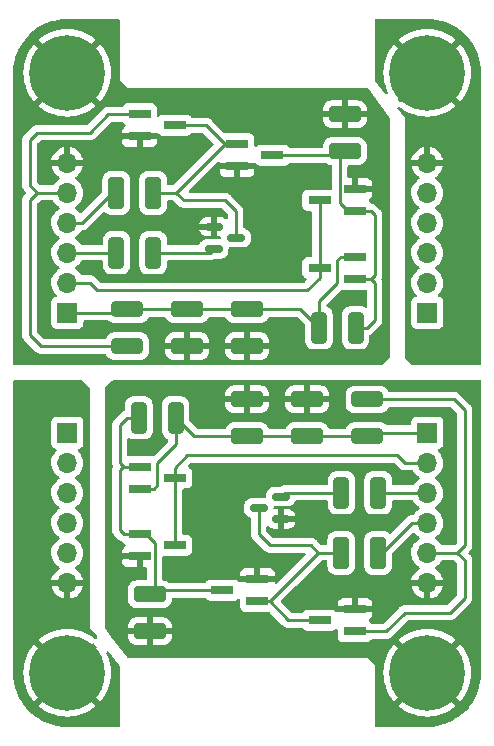
<source format=gtl>
G04 #@! TF.GenerationSoftware,KiCad,Pcbnew,(6.0.9)*
G04 #@! TF.CreationDate,2022-11-27T19:58:19+01:00*
G04 #@! TF.ProjectId,SPI2WS2812,53504932-5753-4323-9831-322e6b696361,rev?*
G04 #@! TF.SameCoordinates,Original*
G04 #@! TF.FileFunction,Copper,L1,Top*
G04 #@! TF.FilePolarity,Positive*
%FSLAX46Y46*%
G04 Gerber Fmt 4.6, Leading zero omitted, Abs format (unit mm)*
G04 Created by KiCad (PCBNEW (6.0.9)) date 2022-11-27 19:58:19*
%MOMM*%
%LPD*%
G01*
G04 APERTURE LIST*
G04 Aperture macros list*
%AMRoundRect*
0 Rectangle with rounded corners*
0 $1 Rounding radius*
0 $2 $3 $4 $5 $6 $7 $8 $9 X,Y pos of 4 corners*
0 Add a 4 corners polygon primitive as box body*
4,1,4,$2,$3,$4,$5,$6,$7,$8,$9,$2,$3,0*
0 Add four circle primitives for the rounded corners*
1,1,$1+$1,$2,$3*
1,1,$1+$1,$4,$5*
1,1,$1+$1,$6,$7*
1,1,$1+$1,$8,$9*
0 Add four rect primitives between the rounded corners*
20,1,$1+$1,$2,$3,$4,$5,0*
20,1,$1+$1,$4,$5,$6,$7,0*
20,1,$1+$1,$6,$7,$8,$9,0*
20,1,$1+$1,$8,$9,$2,$3,0*%
G04 Aperture macros list end*
G04 #@! TA.AperFunction,SMDPad,CuDef*
%ADD10R,1.900000X0.800000*%
G04 #@! TD*
G04 #@! TA.AperFunction,SMDPad,CuDef*
%ADD11RoundRect,0.250000X-0.400000X-1.075000X0.400000X-1.075000X0.400000X1.075000X-0.400000X1.075000X0*%
G04 #@! TD*
G04 #@! TA.AperFunction,SMDPad,CuDef*
%ADD12RoundRect,0.250000X-1.075000X0.400000X-1.075000X-0.400000X1.075000X-0.400000X1.075000X0.400000X0*%
G04 #@! TD*
G04 #@! TA.AperFunction,SMDPad,CuDef*
%ADD13RoundRect,0.150000X-0.587500X-0.150000X0.587500X-0.150000X0.587500X0.150000X-0.587500X0.150000X0*%
G04 #@! TD*
G04 #@! TA.AperFunction,SMDPad,CuDef*
%ADD14RoundRect,0.250000X1.100000X-0.412500X1.100000X0.412500X-1.100000X0.412500X-1.100000X-0.412500X0*%
G04 #@! TD*
G04 #@! TA.AperFunction,SMDPad,CuDef*
%ADD15RoundRect,0.250000X-1.100000X0.412500X-1.100000X-0.412500X1.100000X-0.412500X1.100000X0.412500X0*%
G04 #@! TD*
G04 #@! TA.AperFunction,SMDPad,CuDef*
%ADD16RoundRect,0.250000X-0.412500X-1.100000X0.412500X-1.100000X0.412500X1.100000X-0.412500X1.100000X0*%
G04 #@! TD*
G04 #@! TA.AperFunction,ComponentPad*
%ADD17O,1.700000X1.700000*%
G04 #@! TD*
G04 #@! TA.AperFunction,ComponentPad*
%ADD18R,1.700000X1.700000*%
G04 #@! TD*
G04 #@! TA.AperFunction,SMDPad,CuDef*
%ADD19RoundRect,0.250000X0.412500X1.100000X-0.412500X1.100000X-0.412500X-1.100000X0.412500X-1.100000X0*%
G04 #@! TD*
G04 #@! TA.AperFunction,SMDPad,CuDef*
%ADD20RoundRect,0.150000X0.587500X0.150000X-0.587500X0.150000X-0.587500X-0.150000X0.587500X-0.150000X0*%
G04 #@! TD*
G04 #@! TA.AperFunction,ComponentPad*
%ADD21C,6.400000*%
G04 #@! TD*
G04 #@! TA.AperFunction,ComponentPad*
%ADD22C,0.800000*%
G04 #@! TD*
G04 #@! TA.AperFunction,SMDPad,CuDef*
%ADD23RoundRect,0.250000X1.075000X-0.400000X1.075000X0.400000X-1.075000X0.400000X-1.075000X-0.400000X0*%
G04 #@! TD*
G04 #@! TA.AperFunction,SMDPad,CuDef*
%ADD24RoundRect,0.250000X0.400000X1.075000X-0.400000X1.075000X-0.400000X-1.075000X0.400000X-1.075000X0*%
G04 #@! TD*
G04 #@! TA.AperFunction,Conductor*
%ADD25C,0.250000*%
G04 #@! TD*
G04 APERTURE END LIST*
D10*
X113260000Y-72705000D03*
X113260000Y-70805000D03*
X110260000Y-71755000D03*
X113260000Y-78420000D03*
X113260000Y-76520000D03*
X110260000Y-77470000D03*
X103275000Y-66995000D03*
X103275000Y-68895000D03*
X106275000Y-67945000D03*
X95020000Y-64455000D03*
X95020000Y-66355000D03*
X98020000Y-65405000D03*
D11*
X110210000Y-82550000D03*
X113310000Y-82550000D03*
D12*
X93980000Y-81000000D03*
X93980000Y-84100000D03*
D11*
X93065000Y-76200000D03*
X96165000Y-76200000D03*
D13*
X101297500Y-73980000D03*
X101297500Y-75880000D03*
X103172500Y-74930000D03*
D14*
X99060000Y-84112500D03*
X99060000Y-80987500D03*
X104140000Y-84112500D03*
X104140000Y-80987500D03*
D15*
X112395000Y-64477500D03*
X112395000Y-67602500D03*
D16*
X93052500Y-71120000D03*
X96177500Y-71120000D03*
D10*
X98020000Y-95250000D03*
X95020000Y-96200000D03*
X95020000Y-94300000D03*
X102005000Y-104775000D03*
X105005000Y-103825000D03*
X105005000Y-105725000D03*
D17*
X88900000Y-68580000D03*
X88900000Y-71120000D03*
X88900000Y-73660000D03*
X88900000Y-76200000D03*
X88900000Y-78740000D03*
D18*
X88900000Y-81280000D03*
D19*
X112102500Y-101600000D03*
X115227500Y-101600000D03*
D20*
X105107500Y-97790000D03*
X106982500Y-96840000D03*
X106982500Y-98740000D03*
D21*
X119380000Y-111760000D03*
D22*
X117682944Y-113457056D03*
X121780000Y-111760000D03*
X121077056Y-110062944D03*
X116980000Y-111760000D03*
X119380000Y-114160000D03*
X121077056Y-113457056D03*
X117682944Y-110062944D03*
X119380000Y-109360000D03*
D23*
X114300000Y-88620000D03*
X114300000Y-91720000D03*
D10*
X110260000Y-107315000D03*
X113260000Y-106365000D03*
X113260000Y-108265000D03*
D15*
X104140000Y-91732500D03*
X104140000Y-88607500D03*
D24*
X94970000Y-90170000D03*
X98070000Y-90170000D03*
D22*
X90597056Y-113457056D03*
X88900000Y-109360000D03*
X87202944Y-110062944D03*
X87202944Y-113457056D03*
X88900000Y-114160000D03*
X86500000Y-111760000D03*
X90597056Y-110062944D03*
X91300000Y-111760000D03*
D21*
X88900000Y-111760000D03*
D15*
X109220000Y-91732500D03*
X109220000Y-88607500D03*
D24*
X112115000Y-96520000D03*
X115215000Y-96520000D03*
D10*
X98020000Y-100965000D03*
X95020000Y-101915000D03*
X95020000Y-100015000D03*
D22*
X87202944Y-59262944D03*
X90597056Y-59262944D03*
D21*
X88900000Y-60960000D03*
D22*
X88900000Y-63360000D03*
X91300000Y-60960000D03*
X88900000Y-58560000D03*
X90597056Y-62657056D03*
X86500000Y-60960000D03*
X87202944Y-62657056D03*
X119380000Y-58560000D03*
X121077056Y-62657056D03*
X117682944Y-62657056D03*
X116980000Y-60960000D03*
X117682944Y-59262944D03*
X121077056Y-59262944D03*
X121780000Y-60960000D03*
X119380000Y-63360000D03*
D21*
X119380000Y-60960000D03*
D14*
X95885000Y-105117500D03*
X95885000Y-108242500D03*
D17*
X119380000Y-104140000D03*
X119380000Y-101600000D03*
X119380000Y-99060000D03*
X119380000Y-96520000D03*
X119380000Y-93980000D03*
D18*
X119380000Y-91440000D03*
D17*
X88900000Y-104140000D03*
X88900000Y-101600000D03*
X88900000Y-99060000D03*
X88900000Y-96520000D03*
X88900000Y-93980000D03*
D18*
X88900000Y-91440000D03*
D17*
X119380000Y-68580000D03*
X119380000Y-71120000D03*
X119380000Y-73660000D03*
X119380000Y-76200000D03*
X119380000Y-78740000D03*
D18*
X119380000Y-81280000D03*
D25*
X90170000Y-73660000D02*
X88900000Y-73660000D01*
X85725000Y-66675000D02*
X86360000Y-66040000D01*
X85725000Y-70485000D02*
X85725000Y-66675000D01*
X86360000Y-66040000D02*
X90805000Y-66040000D01*
X86640000Y-84100000D02*
X93980000Y-84100000D01*
X85725000Y-83185000D02*
X86640000Y-84100000D01*
X85725000Y-71755000D02*
X85725000Y-83185000D01*
X86360000Y-71120000D02*
X85725000Y-71755000D01*
X86360000Y-71120000D02*
X85725000Y-70485000D01*
X88900000Y-71120000D02*
X86360000Y-71120000D01*
X90805000Y-78740000D02*
X91440000Y-79375000D01*
X88900000Y-78740000D02*
X90805000Y-78740000D01*
X111760000Y-78740000D02*
X111760000Y-76835000D01*
X112075000Y-76520000D02*
X113260000Y-76520000D01*
X93980000Y-81000000D02*
X99047500Y-81000000D01*
X110210000Y-82550000D02*
X110210000Y-80290000D01*
X88900000Y-81280000D02*
X93700000Y-81280000D01*
X111760000Y-76835000D02*
X112075000Y-76520000D01*
X99047500Y-81000000D02*
X99060000Y-80987500D01*
X99060000Y-80987500D02*
X104140000Y-80987500D01*
X93700000Y-81280000D02*
X93980000Y-81000000D01*
X108647500Y-80987500D02*
X110210000Y-82550000D01*
X110210000Y-80290000D02*
X111760000Y-78740000D01*
X104140000Y-80987500D02*
X108647500Y-80987500D01*
X92390000Y-64455000D02*
X90805000Y-66040000D01*
X95020000Y-64455000D02*
X92390000Y-64455000D01*
X88900000Y-76200000D02*
X93065000Y-76200000D01*
X110260000Y-77470000D02*
X110260000Y-71755000D01*
X110260000Y-78335000D02*
X109220000Y-79375000D01*
X110260000Y-77470000D02*
X110260000Y-78335000D01*
X109220000Y-79375000D02*
X91440000Y-79375000D01*
X90170000Y-73660000D02*
X92710000Y-71120000D01*
X92710000Y-71120000D02*
X93052500Y-71120000D01*
X96165000Y-76200000D02*
X100977500Y-76200000D01*
X100977500Y-76200000D02*
X101297500Y-75880000D01*
X102235000Y-71755000D02*
X98757500Y-71755000D01*
X103172500Y-72692500D02*
X102235000Y-71755000D01*
X98020000Y-65405000D02*
X100657500Y-65405000D01*
X103172500Y-74930000D02*
X103172500Y-72692500D01*
X98757500Y-71755000D02*
X98122500Y-71120000D01*
X103275000Y-66995000D02*
X102247500Y-66995000D01*
X96177500Y-71120000D02*
X98122500Y-71120000D01*
X100657500Y-65405000D02*
X102247500Y-66995000D01*
X102247500Y-66995000D02*
X98122500Y-71120000D01*
X112710000Y-72705000D02*
X111985000Y-71980000D01*
X113260000Y-72705000D02*
X114615000Y-72705000D01*
X114610000Y-78420000D02*
X113260000Y-78420000D01*
X113260000Y-72705000D02*
X112710000Y-72705000D01*
X111985000Y-68012500D02*
X112052500Y-67945000D01*
X114620000Y-78420000D02*
X114300000Y-78420000D01*
X112052500Y-67945000D02*
X106275000Y-67945000D01*
X111985000Y-71980000D02*
X111985000Y-68012500D01*
X114935000Y-78745000D02*
X114610000Y-78420000D01*
X114935000Y-73025000D02*
X114935000Y-78105000D01*
X114615000Y-72705000D02*
X114935000Y-73025000D01*
X114935000Y-81915000D02*
X114935000Y-78745000D01*
X114300000Y-82550000D02*
X114935000Y-81915000D01*
X113310000Y-82550000D02*
X114300000Y-82550000D01*
X114935000Y-78105000D02*
X114620000Y-78420000D01*
X93345000Y-94615000D02*
X93660000Y-94300000D01*
X94970000Y-90170000D02*
X93980000Y-90170000D01*
X93980000Y-90170000D02*
X93345000Y-90805000D01*
X93345000Y-90805000D02*
X93345000Y-93975000D01*
X93665000Y-100015000D02*
X93345000Y-99695000D01*
X93345000Y-99695000D02*
X93345000Y-94615000D01*
X93345000Y-93975000D02*
X93670000Y-94300000D01*
X96295000Y-100740000D02*
X96295000Y-104707500D01*
X96227500Y-104775000D02*
X102005000Y-104775000D01*
X93660000Y-94300000D02*
X93980000Y-94300000D01*
X96295000Y-104707500D02*
X96227500Y-104775000D01*
X95020000Y-100015000D02*
X95570000Y-100015000D01*
X93670000Y-94300000D02*
X95020000Y-94300000D01*
X95020000Y-100015000D02*
X93665000Y-100015000D01*
X95570000Y-100015000D02*
X96295000Y-100740000D01*
X106032500Y-105725000D02*
X110157500Y-101600000D01*
X107622500Y-107315000D02*
X106032500Y-105725000D01*
X112102500Y-101600000D02*
X110157500Y-101600000D01*
X105005000Y-105725000D02*
X106032500Y-105725000D01*
X109522500Y-100965000D02*
X110157500Y-101600000D01*
X105107500Y-97790000D02*
X105107500Y-100027500D01*
X110260000Y-107315000D02*
X107622500Y-107315000D01*
X105107500Y-100027500D02*
X106045000Y-100965000D01*
X106045000Y-100965000D02*
X109522500Y-100965000D01*
X107302500Y-96520000D02*
X106982500Y-96840000D01*
X112115000Y-96520000D02*
X107302500Y-96520000D01*
X115570000Y-101600000D02*
X115227500Y-101600000D01*
X118110000Y-99060000D02*
X115570000Y-101600000D01*
X119380000Y-99060000D02*
X118110000Y-99060000D01*
X99060000Y-93345000D02*
X116840000Y-93345000D01*
X98020000Y-95250000D02*
X98020000Y-94385000D01*
X117475000Y-93980000D02*
X119380000Y-93980000D01*
X98020000Y-94385000D02*
X99060000Y-93345000D01*
X98020000Y-95250000D02*
X98020000Y-100965000D01*
X116840000Y-93345000D02*
X117475000Y-93980000D01*
X119380000Y-96520000D02*
X115215000Y-96520000D01*
X113260000Y-108265000D02*
X115890000Y-108265000D01*
X121285000Y-106680000D02*
X122555000Y-105410000D01*
X122555000Y-102235000D02*
X121920000Y-101600000D01*
X122555000Y-89535000D02*
X122555000Y-100965000D01*
X121920000Y-101600000D02*
X119380000Y-101600000D01*
X122555000Y-105410000D02*
X122555000Y-102235000D01*
X121640000Y-88620000D02*
X122555000Y-89535000D01*
X122555000Y-100965000D02*
X121920000Y-101600000D01*
X117475000Y-106680000D02*
X121285000Y-106680000D01*
X115890000Y-108265000D02*
X117475000Y-106680000D01*
X114300000Y-88620000D02*
X121640000Y-88620000D01*
X104140000Y-91732500D02*
X99632500Y-91732500D01*
X98070000Y-92430000D02*
X96520000Y-93980000D01*
X99632500Y-91732500D02*
X98070000Y-90170000D01*
X114580000Y-91440000D02*
X114300000Y-91720000D01*
X109220000Y-91732500D02*
X104140000Y-91732500D01*
X109232500Y-91720000D02*
X109220000Y-91732500D01*
X96520000Y-95885000D02*
X96205000Y-96200000D01*
X119380000Y-91440000D02*
X114580000Y-91440000D01*
X98070000Y-90170000D02*
X98070000Y-92430000D01*
X114300000Y-91720000D02*
X109232500Y-91720000D01*
X96205000Y-96200000D02*
X95020000Y-96200000D01*
X96520000Y-93980000D02*
X96520000Y-95885000D01*
G04 #@! TA.AperFunction,Conductor*
G36*
X90185931Y-87015002D02*
G01*
X90206905Y-87031905D01*
X90768095Y-87593095D01*
X90802121Y-87655407D01*
X90805000Y-87682190D01*
X90805000Y-107950000D01*
X90813403Y-107960504D01*
X91397475Y-108690594D01*
X91424411Y-108756283D01*
X91411557Y-108826106D01*
X91362994Y-108877896D01*
X91294141Y-108895209D01*
X91226858Y-108872549D01*
X91219791Y-108867226D01*
X91085061Y-108758123D01*
X91079727Y-108754248D01*
X90759315Y-108546170D01*
X90753606Y-108542873D01*
X90413189Y-108369422D01*
X90407164Y-108366740D01*
X90050498Y-108229829D01*
X90044216Y-108227788D01*
X89675184Y-108128906D01*
X89668734Y-108127535D01*
X89291371Y-108067766D01*
X89284833Y-108067080D01*
X88903301Y-108047084D01*
X88896699Y-108047084D01*
X88515167Y-108067080D01*
X88508629Y-108067766D01*
X88131266Y-108127535D01*
X88124816Y-108128906D01*
X87755784Y-108227788D01*
X87749502Y-108229829D01*
X87392836Y-108366740D01*
X87386811Y-108369422D01*
X87046397Y-108542872D01*
X87040687Y-108546169D01*
X86720265Y-108754253D01*
X86714939Y-108758123D01*
X86476165Y-108951478D01*
X86467700Y-108963733D01*
X86474034Y-108974824D01*
X91684310Y-114185100D01*
X91697386Y-114192241D01*
X91707753Y-114184784D01*
X91901877Y-113945061D01*
X91905747Y-113939735D01*
X92113831Y-113619313D01*
X92117128Y-113613603D01*
X92290578Y-113273189D01*
X92293260Y-113267164D01*
X92430171Y-112910498D01*
X92432212Y-112904216D01*
X92531094Y-112535184D01*
X92532465Y-112528734D01*
X92592234Y-112151371D01*
X92592920Y-112144833D01*
X92612916Y-111763301D01*
X92612916Y-111756699D01*
X92592920Y-111375167D01*
X92592234Y-111368629D01*
X92532465Y-110991266D01*
X92531094Y-110984816D01*
X92432212Y-110615784D01*
X92430171Y-110609502D01*
X92293260Y-110252836D01*
X92290578Y-110246811D01*
X92233599Y-110134983D01*
X92220495Y-110065206D01*
X92247195Y-109999421D01*
X92305223Y-109958515D01*
X92376154Y-109955475D01*
X92437469Y-109991265D01*
X92444248Y-109999059D01*
X92959217Y-110642771D01*
X93317389Y-111090486D01*
X93344325Y-111156175D01*
X93345000Y-111169198D01*
X93345000Y-116205500D01*
X93324998Y-116273621D01*
X93271342Y-116320114D01*
X93219000Y-116331500D01*
X88949367Y-116331500D01*
X88929982Y-116330000D01*
X88915149Y-116327690D01*
X88915145Y-116327690D01*
X88906276Y-116326309D01*
X88885817Y-116328984D01*
X88863992Y-116329928D01*
X88507063Y-116314344D01*
X88496114Y-116313386D01*
X88111621Y-116262767D01*
X88100795Y-116260858D01*
X87722178Y-116176920D01*
X87711561Y-116174075D01*
X87541298Y-116120392D01*
X87341698Y-116057458D01*
X87331385Y-116053705D01*
X86973068Y-115905285D01*
X86963124Y-115900647D01*
X86619132Y-115721576D01*
X86609613Y-115716081D01*
X86282532Y-115507708D01*
X86273528Y-115501403D01*
X85965862Y-115265322D01*
X85957442Y-115258257D01*
X85671517Y-114996256D01*
X85663744Y-114988483D01*
X85653339Y-114977127D01*
X85401743Y-114702558D01*
X85394678Y-114694138D01*
X85289744Y-114557386D01*
X86467759Y-114557386D01*
X86475216Y-114567753D01*
X86714935Y-114761874D01*
X86720272Y-114765751D01*
X87040685Y-114973830D01*
X87046394Y-114977127D01*
X87386811Y-115150578D01*
X87392836Y-115153260D01*
X87749502Y-115290171D01*
X87755784Y-115292212D01*
X88124816Y-115391094D01*
X88131266Y-115392465D01*
X88508629Y-115452234D01*
X88515167Y-115452920D01*
X88896699Y-115472916D01*
X88903301Y-115472916D01*
X89284833Y-115452920D01*
X89291371Y-115452234D01*
X89668734Y-115392465D01*
X89675184Y-115391094D01*
X90044216Y-115292212D01*
X90050498Y-115290171D01*
X90407164Y-115153260D01*
X90413189Y-115150578D01*
X90753606Y-114977127D01*
X90759315Y-114973830D01*
X91079728Y-114765751D01*
X91085065Y-114761874D01*
X91323835Y-114568522D01*
X91332300Y-114556267D01*
X91325966Y-114545176D01*
X88912812Y-112132022D01*
X88898868Y-112124408D01*
X88897035Y-112124539D01*
X88890420Y-112128790D01*
X86474900Y-114544310D01*
X86467759Y-114557386D01*
X85289744Y-114557386D01*
X85158597Y-114386472D01*
X85152292Y-114377468D01*
X84943919Y-114050387D01*
X84938423Y-114040867D01*
X84759353Y-113696876D01*
X84754711Y-113686923D01*
X84606298Y-113328623D01*
X84602539Y-113318294D01*
X84485925Y-112948439D01*
X84483080Y-112937822D01*
X84399142Y-112559205D01*
X84397233Y-112548379D01*
X84346614Y-112163886D01*
X84345656Y-112152936D01*
X84330561Y-111807208D01*
X84332188Y-111780805D01*
X84332769Y-111777352D01*
X84332770Y-111777345D01*
X84333576Y-111772552D01*
X84333689Y-111763301D01*
X85187084Y-111763301D01*
X85207080Y-112144833D01*
X85207766Y-112151371D01*
X85267535Y-112528734D01*
X85268906Y-112535184D01*
X85367788Y-112904216D01*
X85369829Y-112910498D01*
X85506740Y-113267164D01*
X85509422Y-113273189D01*
X85682872Y-113613603D01*
X85686169Y-113619313D01*
X85894253Y-113939735D01*
X85898123Y-113945061D01*
X86091478Y-114183835D01*
X86103733Y-114192300D01*
X86114824Y-114185966D01*
X88527978Y-111772812D01*
X88535592Y-111758868D01*
X88535461Y-111757035D01*
X88531210Y-111750420D01*
X86115690Y-109334900D01*
X86102614Y-109327759D01*
X86092247Y-109335216D01*
X85898123Y-109574939D01*
X85894253Y-109580265D01*
X85686169Y-109900687D01*
X85682872Y-109906397D01*
X85509422Y-110246811D01*
X85506740Y-110252836D01*
X85369829Y-110609502D01*
X85367788Y-110615784D01*
X85268906Y-110984816D01*
X85267535Y-110991266D01*
X85207766Y-111368629D01*
X85207080Y-111375167D01*
X85187084Y-111756699D01*
X85187084Y-111763301D01*
X84333689Y-111763301D01*
X84333729Y-111760000D01*
X84329773Y-111732376D01*
X84328500Y-111714514D01*
X84328500Y-104407966D01*
X87568257Y-104407966D01*
X87598565Y-104542446D01*
X87601645Y-104552275D01*
X87681770Y-104749603D01*
X87686413Y-104758794D01*
X87797694Y-104940388D01*
X87803777Y-104948699D01*
X87943213Y-105109667D01*
X87950580Y-105116883D01*
X88114434Y-105252916D01*
X88122881Y-105258831D01*
X88306756Y-105366279D01*
X88316042Y-105370729D01*
X88515001Y-105446703D01*
X88524899Y-105449579D01*
X88628250Y-105470606D01*
X88642299Y-105469410D01*
X88646000Y-105459065D01*
X88646000Y-105458517D01*
X89154000Y-105458517D01*
X89158064Y-105472359D01*
X89171478Y-105474393D01*
X89178184Y-105473534D01*
X89188262Y-105471392D01*
X89392255Y-105410191D01*
X89401842Y-105406433D01*
X89593095Y-105312739D01*
X89601945Y-105307464D01*
X89775328Y-105183792D01*
X89783200Y-105177139D01*
X89934052Y-105026812D01*
X89940730Y-105018965D01*
X90065003Y-104846020D01*
X90070313Y-104837183D01*
X90164670Y-104646267D01*
X90168469Y-104636672D01*
X90230377Y-104432910D01*
X90232555Y-104422837D01*
X90233986Y-104411962D01*
X90231775Y-104397778D01*
X90218617Y-104394000D01*
X89172115Y-104394000D01*
X89156876Y-104398475D01*
X89155671Y-104399865D01*
X89154000Y-104407548D01*
X89154000Y-105458517D01*
X88646000Y-105458517D01*
X88646000Y-104412115D01*
X88641525Y-104396876D01*
X88640135Y-104395671D01*
X88632452Y-104394000D01*
X87583225Y-104394000D01*
X87569694Y-104397973D01*
X87568257Y-104407966D01*
X84328500Y-104407966D01*
X84328500Y-101566695D01*
X87537251Y-101566695D01*
X87537548Y-101571848D01*
X87537548Y-101571851D01*
X87543011Y-101666590D01*
X87550110Y-101789715D01*
X87551247Y-101794761D01*
X87551248Y-101794767D01*
X87571119Y-101882939D01*
X87599222Y-102007639D01*
X87683266Y-102214616D01*
X87799987Y-102405088D01*
X87946250Y-102573938D01*
X88118126Y-102716632D01*
X88191955Y-102759774D01*
X88240679Y-102811412D01*
X88253750Y-102881195D01*
X88227019Y-102946967D01*
X88186562Y-102980327D01*
X88178457Y-102984546D01*
X88169738Y-102990036D01*
X87999433Y-103117905D01*
X87991726Y-103124748D01*
X87844590Y-103278717D01*
X87838104Y-103286727D01*
X87718098Y-103462649D01*
X87713000Y-103471623D01*
X87623338Y-103664783D01*
X87619775Y-103674470D01*
X87564389Y-103874183D01*
X87565912Y-103882607D01*
X87578292Y-103886000D01*
X90218344Y-103886000D01*
X90231875Y-103882027D01*
X90233180Y-103872947D01*
X90191214Y-103705875D01*
X90187894Y-103696124D01*
X90102972Y-103500814D01*
X90098105Y-103491739D01*
X89982426Y-103312926D01*
X89976136Y-103304757D01*
X89832806Y-103147240D01*
X89825273Y-103140215D01*
X89658139Y-103008222D01*
X89649556Y-103002520D01*
X89612602Y-102982120D01*
X89562631Y-102931687D01*
X89547859Y-102862245D01*
X89572975Y-102795839D01*
X89600327Y-102769232D01*
X89623797Y-102752491D01*
X89779860Y-102641173D01*
X89938096Y-102483489D01*
X89997594Y-102400689D01*
X90065435Y-102306277D01*
X90068453Y-102302077D01*
X90167430Y-102101811D01*
X90232370Y-101888069D01*
X90261529Y-101666590D01*
X90263156Y-101600000D01*
X90244852Y-101377361D01*
X90190431Y-101160702D01*
X90101354Y-100955840D01*
X89980014Y-100768277D01*
X89829670Y-100603051D01*
X89825619Y-100599852D01*
X89825615Y-100599848D01*
X89658414Y-100467800D01*
X89658410Y-100467798D01*
X89654359Y-100464598D01*
X89613053Y-100441796D01*
X89563084Y-100391364D01*
X89548312Y-100321921D01*
X89573428Y-100255516D01*
X89600780Y-100228909D01*
X89644603Y-100197650D01*
X89779860Y-100101173D01*
X89938096Y-99943489D01*
X89997594Y-99860689D01*
X90065435Y-99766277D01*
X90068453Y-99762077D01*
X90081907Y-99734856D01*
X90165136Y-99566453D01*
X90165137Y-99566451D01*
X90167430Y-99561811D01*
X90232370Y-99348069D01*
X90261529Y-99126590D01*
X90263156Y-99060000D01*
X90244852Y-98837361D01*
X90190431Y-98620702D01*
X90101354Y-98415840D01*
X89980014Y-98228277D01*
X89829670Y-98063051D01*
X89825619Y-98059852D01*
X89825615Y-98059848D01*
X89658414Y-97927800D01*
X89658410Y-97927798D01*
X89654359Y-97924598D01*
X89613053Y-97901796D01*
X89563084Y-97851364D01*
X89548312Y-97781921D01*
X89573428Y-97715516D01*
X89600780Y-97688909D01*
X89644603Y-97657650D01*
X89779860Y-97561173D01*
X89938096Y-97403489D01*
X89997594Y-97320689D01*
X90065435Y-97226277D01*
X90068453Y-97222077D01*
X90167430Y-97021811D01*
X90232370Y-96808069D01*
X90261529Y-96586590D01*
X90263156Y-96520000D01*
X90244852Y-96297361D01*
X90190431Y-96080702D01*
X90101354Y-95875840D01*
X89980014Y-95688277D01*
X89829670Y-95523051D01*
X89825619Y-95519852D01*
X89825615Y-95519848D01*
X89658414Y-95387800D01*
X89658410Y-95387798D01*
X89654359Y-95384598D01*
X89613053Y-95361796D01*
X89563084Y-95311364D01*
X89548312Y-95241921D01*
X89573428Y-95175516D01*
X89600780Y-95148909D01*
X89644603Y-95117650D01*
X89779860Y-95021173D01*
X89938096Y-94863489D01*
X89997594Y-94780689D01*
X90065435Y-94686277D01*
X90068453Y-94682077D01*
X90086840Y-94644875D01*
X90165136Y-94486453D01*
X90165137Y-94486451D01*
X90167430Y-94481811D01*
X90232370Y-94268069D01*
X90261529Y-94046590D01*
X90261980Y-94028125D01*
X90263074Y-93983365D01*
X90263074Y-93983361D01*
X90263156Y-93980000D01*
X90244852Y-93757361D01*
X90190431Y-93540702D01*
X90101354Y-93335840D01*
X89980014Y-93148277D01*
X89976532Y-93144450D01*
X89832798Y-92986488D01*
X89801746Y-92922642D01*
X89810141Y-92852143D01*
X89855317Y-92797375D01*
X89881761Y-92783706D01*
X89988297Y-92743767D01*
X89996705Y-92740615D01*
X90113261Y-92653261D01*
X90200615Y-92536705D01*
X90251745Y-92400316D01*
X90258500Y-92338134D01*
X90258500Y-90541866D01*
X90251745Y-90479684D01*
X90200615Y-90343295D01*
X90113261Y-90226739D01*
X89996705Y-90139385D01*
X89860316Y-90088255D01*
X89798134Y-90081500D01*
X88001866Y-90081500D01*
X87939684Y-90088255D01*
X87803295Y-90139385D01*
X87686739Y-90226739D01*
X87599385Y-90343295D01*
X87548255Y-90479684D01*
X87541500Y-90541866D01*
X87541500Y-92338134D01*
X87548255Y-92400316D01*
X87599385Y-92536705D01*
X87686739Y-92653261D01*
X87803295Y-92740615D01*
X87811704Y-92743767D01*
X87811705Y-92743768D01*
X87920451Y-92784535D01*
X87977216Y-92827176D01*
X88001916Y-92893738D01*
X87986709Y-92963087D01*
X87967316Y-92989568D01*
X87840629Y-93122138D01*
X87714743Y-93306680D01*
X87620688Y-93509305D01*
X87560989Y-93724570D01*
X87537251Y-93946695D01*
X87537548Y-93951848D01*
X87537548Y-93951851D01*
X87543011Y-94046590D01*
X87550110Y-94169715D01*
X87551247Y-94174761D01*
X87551248Y-94174767D01*
X87571119Y-94262939D01*
X87599222Y-94387639D01*
X87683266Y-94594616D01*
X87799987Y-94785088D01*
X87946250Y-94953938D01*
X88118126Y-95096632D01*
X88188595Y-95137811D01*
X88191445Y-95139476D01*
X88240169Y-95191114D01*
X88253240Y-95260897D01*
X88226509Y-95326669D01*
X88186055Y-95360027D01*
X88173607Y-95366507D01*
X88169474Y-95369610D01*
X88169471Y-95369612D01*
X88145247Y-95387800D01*
X87994965Y-95500635D01*
X87840629Y-95662138D01*
X87714743Y-95846680D01*
X87620688Y-96049305D01*
X87560989Y-96264570D01*
X87537251Y-96486695D01*
X87537548Y-96491848D01*
X87537548Y-96491851D01*
X87543011Y-96586590D01*
X87550110Y-96709715D01*
X87551247Y-96714761D01*
X87551248Y-96714767D01*
X87571119Y-96802939D01*
X87599222Y-96927639D01*
X87683266Y-97134616D01*
X87799987Y-97325088D01*
X87946250Y-97493938D01*
X88118126Y-97636632D01*
X88188595Y-97677811D01*
X88191445Y-97679476D01*
X88240169Y-97731114D01*
X88253240Y-97800897D01*
X88226509Y-97866669D01*
X88186055Y-97900027D01*
X88173607Y-97906507D01*
X88169474Y-97909610D01*
X88169471Y-97909612D01*
X88145247Y-97927800D01*
X87994965Y-98040635D01*
X87840629Y-98202138D01*
X87714743Y-98386680D01*
X87620688Y-98589305D01*
X87560989Y-98804570D01*
X87537251Y-99026695D01*
X87537548Y-99031848D01*
X87537548Y-99031851D01*
X87543011Y-99126590D01*
X87550110Y-99249715D01*
X87551247Y-99254761D01*
X87551248Y-99254767D01*
X87571119Y-99342939D01*
X87599222Y-99467639D01*
X87683266Y-99674616D01*
X87799987Y-99865088D01*
X87946250Y-100033938D01*
X88118126Y-100176632D01*
X88179196Y-100212318D01*
X88191445Y-100219476D01*
X88240169Y-100271114D01*
X88253240Y-100340897D01*
X88226509Y-100406669D01*
X88186055Y-100440027D01*
X88173607Y-100446507D01*
X88169474Y-100449610D01*
X88169471Y-100449612D01*
X87999100Y-100577530D01*
X87994965Y-100580635D01*
X87840629Y-100742138D01*
X87714743Y-100926680D01*
X87620688Y-101129305D01*
X87560989Y-101344570D01*
X87537251Y-101566695D01*
X84328500Y-101566695D01*
X84328500Y-87121000D01*
X84348502Y-87052879D01*
X84402158Y-87006386D01*
X84454500Y-86995000D01*
X90117810Y-86995000D01*
X90185931Y-87015002D01*
G37*
G04 #@! TD.AperFunction*
G04 #@! TA.AperFunction,Conductor*
G36*
X91131820Y-109273136D02*
G01*
X91176883Y-109302097D01*
X91357903Y-109483117D01*
X91391929Y-109545429D01*
X91386864Y-109616244D01*
X91357903Y-109661307D01*
X90195419Y-110823791D01*
X90133107Y-110857817D01*
X90062292Y-110852752D01*
X90017229Y-110823791D01*
X89836209Y-110642771D01*
X89802183Y-110580459D01*
X89807248Y-110509644D01*
X89836209Y-110464581D01*
X90998693Y-109302097D01*
X91061005Y-109268071D01*
X91131820Y-109273136D01*
G37*
G04 #@! TD.AperFunction*
G04 #@! TA.AperFunction,Conductor*
G36*
X93287121Y-56408502D02*
G01*
X93333614Y-56462158D01*
X93345000Y-56514500D01*
X93345000Y-61595000D01*
X93980000Y-62230000D01*
X114237000Y-62230000D01*
X114305121Y-62250002D01*
X114337800Y-62280400D01*
X116179800Y-64736400D01*
X116204671Y-64802898D01*
X116205000Y-64812000D01*
X116205000Y-85037810D01*
X116184998Y-85105931D01*
X116168095Y-85126905D01*
X115606905Y-85688095D01*
X115544593Y-85722121D01*
X115517810Y-85725000D01*
X84454500Y-85725000D01*
X84386379Y-85704998D01*
X84339886Y-85651342D01*
X84328500Y-85599000D01*
X84328500Y-71734943D01*
X85086780Y-71734943D01*
X85087526Y-71742835D01*
X85090941Y-71778961D01*
X85091500Y-71790819D01*
X85091500Y-83106233D01*
X85090973Y-83117416D01*
X85089298Y-83124909D01*
X85089547Y-83132835D01*
X85089547Y-83132836D01*
X85091438Y-83192986D01*
X85091500Y-83196945D01*
X85091500Y-83224856D01*
X85091997Y-83228790D01*
X85091997Y-83228791D01*
X85092005Y-83228856D01*
X85092938Y-83240693D01*
X85094327Y-83284889D01*
X85099978Y-83304339D01*
X85103987Y-83323700D01*
X85106526Y-83343797D01*
X85109445Y-83351168D01*
X85109445Y-83351170D01*
X85122804Y-83384912D01*
X85126649Y-83396142D01*
X85138982Y-83438593D01*
X85143015Y-83445412D01*
X85143017Y-83445417D01*
X85149293Y-83456028D01*
X85157988Y-83473776D01*
X85165448Y-83492617D01*
X85170110Y-83499033D01*
X85170110Y-83499034D01*
X85191436Y-83528387D01*
X85197952Y-83538307D01*
X85205277Y-83550692D01*
X85220458Y-83576362D01*
X85234779Y-83590683D01*
X85247619Y-83605716D01*
X85259528Y-83622107D01*
X85265634Y-83627158D01*
X85293605Y-83650298D01*
X85302384Y-83658288D01*
X86136343Y-84492247D01*
X86143887Y-84500537D01*
X86148000Y-84507018D01*
X86153777Y-84512443D01*
X86197667Y-84553658D01*
X86200509Y-84556413D01*
X86220230Y-84576134D01*
X86223425Y-84578612D01*
X86232447Y-84586318D01*
X86264679Y-84616586D01*
X86271628Y-84620406D01*
X86282432Y-84626346D01*
X86298956Y-84637199D01*
X86314959Y-84649613D01*
X86355543Y-84667176D01*
X86366173Y-84672383D01*
X86404940Y-84693695D01*
X86412617Y-84695666D01*
X86412622Y-84695668D01*
X86424558Y-84698732D01*
X86443266Y-84705137D01*
X86461855Y-84713181D01*
X86469680Y-84714420D01*
X86469682Y-84714421D01*
X86505519Y-84720097D01*
X86517140Y-84722504D01*
X86552289Y-84731528D01*
X86559970Y-84733500D01*
X86580231Y-84733500D01*
X86599940Y-84735051D01*
X86619943Y-84738219D01*
X86627835Y-84737473D01*
X86633062Y-84736979D01*
X86663954Y-84734059D01*
X86675811Y-84733500D01*
X92092484Y-84733500D01*
X92160605Y-84753502D01*
X92207098Y-84807158D01*
X92210137Y-84814874D01*
X92211132Y-84816997D01*
X92213450Y-84823946D01*
X92306522Y-84974348D01*
X92431697Y-85099305D01*
X92437927Y-85103145D01*
X92437928Y-85103146D01*
X92575090Y-85187694D01*
X92582262Y-85192115D01*
X92642934Y-85212239D01*
X92743611Y-85245632D01*
X92743613Y-85245632D01*
X92750139Y-85247797D01*
X92756975Y-85248497D01*
X92756978Y-85248498D01*
X92800031Y-85252909D01*
X92854600Y-85258500D01*
X95105400Y-85258500D01*
X95108646Y-85258163D01*
X95108650Y-85258163D01*
X95204308Y-85248238D01*
X95204312Y-85248237D01*
X95211166Y-85247526D01*
X95217702Y-85245345D01*
X95217704Y-85245345D01*
X95349806Y-85201272D01*
X95378946Y-85191550D01*
X95529348Y-85098478D01*
X95654305Y-84973303D01*
X95735375Y-84841784D01*
X95743275Y-84828968D01*
X95743276Y-84828966D01*
X95747115Y-84822738D01*
X95786121Y-84705138D01*
X95800632Y-84661389D01*
X95800632Y-84661387D01*
X95802797Y-84654861D01*
X95811277Y-84572095D01*
X97202001Y-84572095D01*
X97202338Y-84578607D01*
X97212257Y-84674206D01*
X97215149Y-84687600D01*
X97266588Y-84841784D01*
X97272761Y-84854962D01*
X97358063Y-84992807D01*
X97367099Y-85004208D01*
X97481829Y-85118739D01*
X97493240Y-85127751D01*
X97631243Y-85212816D01*
X97644424Y-85218963D01*
X97798710Y-85270138D01*
X97812086Y-85273005D01*
X97906438Y-85282672D01*
X97912854Y-85283000D01*
X98787885Y-85283000D01*
X98803124Y-85278525D01*
X98804329Y-85277135D01*
X98806000Y-85269452D01*
X98806000Y-85264884D01*
X99314000Y-85264884D01*
X99318475Y-85280123D01*
X99319865Y-85281328D01*
X99327548Y-85282999D01*
X100207095Y-85282999D01*
X100213614Y-85282662D01*
X100309206Y-85272743D01*
X100322600Y-85269851D01*
X100476784Y-85218412D01*
X100489962Y-85212239D01*
X100627807Y-85126937D01*
X100639208Y-85117901D01*
X100753739Y-85003171D01*
X100762751Y-84991760D01*
X100847816Y-84853757D01*
X100853963Y-84840576D01*
X100905138Y-84686290D01*
X100908005Y-84672914D01*
X100917672Y-84578562D01*
X100918000Y-84572146D01*
X100918000Y-84572095D01*
X102282001Y-84572095D01*
X102282338Y-84578607D01*
X102292257Y-84674206D01*
X102295149Y-84687600D01*
X102346588Y-84841784D01*
X102352761Y-84854962D01*
X102438063Y-84992807D01*
X102447099Y-85004208D01*
X102561829Y-85118739D01*
X102573240Y-85127751D01*
X102711243Y-85212816D01*
X102724424Y-85218963D01*
X102878710Y-85270138D01*
X102892086Y-85273005D01*
X102986438Y-85282672D01*
X102992854Y-85283000D01*
X103867885Y-85283000D01*
X103883124Y-85278525D01*
X103884329Y-85277135D01*
X103886000Y-85269452D01*
X103886000Y-85264884D01*
X104394000Y-85264884D01*
X104398475Y-85280123D01*
X104399865Y-85281328D01*
X104407548Y-85282999D01*
X105287095Y-85282999D01*
X105293614Y-85282662D01*
X105389206Y-85272743D01*
X105402600Y-85269851D01*
X105556784Y-85218412D01*
X105569962Y-85212239D01*
X105707807Y-85126937D01*
X105719208Y-85117901D01*
X105833739Y-85003171D01*
X105842751Y-84991760D01*
X105927816Y-84853757D01*
X105933963Y-84840576D01*
X105985138Y-84686290D01*
X105988005Y-84672914D01*
X105997672Y-84578562D01*
X105998000Y-84572146D01*
X105998000Y-84384615D01*
X105993525Y-84369376D01*
X105992135Y-84368171D01*
X105984452Y-84366500D01*
X104412115Y-84366500D01*
X104396876Y-84370975D01*
X104395671Y-84372365D01*
X104394000Y-84380048D01*
X104394000Y-85264884D01*
X103886000Y-85264884D01*
X103886000Y-84384615D01*
X103881525Y-84369376D01*
X103880135Y-84368171D01*
X103872452Y-84366500D01*
X102300116Y-84366500D01*
X102284877Y-84370975D01*
X102283672Y-84372365D01*
X102282001Y-84380048D01*
X102282001Y-84572095D01*
X100918000Y-84572095D01*
X100918000Y-84384615D01*
X100913525Y-84369376D01*
X100912135Y-84368171D01*
X100904452Y-84366500D01*
X99332115Y-84366500D01*
X99316876Y-84370975D01*
X99315671Y-84372365D01*
X99314000Y-84380048D01*
X99314000Y-85264884D01*
X98806000Y-85264884D01*
X98806000Y-84384615D01*
X98801525Y-84369376D01*
X98800135Y-84368171D01*
X98792452Y-84366500D01*
X97220116Y-84366500D01*
X97204877Y-84370975D01*
X97203672Y-84372365D01*
X97202001Y-84380048D01*
X97202001Y-84572095D01*
X95811277Y-84572095D01*
X95813500Y-84550400D01*
X95813500Y-83840385D01*
X97202000Y-83840385D01*
X97206475Y-83855624D01*
X97207865Y-83856829D01*
X97215548Y-83858500D01*
X98787885Y-83858500D01*
X98803124Y-83854025D01*
X98804329Y-83852635D01*
X98806000Y-83844952D01*
X98806000Y-83840385D01*
X99314000Y-83840385D01*
X99318475Y-83855624D01*
X99319865Y-83856829D01*
X99327548Y-83858500D01*
X100899884Y-83858500D01*
X100915123Y-83854025D01*
X100916328Y-83852635D01*
X100917999Y-83844952D01*
X100917999Y-83840385D01*
X102282000Y-83840385D01*
X102286475Y-83855624D01*
X102287865Y-83856829D01*
X102295548Y-83858500D01*
X103867885Y-83858500D01*
X103883124Y-83854025D01*
X103884329Y-83852635D01*
X103886000Y-83844952D01*
X103886000Y-83840385D01*
X104394000Y-83840385D01*
X104398475Y-83855624D01*
X104399865Y-83856829D01*
X104407548Y-83858500D01*
X105979884Y-83858500D01*
X105995123Y-83854025D01*
X105996328Y-83852635D01*
X105997999Y-83844952D01*
X105997999Y-83652905D01*
X105997662Y-83646386D01*
X105987743Y-83550794D01*
X105984851Y-83537400D01*
X105933412Y-83383216D01*
X105927239Y-83370038D01*
X105841937Y-83232193D01*
X105832901Y-83220792D01*
X105718171Y-83106261D01*
X105706760Y-83097249D01*
X105568757Y-83012184D01*
X105555576Y-83006037D01*
X105401290Y-82954862D01*
X105387914Y-82951995D01*
X105293562Y-82942328D01*
X105287145Y-82942000D01*
X104412115Y-82942000D01*
X104396876Y-82946475D01*
X104395671Y-82947865D01*
X104394000Y-82955548D01*
X104394000Y-83840385D01*
X103886000Y-83840385D01*
X103886000Y-82960116D01*
X103881525Y-82944877D01*
X103880135Y-82943672D01*
X103872452Y-82942001D01*
X102992905Y-82942001D01*
X102986386Y-82942338D01*
X102890794Y-82952257D01*
X102877400Y-82955149D01*
X102723216Y-83006588D01*
X102710038Y-83012761D01*
X102572193Y-83098063D01*
X102560792Y-83107099D01*
X102446261Y-83221829D01*
X102437249Y-83233240D01*
X102352184Y-83371243D01*
X102346037Y-83384424D01*
X102294862Y-83538710D01*
X102291995Y-83552086D01*
X102282328Y-83646438D01*
X102282000Y-83652855D01*
X102282000Y-83840385D01*
X100917999Y-83840385D01*
X100917999Y-83652905D01*
X100917662Y-83646386D01*
X100907743Y-83550794D01*
X100904851Y-83537400D01*
X100853412Y-83383216D01*
X100847239Y-83370038D01*
X100761937Y-83232193D01*
X100752901Y-83220792D01*
X100638171Y-83106261D01*
X100626760Y-83097249D01*
X100488757Y-83012184D01*
X100475576Y-83006037D01*
X100321290Y-82954862D01*
X100307914Y-82951995D01*
X100213562Y-82942328D01*
X100207145Y-82942000D01*
X99332115Y-82942000D01*
X99316876Y-82946475D01*
X99315671Y-82947865D01*
X99314000Y-82955548D01*
X99314000Y-83840385D01*
X98806000Y-83840385D01*
X98806000Y-82960116D01*
X98801525Y-82944877D01*
X98800135Y-82943672D01*
X98792452Y-82942001D01*
X97912905Y-82942001D01*
X97906386Y-82942338D01*
X97810794Y-82952257D01*
X97797400Y-82955149D01*
X97643216Y-83006588D01*
X97630038Y-83012761D01*
X97492193Y-83098063D01*
X97480792Y-83107099D01*
X97366261Y-83221829D01*
X97357249Y-83233240D01*
X97272184Y-83371243D01*
X97266037Y-83384424D01*
X97214862Y-83538710D01*
X97211995Y-83552086D01*
X97202328Y-83646438D01*
X97202000Y-83652855D01*
X97202000Y-83840385D01*
X95813500Y-83840385D01*
X95813500Y-83649600D01*
X95813163Y-83646350D01*
X95803238Y-83550692D01*
X95803237Y-83550688D01*
X95802526Y-83543834D01*
X95797373Y-83528387D01*
X95748868Y-83383002D01*
X95746550Y-83376054D01*
X95653478Y-83225652D01*
X95528303Y-83100695D01*
X95459980Y-83058580D01*
X95383968Y-83011725D01*
X95383966Y-83011724D01*
X95377738Y-83007885D01*
X95297873Y-82981395D01*
X95216389Y-82954368D01*
X95216387Y-82954368D01*
X95209861Y-82952203D01*
X95203025Y-82951503D01*
X95203022Y-82951502D01*
X95159969Y-82947091D01*
X95105400Y-82941500D01*
X92854600Y-82941500D01*
X92851354Y-82941837D01*
X92851350Y-82941837D01*
X92755692Y-82951762D01*
X92755688Y-82951763D01*
X92748834Y-82952474D01*
X92742298Y-82954655D01*
X92742296Y-82954655D01*
X92725928Y-82960116D01*
X92581054Y-83008450D01*
X92430652Y-83101522D01*
X92305695Y-83226697D01*
X92301855Y-83232927D01*
X92301854Y-83232928D01*
X92238363Y-83335930D01*
X92212885Y-83377262D01*
X92210581Y-83384209D01*
X92207487Y-83390844D01*
X92205251Y-83389801D01*
X92171477Y-83438538D01*
X92105909Y-83465766D01*
X92092328Y-83466500D01*
X86954595Y-83466500D01*
X86886474Y-83446498D01*
X86865500Y-83429595D01*
X86395405Y-82959500D01*
X86361379Y-82897188D01*
X86358500Y-82870405D01*
X86358500Y-72069594D01*
X86378502Y-72001473D01*
X86395405Y-71980499D01*
X86585499Y-71790405D01*
X86647811Y-71756379D01*
X86674594Y-71753500D01*
X87624274Y-71753500D01*
X87692395Y-71773502D01*
X87731707Y-71813665D01*
X87799987Y-71925088D01*
X87946250Y-72093938D01*
X88035219Y-72167801D01*
X88106780Y-72227212D01*
X88118126Y-72236632D01*
X88141030Y-72250016D01*
X88191445Y-72279476D01*
X88240169Y-72331114D01*
X88253240Y-72400897D01*
X88226509Y-72466669D01*
X88186055Y-72500027D01*
X88173607Y-72506507D01*
X88169474Y-72509610D01*
X88169471Y-72509612D01*
X88004285Y-72633637D01*
X87994965Y-72640635D01*
X87965272Y-72671707D01*
X87863401Y-72778309D01*
X87840629Y-72802138D01*
X87837715Y-72806410D01*
X87837714Y-72806411D01*
X87770012Y-72905658D01*
X87714743Y-72986680D01*
X87700654Y-73017033D01*
X87626525Y-73176731D01*
X87620688Y-73189305D01*
X87560989Y-73404570D01*
X87537251Y-73626695D01*
X87537548Y-73631848D01*
X87537548Y-73631851D01*
X87542719Y-73721525D01*
X87550110Y-73849715D01*
X87551247Y-73854761D01*
X87551248Y-73854767D01*
X87575304Y-73961508D01*
X87599222Y-74067639D01*
X87659014Y-74214890D01*
X87677801Y-74261156D01*
X87683266Y-74274616D01*
X87702844Y-74306564D01*
X87760237Y-74400221D01*
X87799987Y-74465088D01*
X87946250Y-74633938D01*
X88118126Y-74776632D01*
X88161987Y-74802262D01*
X88191445Y-74819476D01*
X88240169Y-74871114D01*
X88253240Y-74940897D01*
X88226509Y-75006669D01*
X88186055Y-75040027D01*
X88173607Y-75046507D01*
X88169474Y-75049610D01*
X88169471Y-75049612D01*
X87999100Y-75177530D01*
X87994965Y-75180635D01*
X87840629Y-75342138D01*
X87714743Y-75526680D01*
X87670948Y-75621029D01*
X87639330Y-75689145D01*
X87620688Y-75729305D01*
X87560989Y-75944570D01*
X87537251Y-76166695D01*
X87550110Y-76389715D01*
X87551247Y-76394761D01*
X87551248Y-76394767D01*
X87571835Y-76486117D01*
X87599222Y-76607639D01*
X87659014Y-76754890D01*
X87676662Y-76798351D01*
X87683266Y-76814616D01*
X87702816Y-76846518D01*
X87776978Y-76967540D01*
X87799987Y-77005088D01*
X87946250Y-77173938D01*
X88118126Y-77316632D01*
X88188595Y-77357811D01*
X88191445Y-77359476D01*
X88240169Y-77411114D01*
X88253240Y-77480897D01*
X88226509Y-77546669D01*
X88186055Y-77580027D01*
X88173607Y-77586507D01*
X88169474Y-77589610D01*
X88169471Y-77589612D01*
X88148742Y-77605176D01*
X87994965Y-77720635D01*
X87840629Y-77882138D01*
X87837715Y-77886410D01*
X87837714Y-77886411D01*
X87768609Y-77987715D01*
X87714743Y-78066680D01*
X87676011Y-78150121D01*
X87637257Y-78233611D01*
X87620688Y-78269305D01*
X87560989Y-78484570D01*
X87537251Y-78706695D01*
X87537548Y-78711848D01*
X87537548Y-78711851D01*
X87544499Y-78832407D01*
X87550110Y-78929715D01*
X87551247Y-78934761D01*
X87551248Y-78934767D01*
X87575304Y-79041508D01*
X87599222Y-79147639D01*
X87656021Y-79287519D01*
X87670749Y-79323789D01*
X87683266Y-79354616D01*
X87799987Y-79545088D01*
X87946250Y-79713938D01*
X87950230Y-79717242D01*
X87954981Y-79721187D01*
X87994616Y-79780090D01*
X87996113Y-79851071D01*
X87958997Y-79911593D01*
X87918725Y-79936112D01*
X87826550Y-79970667D01*
X87803295Y-79979385D01*
X87686739Y-80066739D01*
X87599385Y-80183295D01*
X87548255Y-80319684D01*
X87541500Y-80381866D01*
X87541500Y-82178134D01*
X87548255Y-82240316D01*
X87599385Y-82376705D01*
X87686739Y-82493261D01*
X87803295Y-82580615D01*
X87939684Y-82631745D01*
X88001866Y-82638500D01*
X89798134Y-82638500D01*
X89860316Y-82631745D01*
X89996705Y-82580615D01*
X90113261Y-82493261D01*
X90200615Y-82376705D01*
X90251745Y-82240316D01*
X90258500Y-82178134D01*
X90258500Y-82039500D01*
X90278502Y-81971379D01*
X90332158Y-81924886D01*
X90384500Y-81913500D01*
X92293615Y-81913500D01*
X92361736Y-81933502D01*
X92382632Y-81950326D01*
X92397190Y-81964858D01*
X92431697Y-81999305D01*
X92437927Y-82003145D01*
X92437928Y-82003146D01*
X92575090Y-82087694D01*
X92582262Y-82092115D01*
X92607301Y-82100420D01*
X92743611Y-82145632D01*
X92743613Y-82145632D01*
X92750139Y-82147797D01*
X92756975Y-82148497D01*
X92756978Y-82148498D01*
X92800031Y-82152909D01*
X92854600Y-82158500D01*
X95105400Y-82158500D01*
X95108646Y-82158163D01*
X95108650Y-82158163D01*
X95204308Y-82148238D01*
X95204312Y-82148237D01*
X95211166Y-82147526D01*
X95217702Y-82145345D01*
X95217704Y-82145345D01*
X95352359Y-82100420D01*
X95378946Y-82091550D01*
X95529348Y-81998478D01*
X95654305Y-81873303D01*
X95747115Y-81722738D01*
X95749420Y-81715789D01*
X95752513Y-81709156D01*
X95754749Y-81710199D01*
X95788523Y-81661462D01*
X95854091Y-81634234D01*
X95867672Y-81633500D01*
X97147484Y-81633500D01*
X97215605Y-81653502D01*
X97262098Y-81707158D01*
X97265137Y-81714874D01*
X97266132Y-81716997D01*
X97268450Y-81723946D01*
X97361522Y-81874348D01*
X97486697Y-81999305D01*
X97492927Y-82003145D01*
X97492928Y-82003146D01*
X97630090Y-82087694D01*
X97637262Y-82092115D01*
X97662301Y-82100420D01*
X97798611Y-82145632D01*
X97798613Y-82145632D01*
X97805139Y-82147797D01*
X97811975Y-82148497D01*
X97811978Y-82148498D01*
X97855031Y-82152909D01*
X97909600Y-82158500D01*
X100210400Y-82158500D01*
X100213646Y-82158163D01*
X100213650Y-82158163D01*
X100309308Y-82148238D01*
X100309312Y-82148237D01*
X100316166Y-82147526D01*
X100322702Y-82145345D01*
X100322704Y-82145345D01*
X100457359Y-82100420D01*
X100483946Y-82091550D01*
X100634348Y-81998478D01*
X100759305Y-81873303D01*
X100852115Y-81722738D01*
X100854420Y-81715789D01*
X100857226Y-81707330D01*
X100897658Y-81648971D01*
X100963223Y-81621736D01*
X100976818Y-81621000D01*
X102223314Y-81621000D01*
X102291435Y-81641002D01*
X102337928Y-81694658D01*
X102342835Y-81707115D01*
X102348450Y-81723946D01*
X102441522Y-81874348D01*
X102566697Y-81999305D01*
X102572927Y-82003145D01*
X102572928Y-82003146D01*
X102710090Y-82087694D01*
X102717262Y-82092115D01*
X102742301Y-82100420D01*
X102878611Y-82145632D01*
X102878613Y-82145632D01*
X102885139Y-82147797D01*
X102891975Y-82148497D01*
X102891978Y-82148498D01*
X102935031Y-82152909D01*
X102989600Y-82158500D01*
X105290400Y-82158500D01*
X105293646Y-82158163D01*
X105293650Y-82158163D01*
X105389308Y-82148238D01*
X105389312Y-82148237D01*
X105396166Y-82147526D01*
X105402702Y-82145345D01*
X105402704Y-82145345D01*
X105537359Y-82100420D01*
X105563946Y-82091550D01*
X105714348Y-81998478D01*
X105839305Y-81873303D01*
X105932115Y-81722738D01*
X105934420Y-81715789D01*
X105937226Y-81707330D01*
X105977658Y-81648971D01*
X106043223Y-81621736D01*
X106056818Y-81621000D01*
X108332906Y-81621000D01*
X108401027Y-81641002D01*
X108422001Y-81657905D01*
X109014595Y-82250499D01*
X109048621Y-82312811D01*
X109051500Y-82339594D01*
X109051500Y-83675400D01*
X109062474Y-83781166D01*
X109118450Y-83948946D01*
X109211522Y-84099348D01*
X109336697Y-84224305D01*
X109342927Y-84228145D01*
X109342928Y-84228146D01*
X109480090Y-84312694D01*
X109487262Y-84317115D01*
X109567005Y-84343564D01*
X109648611Y-84370632D01*
X109648613Y-84370632D01*
X109655139Y-84372797D01*
X109661975Y-84373497D01*
X109661978Y-84373498D01*
X109705031Y-84377909D01*
X109759600Y-84383500D01*
X110660400Y-84383500D01*
X110663646Y-84383163D01*
X110663650Y-84383163D01*
X110759308Y-84373238D01*
X110759312Y-84373237D01*
X110766166Y-84372526D01*
X110772702Y-84370345D01*
X110772704Y-84370345D01*
X110904806Y-84326272D01*
X110933946Y-84316550D01*
X111084348Y-84223478D01*
X111209305Y-84098303D01*
X111302115Y-83947738D01*
X111357797Y-83779861D01*
X111368500Y-83675400D01*
X111368500Y-81424600D01*
X111357526Y-81318834D01*
X111301550Y-81151054D01*
X111208478Y-81000652D01*
X111083303Y-80875695D01*
X111021314Y-80837484D01*
X110938968Y-80786725D01*
X110938966Y-80786724D01*
X110932738Y-80782885D01*
X110925791Y-80780581D01*
X110919156Y-80777487D01*
X110920199Y-80775251D01*
X110871462Y-80741477D01*
X110844234Y-80675909D01*
X110843500Y-80662328D01*
X110843500Y-80604594D01*
X110863502Y-80536473D01*
X110880405Y-80515499D01*
X112051023Y-79344882D01*
X112113335Y-79310856D01*
X112184348Y-79315996D01*
X112199684Y-79321745D01*
X112207532Y-79322598D01*
X112207534Y-79322598D01*
X112258469Y-79328131D01*
X112261866Y-79328500D01*
X114175500Y-79328500D01*
X114243621Y-79348502D01*
X114290114Y-79402158D01*
X114301500Y-79454500D01*
X114301500Y-80722870D01*
X114281498Y-80790991D01*
X114227842Y-80837484D01*
X114157568Y-80847588D01*
X114109384Y-80830130D01*
X114038968Y-80786725D01*
X114038966Y-80786724D01*
X114032738Y-80782885D01*
X113872254Y-80729655D01*
X113871389Y-80729368D01*
X113871387Y-80729368D01*
X113864861Y-80727203D01*
X113858025Y-80726503D01*
X113858022Y-80726502D01*
X113814969Y-80722091D01*
X113760400Y-80716500D01*
X112859600Y-80716500D01*
X112856354Y-80716837D01*
X112856350Y-80716837D01*
X112760692Y-80726762D01*
X112760688Y-80726763D01*
X112753834Y-80727474D01*
X112747298Y-80729655D01*
X112747296Y-80729655D01*
X112676499Y-80753275D01*
X112586054Y-80783450D01*
X112435652Y-80876522D01*
X112310695Y-81001697D01*
X112217885Y-81152262D01*
X112162203Y-81320139D01*
X112151500Y-81424600D01*
X112151500Y-83675400D01*
X112162474Y-83781166D01*
X112218450Y-83948946D01*
X112311522Y-84099348D01*
X112436697Y-84224305D01*
X112442927Y-84228145D01*
X112442928Y-84228146D01*
X112580090Y-84312694D01*
X112587262Y-84317115D01*
X112667005Y-84343564D01*
X112748611Y-84370632D01*
X112748613Y-84370632D01*
X112755139Y-84372797D01*
X112761975Y-84373497D01*
X112761978Y-84373498D01*
X112805031Y-84377909D01*
X112859600Y-84383500D01*
X113760400Y-84383500D01*
X113763646Y-84383163D01*
X113763650Y-84383163D01*
X113859308Y-84373238D01*
X113859312Y-84373237D01*
X113866166Y-84372526D01*
X113872702Y-84370345D01*
X113872704Y-84370345D01*
X114004806Y-84326272D01*
X114033946Y-84316550D01*
X114184348Y-84223478D01*
X114309305Y-84098303D01*
X114402115Y-83947738D01*
X114457797Y-83779861D01*
X114468500Y-83675400D01*
X114468500Y-83254525D01*
X114488502Y-83186404D01*
X114544459Y-83138888D01*
X114545980Y-83138230D01*
X114553593Y-83136018D01*
X114571028Y-83125707D01*
X114588776Y-83117012D01*
X114607617Y-83109552D01*
X114643387Y-83083564D01*
X114653307Y-83077048D01*
X114684535Y-83058580D01*
X114684538Y-83058578D01*
X114691362Y-83054542D01*
X114705683Y-83040221D01*
X114720717Y-83027380D01*
X114730694Y-83020131D01*
X114737107Y-83015472D01*
X114765298Y-82981395D01*
X114773288Y-82972616D01*
X115327247Y-82418657D01*
X115335537Y-82411113D01*
X115342018Y-82407000D01*
X115388659Y-82357332D01*
X115391413Y-82354491D01*
X115411135Y-82334769D01*
X115413612Y-82331576D01*
X115421317Y-82322555D01*
X115446159Y-82296100D01*
X115451586Y-82290321D01*
X115455407Y-82283371D01*
X115461346Y-82272568D01*
X115472202Y-82256041D01*
X115479757Y-82246302D01*
X115479758Y-82246300D01*
X115484614Y-82240040D01*
X115502174Y-82199460D01*
X115507391Y-82188812D01*
X115524875Y-82157009D01*
X115524876Y-82157007D01*
X115528695Y-82150060D01*
X115533733Y-82130437D01*
X115540137Y-82111734D01*
X115545033Y-82100420D01*
X115545033Y-82100419D01*
X115548181Y-82093145D01*
X115549420Y-82085322D01*
X115549423Y-82085312D01*
X115555099Y-82049476D01*
X115557505Y-82037856D01*
X115566528Y-82002711D01*
X115566528Y-82002710D01*
X115568500Y-81995030D01*
X115568500Y-81974776D01*
X115570051Y-81955065D01*
X115571980Y-81942886D01*
X115573220Y-81935057D01*
X115569059Y-81891038D01*
X115568500Y-81879181D01*
X115568500Y-78823763D01*
X115569027Y-78812579D01*
X115570701Y-78805091D01*
X115568562Y-78737032D01*
X115568500Y-78733075D01*
X115568500Y-78705144D01*
X115567994Y-78701138D01*
X115567061Y-78689292D01*
X115565922Y-78653037D01*
X115565673Y-78645110D01*
X115560022Y-78625658D01*
X115556014Y-78606306D01*
X115554468Y-78594068D01*
X115554467Y-78594066D01*
X115553474Y-78586203D01*
X115537194Y-78545086D01*
X115533359Y-78533885D01*
X115521018Y-78491406D01*
X115516984Y-78484584D01*
X115513834Y-78477306D01*
X115515768Y-78476469D01*
X115501002Y-78418266D01*
X115516499Y-78362246D01*
X115524874Y-78347011D01*
X115524875Y-78347009D01*
X115528695Y-78340060D01*
X115530666Y-78332383D01*
X115530668Y-78332378D01*
X115533732Y-78320442D01*
X115540138Y-78301730D01*
X115545033Y-78290419D01*
X115548181Y-78283145D01*
X115549421Y-78275317D01*
X115549423Y-78275310D01*
X115555099Y-78239476D01*
X115557505Y-78227856D01*
X115566528Y-78192711D01*
X115566528Y-78192710D01*
X115568500Y-78185030D01*
X115568500Y-78164776D01*
X115570051Y-78145065D01*
X115571980Y-78132886D01*
X115573220Y-78125057D01*
X115572431Y-78116705D01*
X115569059Y-78081039D01*
X115568500Y-78069181D01*
X115568500Y-73103763D01*
X115569027Y-73092579D01*
X115570701Y-73085091D01*
X115568562Y-73017032D01*
X115568500Y-73013075D01*
X115568500Y-72985144D01*
X115567994Y-72981138D01*
X115567061Y-72969292D01*
X115565922Y-72933037D01*
X115565673Y-72925110D01*
X115560022Y-72905658D01*
X115556014Y-72886306D01*
X115554467Y-72874063D01*
X115553474Y-72866203D01*
X115550556Y-72858832D01*
X115537200Y-72825097D01*
X115533355Y-72813870D01*
X115529543Y-72800749D01*
X115521018Y-72771407D01*
X115516984Y-72764585D01*
X115516981Y-72764579D01*
X115510706Y-72753968D01*
X115502010Y-72736218D01*
X115497472Y-72724756D01*
X115497469Y-72724751D01*
X115494552Y-72717383D01*
X115481575Y-72699521D01*
X115468573Y-72681625D01*
X115462057Y-72671707D01*
X115450783Y-72652644D01*
X115439542Y-72633637D01*
X115425218Y-72619313D01*
X115412376Y-72604278D01*
X115400472Y-72587893D01*
X115366406Y-72559711D01*
X115357627Y-72551722D01*
X115118652Y-72312747D01*
X115111112Y-72304461D01*
X115107000Y-72297982D01*
X115081034Y-72273598D01*
X115057349Y-72251357D01*
X115054507Y-72248602D01*
X115034770Y-72228865D01*
X115031573Y-72226385D01*
X115022551Y-72218680D01*
X114990321Y-72188414D01*
X114983375Y-72184595D01*
X114983372Y-72184593D01*
X114972566Y-72178652D01*
X114956047Y-72167801D01*
X114948591Y-72162018D01*
X114940041Y-72155386D01*
X114932772Y-72152241D01*
X114932768Y-72152238D01*
X114899463Y-72137826D01*
X114888813Y-72132609D01*
X114850060Y-72111305D01*
X114830437Y-72106267D01*
X114811734Y-72099863D01*
X114800420Y-72094967D01*
X114800419Y-72094967D01*
X114793145Y-72091819D01*
X114785322Y-72090580D01*
X114785312Y-72090577D01*
X114749476Y-72084901D01*
X114737856Y-72082495D01*
X114707588Y-72074724D01*
X114646581Y-72038410D01*
X114638095Y-72028247D01*
X114616395Y-71999292D01*
X114573261Y-71941739D01*
X114458210Y-71855513D01*
X114415696Y-71798653D01*
X114410671Y-71727835D01*
X114444730Y-71665542D01*
X114458211Y-71653861D01*
X114565724Y-71573285D01*
X114578285Y-71560724D01*
X114654786Y-71458649D01*
X114663324Y-71443054D01*
X114708478Y-71322606D01*
X114712105Y-71307351D01*
X114717631Y-71256486D01*
X114718000Y-71249672D01*
X114718000Y-71077115D01*
X114713525Y-71061876D01*
X114712135Y-71060671D01*
X114704452Y-71059000D01*
X113132000Y-71059000D01*
X113063879Y-71038998D01*
X113017386Y-70985342D01*
X113006000Y-70933000D01*
X113006000Y-70532885D01*
X113514000Y-70532885D01*
X113518475Y-70548124D01*
X113519865Y-70549329D01*
X113527548Y-70551000D01*
X114699884Y-70551000D01*
X114715123Y-70546525D01*
X114716328Y-70545135D01*
X114717999Y-70537452D01*
X114717999Y-70360331D01*
X114717629Y-70353510D01*
X114712105Y-70302648D01*
X114708479Y-70287396D01*
X114663324Y-70166946D01*
X114654786Y-70151351D01*
X114578285Y-70049276D01*
X114565724Y-70036715D01*
X114463649Y-69960214D01*
X114448054Y-69951676D01*
X114327606Y-69906522D01*
X114312351Y-69902895D01*
X114261486Y-69897369D01*
X114254672Y-69897000D01*
X113532115Y-69897000D01*
X113516876Y-69901475D01*
X113515671Y-69902865D01*
X113514000Y-69910548D01*
X113514000Y-70532885D01*
X113006000Y-70532885D01*
X113006000Y-69915116D01*
X113001525Y-69899877D01*
X113000135Y-69898672D01*
X112992452Y-69897001D01*
X112744500Y-69897001D01*
X112676379Y-69876999D01*
X112629886Y-69823343D01*
X112618500Y-69771001D01*
X112618500Y-68899500D01*
X112638502Y-68831379D01*
X112692158Y-68784886D01*
X112744500Y-68773500D01*
X113545400Y-68773500D01*
X113548646Y-68773163D01*
X113548650Y-68773163D01*
X113644308Y-68763238D01*
X113644312Y-68763237D01*
X113651166Y-68762526D01*
X113657702Y-68760345D01*
X113657704Y-68760345D01*
X113797689Y-68713642D01*
X113818946Y-68706550D01*
X113969348Y-68613478D01*
X114094305Y-68488303D01*
X114187115Y-68337738D01*
X114213564Y-68257995D01*
X114240632Y-68176389D01*
X114240632Y-68176387D01*
X114242797Y-68169861D01*
X114253500Y-68065400D01*
X114253500Y-67139600D01*
X114250504Y-67110724D01*
X114243238Y-67040692D01*
X114243237Y-67040688D01*
X114242526Y-67033834D01*
X114227767Y-66989594D01*
X114188868Y-66873002D01*
X114186550Y-66866054D01*
X114093478Y-66715652D01*
X113968303Y-66590695D01*
X113896426Y-66546389D01*
X113823968Y-66501725D01*
X113823966Y-66501724D01*
X113817738Y-66497885D01*
X113731152Y-66469166D01*
X113656389Y-66444368D01*
X113656387Y-66444368D01*
X113649861Y-66442203D01*
X113643025Y-66441503D01*
X113643022Y-66441502D01*
X113599969Y-66437091D01*
X113545400Y-66431500D01*
X111244600Y-66431500D01*
X111241354Y-66431837D01*
X111241350Y-66431837D01*
X111145692Y-66441762D01*
X111145688Y-66441763D01*
X111138834Y-66442474D01*
X111132298Y-66444655D01*
X111132296Y-66444655D01*
X111012316Y-66484684D01*
X110971054Y-66498450D01*
X110820652Y-66591522D01*
X110695695Y-66716697D01*
X110691855Y-66722927D01*
X110691854Y-66722928D01*
X110608994Y-66857352D01*
X110602885Y-66867262D01*
X110600581Y-66874209D01*
X110562310Y-66989594D01*
X110547203Y-67035139D01*
X110536500Y-67139600D01*
X110536500Y-67185500D01*
X110516498Y-67253621D01*
X110462842Y-67300114D01*
X110410500Y-67311500D01*
X107748539Y-67311500D01*
X107680418Y-67291498D01*
X107647713Y-67261065D01*
X107593643Y-67188920D01*
X107593642Y-67188919D01*
X107588261Y-67181739D01*
X107471705Y-67094385D01*
X107335316Y-67043255D01*
X107273134Y-67036500D01*
X105276866Y-67036500D01*
X105214684Y-67043255D01*
X105078295Y-67094385D01*
X104961739Y-67181739D01*
X104956358Y-67188919D01*
X104950008Y-67195269D01*
X104947761Y-67193022D01*
X104903456Y-67226143D01*
X104832637Y-67231162D01*
X104770347Y-67197097D01*
X104736362Y-67134762D01*
X104733500Y-67108059D01*
X104733500Y-66546866D01*
X104726745Y-66484684D01*
X104675615Y-66348295D01*
X104588261Y-66231739D01*
X104471705Y-66144385D01*
X104335316Y-66093255D01*
X104273134Y-66086500D01*
X102287094Y-66086500D01*
X102218973Y-66066498D01*
X102197999Y-66049595D01*
X101689472Y-65541067D01*
X101161152Y-65012747D01*
X101153612Y-65004461D01*
X101149500Y-64997982D01*
X101099848Y-64951356D01*
X101097007Y-64948602D01*
X101085500Y-64937095D01*
X110537001Y-64937095D01*
X110537338Y-64943614D01*
X110547257Y-65039206D01*
X110550149Y-65052600D01*
X110601588Y-65206784D01*
X110607761Y-65219962D01*
X110693063Y-65357807D01*
X110702099Y-65369208D01*
X110816829Y-65483739D01*
X110828240Y-65492751D01*
X110966243Y-65577816D01*
X110979424Y-65583963D01*
X111133710Y-65635138D01*
X111147086Y-65638005D01*
X111241438Y-65647672D01*
X111247854Y-65648000D01*
X112122885Y-65648000D01*
X112138124Y-65643525D01*
X112139329Y-65642135D01*
X112141000Y-65634452D01*
X112141000Y-65629884D01*
X112649000Y-65629884D01*
X112653475Y-65645123D01*
X112654865Y-65646328D01*
X112662548Y-65647999D01*
X113542095Y-65647999D01*
X113548614Y-65647662D01*
X113644206Y-65637743D01*
X113657600Y-65634851D01*
X113811784Y-65583412D01*
X113824962Y-65577239D01*
X113962807Y-65491937D01*
X113974208Y-65482901D01*
X114088739Y-65368171D01*
X114097751Y-65356760D01*
X114182816Y-65218757D01*
X114188963Y-65205576D01*
X114240138Y-65051290D01*
X114243005Y-65037914D01*
X114252672Y-64943562D01*
X114253000Y-64937146D01*
X114253000Y-64749615D01*
X114248525Y-64734376D01*
X114247135Y-64733171D01*
X114239452Y-64731500D01*
X112667115Y-64731500D01*
X112651876Y-64735975D01*
X112650671Y-64737365D01*
X112649000Y-64745048D01*
X112649000Y-65629884D01*
X112141000Y-65629884D01*
X112141000Y-64749615D01*
X112136525Y-64734376D01*
X112135135Y-64733171D01*
X112127452Y-64731500D01*
X110555116Y-64731500D01*
X110539877Y-64735975D01*
X110538672Y-64737365D01*
X110537001Y-64745048D01*
X110537001Y-64937095D01*
X101085500Y-64937095D01*
X101077270Y-64928865D01*
X101074073Y-64926385D01*
X101065051Y-64918680D01*
X101038600Y-64893841D01*
X101032821Y-64888414D01*
X101025875Y-64884595D01*
X101025872Y-64884593D01*
X101015066Y-64878652D01*
X100998547Y-64867801D01*
X100998083Y-64867441D01*
X100982541Y-64855386D01*
X100975272Y-64852241D01*
X100975268Y-64852238D01*
X100941963Y-64837826D01*
X100931313Y-64832609D01*
X100892560Y-64811305D01*
X100872937Y-64806267D01*
X100854234Y-64799863D01*
X100842920Y-64794967D01*
X100842919Y-64794967D01*
X100835645Y-64791819D01*
X100827822Y-64790580D01*
X100827812Y-64790577D01*
X100791976Y-64784901D01*
X100780356Y-64782495D01*
X100745211Y-64773472D01*
X100745210Y-64773472D01*
X100737530Y-64771500D01*
X100717276Y-64771500D01*
X100697565Y-64769949D01*
X100685386Y-64768020D01*
X100677557Y-64766780D01*
X100669665Y-64767526D01*
X100633539Y-64770941D01*
X100621681Y-64771500D01*
X99493539Y-64771500D01*
X99425418Y-64751498D01*
X99392713Y-64721065D01*
X99338643Y-64648920D01*
X99338642Y-64648919D01*
X99333261Y-64641739D01*
X99216705Y-64554385D01*
X99080316Y-64503255D01*
X99018134Y-64496500D01*
X97021866Y-64496500D01*
X96959684Y-64503255D01*
X96823295Y-64554385D01*
X96706739Y-64641739D01*
X96701358Y-64648919D01*
X96695008Y-64655269D01*
X96692761Y-64653022D01*
X96648456Y-64686143D01*
X96577637Y-64691162D01*
X96515347Y-64657097D01*
X96481362Y-64594762D01*
X96478500Y-64568059D01*
X96478500Y-64205385D01*
X110537000Y-64205385D01*
X110541475Y-64220624D01*
X110542865Y-64221829D01*
X110550548Y-64223500D01*
X112122885Y-64223500D01*
X112138124Y-64219025D01*
X112139329Y-64217635D01*
X112141000Y-64209952D01*
X112141000Y-64205385D01*
X112649000Y-64205385D01*
X112653475Y-64220624D01*
X112654865Y-64221829D01*
X112662548Y-64223500D01*
X114234884Y-64223500D01*
X114250123Y-64219025D01*
X114251328Y-64217635D01*
X114252999Y-64209952D01*
X114252999Y-64017905D01*
X114252662Y-64011386D01*
X114242743Y-63915794D01*
X114239851Y-63902400D01*
X114188412Y-63748216D01*
X114182239Y-63735038D01*
X114096937Y-63597193D01*
X114087901Y-63585792D01*
X113973171Y-63471261D01*
X113961760Y-63462249D01*
X113823757Y-63377184D01*
X113810576Y-63371037D01*
X113656290Y-63319862D01*
X113642914Y-63316995D01*
X113548562Y-63307328D01*
X113542145Y-63307000D01*
X112667115Y-63307000D01*
X112651876Y-63311475D01*
X112650671Y-63312865D01*
X112649000Y-63320548D01*
X112649000Y-64205385D01*
X112141000Y-64205385D01*
X112141000Y-63325116D01*
X112136525Y-63309877D01*
X112135135Y-63308672D01*
X112127452Y-63307001D01*
X111247905Y-63307001D01*
X111241386Y-63307338D01*
X111145794Y-63317257D01*
X111132400Y-63320149D01*
X110978216Y-63371588D01*
X110965038Y-63377761D01*
X110827193Y-63463063D01*
X110815792Y-63472099D01*
X110701261Y-63586829D01*
X110692249Y-63598240D01*
X110607184Y-63736243D01*
X110601037Y-63749424D01*
X110549862Y-63903710D01*
X110546995Y-63917086D01*
X110537328Y-64011438D01*
X110537000Y-64017855D01*
X110537000Y-64205385D01*
X96478500Y-64205385D01*
X96478500Y-64006866D01*
X96471745Y-63944684D01*
X96420615Y-63808295D01*
X96333261Y-63691739D01*
X96216705Y-63604385D01*
X96080316Y-63553255D01*
X96018134Y-63546500D01*
X94021866Y-63546500D01*
X93959684Y-63553255D01*
X93823295Y-63604385D01*
X93706739Y-63691739D01*
X93701358Y-63698919D01*
X93701357Y-63698920D01*
X93647287Y-63771065D01*
X93590427Y-63813580D01*
X93546461Y-63821500D01*
X92468763Y-63821500D01*
X92457579Y-63820973D01*
X92450091Y-63819299D01*
X92442168Y-63819548D01*
X92382033Y-63821438D01*
X92378075Y-63821500D01*
X92350144Y-63821500D01*
X92346229Y-63821995D01*
X92346225Y-63821995D01*
X92346167Y-63822003D01*
X92346138Y-63822006D01*
X92334296Y-63822939D01*
X92290110Y-63824327D01*
X92272744Y-63829372D01*
X92270658Y-63829978D01*
X92251306Y-63833986D01*
X92239068Y-63835532D01*
X92239066Y-63835533D01*
X92231203Y-63836526D01*
X92190086Y-63852806D01*
X92178885Y-63856641D01*
X92136406Y-63868982D01*
X92129587Y-63873015D01*
X92129582Y-63873017D01*
X92118971Y-63879293D01*
X92101221Y-63887990D01*
X92082383Y-63895448D01*
X92075967Y-63900109D01*
X92075966Y-63900110D01*
X92046625Y-63921428D01*
X92036701Y-63927947D01*
X92005460Y-63946422D01*
X92005455Y-63946426D01*
X91998637Y-63950458D01*
X91984313Y-63964782D01*
X91969281Y-63977621D01*
X91952893Y-63989528D01*
X91924712Y-64023593D01*
X91916722Y-64032373D01*
X90579500Y-65369595D01*
X90517188Y-65403621D01*
X90490405Y-65406500D01*
X86438768Y-65406500D01*
X86427585Y-65405973D01*
X86420092Y-65404298D01*
X86412166Y-65404547D01*
X86412165Y-65404547D01*
X86352002Y-65406438D01*
X86348044Y-65406500D01*
X86320144Y-65406500D01*
X86316154Y-65407004D01*
X86304320Y-65407936D01*
X86260111Y-65409326D01*
X86252495Y-65411539D01*
X86252493Y-65411539D01*
X86240652Y-65414979D01*
X86221293Y-65418988D01*
X86219983Y-65419154D01*
X86201203Y-65421526D01*
X86193837Y-65424442D01*
X86193831Y-65424444D01*
X86160098Y-65437800D01*
X86148868Y-65441645D01*
X86122588Y-65449280D01*
X86106407Y-65453981D01*
X86099584Y-65458016D01*
X86088966Y-65464295D01*
X86071213Y-65472992D01*
X86063568Y-65476019D01*
X86052383Y-65480448D01*
X86033100Y-65494458D01*
X86016612Y-65506437D01*
X86006695Y-65512951D01*
X85968638Y-65535458D01*
X85954317Y-65549779D01*
X85939284Y-65562619D01*
X85922893Y-65574528D01*
X85912564Y-65587014D01*
X85894712Y-65608593D01*
X85886722Y-65617374D01*
X85332742Y-66171353D01*
X85324463Y-66178887D01*
X85317982Y-66183000D01*
X85272213Y-66231739D01*
X85271357Y-66232651D01*
X85268602Y-66235493D01*
X85248865Y-66255230D01*
X85246385Y-66258427D01*
X85238682Y-66267447D01*
X85208414Y-66299679D01*
X85204595Y-66306625D01*
X85204593Y-66306628D01*
X85198652Y-66317434D01*
X85187801Y-66333953D01*
X85175386Y-66349959D01*
X85172241Y-66357228D01*
X85172238Y-66357232D01*
X85157826Y-66390537D01*
X85152609Y-66401187D01*
X85131305Y-66439940D01*
X85129334Y-66447615D01*
X85129334Y-66447616D01*
X85126267Y-66459562D01*
X85119863Y-66478266D01*
X85111819Y-66496855D01*
X85110580Y-66504678D01*
X85110577Y-66504688D01*
X85104901Y-66540524D01*
X85102495Y-66552144D01*
X85091500Y-66594970D01*
X85091500Y-66615224D01*
X85089949Y-66634934D01*
X85086780Y-66654943D01*
X85087526Y-66662835D01*
X85090941Y-66698961D01*
X85091500Y-66710819D01*
X85091500Y-70406233D01*
X85090973Y-70417416D01*
X85089298Y-70424909D01*
X85089547Y-70432835D01*
X85089547Y-70432836D01*
X85091438Y-70492986D01*
X85091500Y-70496945D01*
X85091500Y-70524856D01*
X85091997Y-70528790D01*
X85091997Y-70528791D01*
X85092005Y-70528856D01*
X85092938Y-70540693D01*
X85094327Y-70584889D01*
X85099978Y-70604339D01*
X85103987Y-70623700D01*
X85106526Y-70643797D01*
X85109445Y-70651168D01*
X85109445Y-70651170D01*
X85122804Y-70684912D01*
X85126649Y-70696142D01*
X85136771Y-70730983D01*
X85138982Y-70738593D01*
X85143015Y-70745412D01*
X85143017Y-70745417D01*
X85149293Y-70756028D01*
X85157988Y-70773776D01*
X85165448Y-70792617D01*
X85170110Y-70799033D01*
X85170110Y-70799034D01*
X85191436Y-70828387D01*
X85197952Y-70838307D01*
X85220458Y-70876362D01*
X85234779Y-70890683D01*
X85247619Y-70905716D01*
X85259528Y-70922107D01*
X85293605Y-70950298D01*
X85302384Y-70958288D01*
X85375000Y-71030904D01*
X85409026Y-71093216D01*
X85403961Y-71164031D01*
X85375000Y-71209094D01*
X85332742Y-71251352D01*
X85324462Y-71258887D01*
X85317982Y-71263000D01*
X85276334Y-71307351D01*
X85271357Y-71312651D01*
X85268602Y-71315493D01*
X85248865Y-71335230D01*
X85246385Y-71338427D01*
X85238682Y-71347447D01*
X85208414Y-71379679D01*
X85204595Y-71386625D01*
X85204593Y-71386628D01*
X85198652Y-71397434D01*
X85187801Y-71413953D01*
X85175386Y-71429959D01*
X85172241Y-71437228D01*
X85172238Y-71437232D01*
X85157826Y-71470537D01*
X85152609Y-71481187D01*
X85131305Y-71519940D01*
X85129334Y-71527615D01*
X85129334Y-71527616D01*
X85126267Y-71539562D01*
X85119863Y-71558266D01*
X85111819Y-71576855D01*
X85110580Y-71584678D01*
X85110577Y-71584688D01*
X85104901Y-71620524D01*
X85102495Y-71632144D01*
X85093921Y-71665542D01*
X85091500Y-71674970D01*
X85091500Y-71695224D01*
X85089949Y-71714934D01*
X85086780Y-71734943D01*
X84328500Y-71734943D01*
X84328500Y-63757386D01*
X86467759Y-63757386D01*
X86475216Y-63767753D01*
X86714935Y-63961874D01*
X86720272Y-63965751D01*
X87040685Y-64173830D01*
X87046394Y-64177127D01*
X87386811Y-64350578D01*
X87392836Y-64353260D01*
X87749502Y-64490171D01*
X87755784Y-64492212D01*
X88124816Y-64591094D01*
X88131266Y-64592465D01*
X88508629Y-64652234D01*
X88515167Y-64652920D01*
X88896699Y-64672916D01*
X88903301Y-64672916D01*
X89284833Y-64652920D01*
X89291371Y-64652234D01*
X89668734Y-64592465D01*
X89675184Y-64591094D01*
X90044216Y-64492212D01*
X90050498Y-64490171D01*
X90407164Y-64353260D01*
X90413189Y-64350578D01*
X90753606Y-64177127D01*
X90759315Y-64173830D01*
X91079728Y-63965751D01*
X91085065Y-63961874D01*
X91323835Y-63768522D01*
X91332300Y-63756267D01*
X91325966Y-63745176D01*
X88912812Y-61332022D01*
X88898868Y-61324408D01*
X88897035Y-61324539D01*
X88890420Y-61328790D01*
X86474900Y-63744310D01*
X86467759Y-63757386D01*
X84328500Y-63757386D01*
X84328500Y-61013250D01*
X84330246Y-60992345D01*
X84332770Y-60977344D01*
X84332770Y-60977341D01*
X84333576Y-60972552D01*
X84333689Y-60963301D01*
X85187084Y-60963301D01*
X85207080Y-61344833D01*
X85207766Y-61351371D01*
X85267535Y-61728734D01*
X85268906Y-61735184D01*
X85367788Y-62104216D01*
X85369829Y-62110498D01*
X85506740Y-62467164D01*
X85509422Y-62473189D01*
X85682872Y-62813603D01*
X85686169Y-62819313D01*
X85894253Y-63139735D01*
X85898123Y-63145061D01*
X86091478Y-63383835D01*
X86103733Y-63392300D01*
X86114824Y-63385966D01*
X88527978Y-60972812D01*
X88534356Y-60961132D01*
X89264408Y-60961132D01*
X89264539Y-60962965D01*
X89268790Y-60969580D01*
X91684310Y-63385100D01*
X91697386Y-63392241D01*
X91707753Y-63384784D01*
X91901877Y-63145061D01*
X91905747Y-63139735D01*
X92113831Y-62819313D01*
X92117128Y-62813603D01*
X92290578Y-62473189D01*
X92293260Y-62467164D01*
X92430171Y-62110498D01*
X92432212Y-62104216D01*
X92531094Y-61735184D01*
X92532465Y-61728734D01*
X92592234Y-61351371D01*
X92592920Y-61344833D01*
X92612916Y-60963301D01*
X92612916Y-60956699D01*
X92592920Y-60575167D01*
X92592234Y-60568629D01*
X92532465Y-60191266D01*
X92531094Y-60184816D01*
X92432212Y-59815784D01*
X92430171Y-59809502D01*
X92293260Y-59452836D01*
X92290578Y-59446811D01*
X92117128Y-59106397D01*
X92113831Y-59100687D01*
X91905747Y-58780265D01*
X91901877Y-58774939D01*
X91708522Y-58536165D01*
X91696267Y-58527700D01*
X91685176Y-58534034D01*
X89272022Y-60947188D01*
X89264408Y-60961132D01*
X88534356Y-60961132D01*
X88535592Y-60958868D01*
X88535461Y-60957035D01*
X88531210Y-60950420D01*
X86115690Y-58534900D01*
X86102614Y-58527759D01*
X86092247Y-58535216D01*
X85898123Y-58774939D01*
X85894253Y-58780265D01*
X85686169Y-59100687D01*
X85682872Y-59106397D01*
X85509422Y-59446811D01*
X85506740Y-59452836D01*
X85369829Y-59809502D01*
X85367788Y-59815784D01*
X85268906Y-60184816D01*
X85267535Y-60191266D01*
X85207766Y-60568629D01*
X85207080Y-60575167D01*
X85187084Y-60956699D01*
X85187084Y-60963301D01*
X84333689Y-60963301D01*
X84333729Y-60960000D01*
X84333039Y-60955184D01*
X84333039Y-60955178D01*
X84331387Y-60943644D01*
X84330234Y-60920284D01*
X84345656Y-60567064D01*
X84346614Y-60556114D01*
X84397233Y-60171621D01*
X84399142Y-60160795D01*
X84483080Y-59782178D01*
X84485925Y-59771561D01*
X84602539Y-59401706D01*
X84606298Y-59391377D01*
X84754711Y-59033077D01*
X84759357Y-59023115D01*
X84888550Y-58774939D01*
X84938424Y-58679132D01*
X84943919Y-58669613D01*
X85152292Y-58342532D01*
X85158597Y-58333528D01*
X85288886Y-58163733D01*
X86467700Y-58163733D01*
X86474034Y-58174824D01*
X88887188Y-60587978D01*
X88901132Y-60595592D01*
X88902965Y-60595461D01*
X88909580Y-60591210D01*
X91325100Y-58175690D01*
X91332241Y-58162614D01*
X91324784Y-58152247D01*
X91085065Y-57958126D01*
X91079728Y-57954249D01*
X90759315Y-57746170D01*
X90753606Y-57742873D01*
X90413189Y-57569422D01*
X90407164Y-57566740D01*
X90050498Y-57429829D01*
X90044216Y-57427788D01*
X89675184Y-57328906D01*
X89668734Y-57327535D01*
X89291371Y-57267766D01*
X89284833Y-57267080D01*
X88903301Y-57247084D01*
X88896699Y-57247084D01*
X88515167Y-57267080D01*
X88508629Y-57267766D01*
X88131266Y-57327535D01*
X88124816Y-57328906D01*
X87755784Y-57427788D01*
X87749502Y-57429829D01*
X87392836Y-57566740D01*
X87386811Y-57569422D01*
X87046397Y-57742872D01*
X87040687Y-57746169D01*
X86720265Y-57954253D01*
X86714939Y-57958123D01*
X86476165Y-58151478D01*
X86467700Y-58163733D01*
X85288886Y-58163733D01*
X85394678Y-58025862D01*
X85401743Y-58017442D01*
X85650318Y-57746169D01*
X85663748Y-57731513D01*
X85671517Y-57723744D01*
X85957442Y-57461743D01*
X85965862Y-57454678D01*
X86273528Y-57218597D01*
X86282532Y-57212292D01*
X86609613Y-57003919D01*
X86619133Y-56998423D01*
X86963124Y-56819353D01*
X86973068Y-56814715D01*
X87331385Y-56666295D01*
X87341698Y-56662542D01*
X87541298Y-56599608D01*
X87711561Y-56545925D01*
X87722178Y-56543080D01*
X88100795Y-56459142D01*
X88111621Y-56457233D01*
X88496114Y-56406614D01*
X88507063Y-56405656D01*
X88856554Y-56390397D01*
X88881429Y-56391777D01*
X88893724Y-56393691D01*
X88902626Y-56392527D01*
X88902628Y-56392527D01*
X88918914Y-56390397D01*
X88925286Y-56389564D01*
X88941621Y-56388500D01*
X93219000Y-56388500D01*
X93287121Y-56408502D01*
G37*
G04 #@! TD.AperFunction*
G04 #@! TA.AperFunction,Conductor*
G36*
X93614582Y-65108502D02*
G01*
X93647287Y-65138935D01*
X93706739Y-65218261D01*
X93805050Y-65291941D01*
X93821790Y-65304487D01*
X93864304Y-65361347D01*
X93869329Y-65432165D01*
X93835270Y-65494458D01*
X93821789Y-65506139D01*
X93714276Y-65586715D01*
X93701715Y-65599276D01*
X93625214Y-65701351D01*
X93616676Y-65716946D01*
X93571522Y-65837394D01*
X93567895Y-65852649D01*
X93562369Y-65903514D01*
X93562000Y-65910328D01*
X93562000Y-66082885D01*
X93566475Y-66098124D01*
X93567865Y-66099329D01*
X93575548Y-66101000D01*
X96459884Y-66101000D01*
X96485331Y-66093528D01*
X96527885Y-66066181D01*
X96598882Y-66066181D01*
X96658607Y-66104566D01*
X96664207Y-66111511D01*
X96706739Y-66168261D01*
X96823295Y-66255615D01*
X96959684Y-66306745D01*
X97021866Y-66313500D01*
X99018134Y-66313500D01*
X99080316Y-66306745D01*
X99216705Y-66255615D01*
X99333261Y-66168261D01*
X99351155Y-66144385D01*
X99392713Y-66088935D01*
X99449573Y-66046420D01*
X99493539Y-66038500D01*
X100342906Y-66038500D01*
X100411027Y-66058502D01*
X100432001Y-66075405D01*
X101262501Y-66905905D01*
X101296527Y-66968217D01*
X101291462Y-67039032D01*
X101262501Y-67084095D01*
X99573736Y-68772859D01*
X97897000Y-70449595D01*
X97834688Y-70483621D01*
X97807905Y-70486500D01*
X97474500Y-70486500D01*
X97406379Y-70466498D01*
X97359886Y-70412842D01*
X97348500Y-70360500D01*
X97348500Y-69969600D01*
X97347526Y-69960214D01*
X97338238Y-69870692D01*
X97338237Y-69870688D01*
X97337526Y-69863834D01*
X97315274Y-69797135D01*
X97283868Y-69703002D01*
X97281550Y-69696054D01*
X97188478Y-69545652D01*
X97063303Y-69420695D01*
X97057072Y-69416854D01*
X96918968Y-69331725D01*
X96918966Y-69331724D01*
X96912738Y-69327885D01*
X96832995Y-69301436D01*
X96751389Y-69274368D01*
X96751387Y-69274368D01*
X96744861Y-69272203D01*
X96738025Y-69271503D01*
X96738022Y-69271502D01*
X96694969Y-69267091D01*
X96640400Y-69261500D01*
X95714600Y-69261500D01*
X95711354Y-69261837D01*
X95711350Y-69261837D01*
X95615692Y-69271762D01*
X95615688Y-69271763D01*
X95608834Y-69272474D01*
X95602298Y-69274655D01*
X95602296Y-69274655D01*
X95470194Y-69318728D01*
X95441054Y-69328450D01*
X95290652Y-69421522D01*
X95165695Y-69546697D01*
X95161855Y-69552927D01*
X95161854Y-69552928D01*
X95101572Y-69650724D01*
X95072885Y-69697262D01*
X95052021Y-69760165D01*
X95024993Y-69841654D01*
X95017203Y-69865139D01*
X95016503Y-69871975D01*
X95016502Y-69871978D01*
X95012963Y-69906522D01*
X95006500Y-69969600D01*
X95006500Y-72270400D01*
X95006837Y-72273646D01*
X95006837Y-72273650D01*
X95016319Y-72365033D01*
X95017474Y-72376166D01*
X95019655Y-72382702D01*
X95019655Y-72382704D01*
X95032588Y-72421468D01*
X95073450Y-72543946D01*
X95166522Y-72694348D01*
X95291697Y-72819305D01*
X95297927Y-72823145D01*
X95297928Y-72823146D01*
X95435090Y-72907694D01*
X95442262Y-72912115D01*
X95460002Y-72917999D01*
X95603611Y-72965632D01*
X95603613Y-72965632D01*
X95610139Y-72967797D01*
X95616975Y-72968497D01*
X95616978Y-72968498D01*
X95660031Y-72972909D01*
X95714600Y-72978500D01*
X96640400Y-72978500D01*
X96643646Y-72978163D01*
X96643650Y-72978163D01*
X96739308Y-72968238D01*
X96739312Y-72968237D01*
X96746166Y-72967526D01*
X96752702Y-72965345D01*
X96752704Y-72965345D01*
X96896133Y-72917493D01*
X96913946Y-72911550D01*
X97064348Y-72818478D01*
X97189305Y-72693303D01*
X97194723Y-72684514D01*
X97278275Y-72548968D01*
X97278276Y-72548966D01*
X97282115Y-72542738D01*
X97318819Y-72432079D01*
X97335632Y-72381389D01*
X97335632Y-72381387D01*
X97337797Y-72374861D01*
X97348500Y-72270400D01*
X97348500Y-71879500D01*
X97368502Y-71811379D01*
X97422158Y-71764886D01*
X97474500Y-71753500D01*
X97807906Y-71753500D01*
X97876027Y-71773502D01*
X97897001Y-71790405D01*
X98253843Y-72147247D01*
X98261387Y-72155537D01*
X98265500Y-72162018D01*
X98271277Y-72167443D01*
X98315167Y-72208658D01*
X98318009Y-72211413D01*
X98337731Y-72231135D01*
X98340855Y-72233558D01*
X98340859Y-72233562D01*
X98340924Y-72233612D01*
X98349945Y-72241317D01*
X98382179Y-72271586D01*
X98389127Y-72275405D01*
X98389129Y-72275407D01*
X98399932Y-72281346D01*
X98416459Y-72292202D01*
X98426198Y-72299757D01*
X98426200Y-72299758D01*
X98432460Y-72304614D01*
X98473040Y-72322174D01*
X98483688Y-72327391D01*
X98514466Y-72344311D01*
X98522440Y-72348695D01*
X98530116Y-72350666D01*
X98530119Y-72350667D01*
X98542062Y-72353733D01*
X98560767Y-72360137D01*
X98579355Y-72368181D01*
X98587178Y-72369420D01*
X98587188Y-72369423D01*
X98623024Y-72375099D01*
X98634644Y-72377505D01*
X98663382Y-72384883D01*
X98677470Y-72388500D01*
X98697724Y-72388500D01*
X98717434Y-72390051D01*
X98737443Y-72393220D01*
X98745335Y-72392474D01*
X98770967Y-72390051D01*
X98781462Y-72389059D01*
X98793319Y-72388500D01*
X101920406Y-72388500D01*
X101988527Y-72408502D01*
X102009501Y-72425405D01*
X102502095Y-72917999D01*
X102536121Y-72980311D01*
X102539000Y-73007094D01*
X102539000Y-73249257D01*
X102518998Y-73317378D01*
X102465342Y-73363871D01*
X102395068Y-73373975D01*
X102330488Y-73344481D01*
X102323905Y-73338352D01*
X102297104Y-73311551D01*
X102284678Y-73301911D01*
X102155221Y-73225352D01*
X102140790Y-73219107D01*
X101994935Y-73176731D01*
X101982333Y-73174430D01*
X101953916Y-73172193D01*
X101948986Y-73172000D01*
X101569615Y-73172000D01*
X101554376Y-73176475D01*
X101553171Y-73177865D01*
X101551500Y-73185548D01*
X101551500Y-74769884D01*
X101555975Y-74785123D01*
X101557365Y-74786328D01*
X101565048Y-74787999D01*
X101800500Y-74787999D01*
X101868621Y-74808001D01*
X101915114Y-74861657D01*
X101926500Y-74913999D01*
X101926500Y-74945500D01*
X101906498Y-75013621D01*
X101852842Y-75060114D01*
X101800500Y-75071500D01*
X100643498Y-75071500D01*
X100641050Y-75071693D01*
X100641042Y-75071693D01*
X100612579Y-75073933D01*
X100612574Y-75073934D01*
X100606169Y-75074438D01*
X100506231Y-75103472D01*
X100454012Y-75118643D01*
X100454010Y-75118644D01*
X100446399Y-75120855D01*
X100439572Y-75124892D01*
X100439573Y-75124892D01*
X100310020Y-75201509D01*
X100310017Y-75201511D01*
X100303193Y-75205547D01*
X100185547Y-75323193D01*
X100181511Y-75330017D01*
X100181509Y-75330020D01*
X100117893Y-75437589D01*
X100100855Y-75466399D01*
X100098644Y-75474008D01*
X100098640Y-75474018D01*
X100098164Y-75475658D01*
X100097441Y-75476790D01*
X100095494Y-75481289D01*
X100094768Y-75480975D01*
X100059949Y-75535492D01*
X99995451Y-75565167D01*
X99977169Y-75566500D01*
X97449500Y-75566500D01*
X97381379Y-75546498D01*
X97334886Y-75492842D01*
X97323500Y-75440500D01*
X97323500Y-75074600D01*
X97323163Y-75071350D01*
X97313238Y-74975692D01*
X97313237Y-74975688D01*
X97312526Y-74968834D01*
X97304026Y-74943357D01*
X97258868Y-74808001D01*
X97258867Y-74807999D01*
X97256550Y-74801054D01*
X97163478Y-74650652D01*
X97038303Y-74525695D01*
X97023222Y-74516399D01*
X96893968Y-74436725D01*
X96893966Y-74436724D01*
X96887738Y-74432885D01*
X96789259Y-74400221D01*
X96726389Y-74379368D01*
X96726387Y-74379368D01*
X96719861Y-74377203D01*
X96713025Y-74376503D01*
X96713022Y-74376502D01*
X96669969Y-74372091D01*
X96615400Y-74366500D01*
X95714600Y-74366500D01*
X95711354Y-74366837D01*
X95711350Y-74366837D01*
X95615692Y-74376762D01*
X95615688Y-74376763D01*
X95608834Y-74377474D01*
X95602298Y-74379655D01*
X95602296Y-74379655D01*
X95540653Y-74400221D01*
X95441054Y-74433450D01*
X95290652Y-74526522D01*
X95165695Y-74651697D01*
X95161855Y-74657927D01*
X95161854Y-74657928D01*
X95083450Y-74785123D01*
X95072885Y-74802262D01*
X95017203Y-74970139D01*
X95006500Y-75074600D01*
X95006500Y-77325400D01*
X95006837Y-77328646D01*
X95006837Y-77328650D01*
X95016709Y-77423789D01*
X95017474Y-77431166D01*
X95019655Y-77437702D01*
X95019655Y-77437704D01*
X95034886Y-77483357D01*
X95073450Y-77598946D01*
X95166522Y-77749348D01*
X95291697Y-77874305D01*
X95297927Y-77878145D01*
X95297928Y-77878146D01*
X95435090Y-77962694D01*
X95442262Y-77967115D01*
X95522005Y-77993564D01*
X95603611Y-78020632D01*
X95603613Y-78020632D01*
X95610139Y-78022797D01*
X95616975Y-78023497D01*
X95616978Y-78023498D01*
X95660031Y-78027909D01*
X95714600Y-78033500D01*
X96615400Y-78033500D01*
X96618646Y-78033163D01*
X96618650Y-78033163D01*
X96714308Y-78023238D01*
X96714312Y-78023237D01*
X96721166Y-78022526D01*
X96727702Y-78020345D01*
X96727704Y-78020345D01*
X96871232Y-77972460D01*
X96888946Y-77966550D01*
X97039348Y-77873478D01*
X97164305Y-77748303D01*
X97252530Y-77605176D01*
X97253275Y-77603968D01*
X97253276Y-77603966D01*
X97257115Y-77597738D01*
X97299758Y-77469174D01*
X97310632Y-77436389D01*
X97310632Y-77436387D01*
X97312797Y-77429861D01*
X97323500Y-77325400D01*
X97323500Y-76959500D01*
X97343502Y-76891379D01*
X97397158Y-76844886D01*
X97449500Y-76833500D01*
X100898733Y-76833500D01*
X100909916Y-76834027D01*
X100917409Y-76835702D01*
X100925335Y-76835453D01*
X100925336Y-76835453D01*
X100985486Y-76833562D01*
X100989445Y-76833500D01*
X101017356Y-76833500D01*
X101021291Y-76833003D01*
X101021356Y-76832995D01*
X101033193Y-76832062D01*
X101065451Y-76831048D01*
X101069470Y-76830922D01*
X101077389Y-76830673D01*
X101096843Y-76825021D01*
X101116200Y-76821013D01*
X101128430Y-76819468D01*
X101128431Y-76819468D01*
X101136297Y-76818474D01*
X101143668Y-76815555D01*
X101143670Y-76815555D01*
X101177412Y-76802196D01*
X101188642Y-76798351D01*
X101223483Y-76788229D01*
X101223484Y-76788229D01*
X101231093Y-76786018D01*
X101237912Y-76781985D01*
X101237917Y-76781983D01*
X101248528Y-76775707D01*
X101266276Y-76767012D01*
X101285117Y-76759552D01*
X101320887Y-76733564D01*
X101330807Y-76727048D01*
X101339564Y-76721869D01*
X101366317Y-76706047D01*
X101430457Y-76688500D01*
X101951502Y-76688500D01*
X101953950Y-76688307D01*
X101953958Y-76688307D01*
X101982421Y-76686067D01*
X101982426Y-76686066D01*
X101988831Y-76685562D01*
X102088769Y-76656528D01*
X102140988Y-76641357D01*
X102140990Y-76641356D01*
X102148601Y-76639145D01*
X102263779Y-76571029D01*
X102284980Y-76558491D01*
X102284983Y-76558489D01*
X102291807Y-76554453D01*
X102409453Y-76436807D01*
X102413489Y-76429983D01*
X102413491Y-76429980D01*
X102490108Y-76300427D01*
X102494145Y-76293601D01*
X102540562Y-76133831D01*
X102543500Y-76096502D01*
X102543500Y-75864500D01*
X102563502Y-75796379D01*
X102617158Y-75749886D01*
X102669500Y-75738500D01*
X103826502Y-75738500D01*
X103828950Y-75738307D01*
X103828958Y-75738307D01*
X103857421Y-75736067D01*
X103857426Y-75736066D01*
X103863831Y-75735562D01*
X103963769Y-75706528D01*
X104015988Y-75691357D01*
X104015990Y-75691356D01*
X104023601Y-75689145D01*
X104138779Y-75621029D01*
X104159980Y-75608491D01*
X104159983Y-75608489D01*
X104166807Y-75604453D01*
X104284453Y-75486807D01*
X104288489Y-75479983D01*
X104288491Y-75479980D01*
X104365109Y-75350426D01*
X104365110Y-75350424D01*
X104369145Y-75343601D01*
X104415562Y-75183831D01*
X104418500Y-75146502D01*
X104418500Y-74713498D01*
X104417530Y-74701173D01*
X104416067Y-74682579D01*
X104416066Y-74682574D01*
X104415562Y-74676169D01*
X104375796Y-74539292D01*
X104371357Y-74524012D01*
X104371356Y-74524010D01*
X104369145Y-74516399D01*
X104336198Y-74460689D01*
X104288491Y-74380020D01*
X104288489Y-74380017D01*
X104284453Y-74373193D01*
X104166807Y-74255547D01*
X104159983Y-74251511D01*
X104159980Y-74251509D01*
X104030427Y-74174892D01*
X104030428Y-74174892D01*
X104023601Y-74170855D01*
X104015991Y-74168644D01*
X104015986Y-74168642D01*
X103896848Y-74134030D01*
X103837012Y-74095817D01*
X103807334Y-74031321D01*
X103806000Y-74013033D01*
X103806000Y-72771267D01*
X103806527Y-72760084D01*
X103808202Y-72752591D01*
X103806062Y-72684514D01*
X103806000Y-72680555D01*
X103806000Y-72652644D01*
X103805495Y-72648644D01*
X103804562Y-72636801D01*
X103804287Y-72628031D01*
X103803173Y-72592610D01*
X103797522Y-72573158D01*
X103793514Y-72553806D01*
X103792268Y-72543946D01*
X103790974Y-72533703D01*
X103786382Y-72522104D01*
X103774700Y-72492597D01*
X103770855Y-72481370D01*
X103762137Y-72451364D01*
X103758518Y-72438907D01*
X103754484Y-72432085D01*
X103754481Y-72432079D01*
X103748206Y-72421468D01*
X103739510Y-72403718D01*
X103734972Y-72392256D01*
X103734969Y-72392251D01*
X103732052Y-72384883D01*
X103711212Y-72356199D01*
X103706073Y-72349125D01*
X103699557Y-72339207D01*
X103681075Y-72307957D01*
X103677042Y-72301137D01*
X103662718Y-72286813D01*
X103649876Y-72271778D01*
X103648875Y-72270400D01*
X103637972Y-72255393D01*
X103603906Y-72227211D01*
X103595127Y-72219222D01*
X102738652Y-71362747D01*
X102731112Y-71354461D01*
X102727000Y-71347982D01*
X102677348Y-71301356D01*
X102674507Y-71298602D01*
X102654770Y-71278865D01*
X102651573Y-71276385D01*
X102642551Y-71268680D01*
X102610321Y-71238414D01*
X102603375Y-71234595D01*
X102603372Y-71234593D01*
X102592566Y-71228652D01*
X102576047Y-71217801D01*
X102575583Y-71217441D01*
X102560041Y-71205386D01*
X102552772Y-71202241D01*
X102552768Y-71202238D01*
X102519463Y-71187826D01*
X102508813Y-71182609D01*
X102470060Y-71161305D01*
X102450437Y-71156267D01*
X102431734Y-71149863D01*
X102420420Y-71144967D01*
X102420419Y-71144967D01*
X102413145Y-71141819D01*
X102405322Y-71140580D01*
X102405312Y-71140577D01*
X102369476Y-71134901D01*
X102357856Y-71132495D01*
X102322711Y-71123472D01*
X102322710Y-71123472D01*
X102315030Y-71121500D01*
X102294776Y-71121500D01*
X102275065Y-71119949D01*
X102262886Y-71118020D01*
X102255057Y-71116780D01*
X102247165Y-71117526D01*
X102211039Y-71120941D01*
X102199181Y-71121500D01*
X99321094Y-71121500D01*
X99252973Y-71101498D01*
X99206480Y-71047842D01*
X99196376Y-70977568D01*
X99225870Y-70912988D01*
X99231999Y-70906405D01*
X100798736Y-69339669D01*
X101817001Y-69339669D01*
X101817371Y-69346490D01*
X101822895Y-69397352D01*
X101826521Y-69412604D01*
X101871676Y-69533054D01*
X101880214Y-69548649D01*
X101956715Y-69650724D01*
X101969276Y-69663285D01*
X102071351Y-69739786D01*
X102086946Y-69748324D01*
X102207394Y-69793478D01*
X102222649Y-69797105D01*
X102273514Y-69802631D01*
X102280328Y-69803000D01*
X103002885Y-69803000D01*
X103018124Y-69798525D01*
X103019329Y-69797135D01*
X103021000Y-69789452D01*
X103021000Y-69784884D01*
X103529000Y-69784884D01*
X103533475Y-69800123D01*
X103534865Y-69801328D01*
X103542548Y-69802999D01*
X104269669Y-69802999D01*
X104276490Y-69802629D01*
X104327352Y-69797105D01*
X104342604Y-69793479D01*
X104463054Y-69748324D01*
X104478649Y-69739786D01*
X104580724Y-69663285D01*
X104593285Y-69650724D01*
X104669786Y-69548649D01*
X104678324Y-69533054D01*
X104723478Y-69412606D01*
X104727105Y-69397351D01*
X104732631Y-69346486D01*
X104733000Y-69339672D01*
X104733000Y-69167115D01*
X104728525Y-69151876D01*
X104727135Y-69150671D01*
X104719452Y-69149000D01*
X103547115Y-69149000D01*
X103531876Y-69153475D01*
X103530671Y-69154865D01*
X103529000Y-69162548D01*
X103529000Y-69784884D01*
X103021000Y-69784884D01*
X103021000Y-69167115D01*
X103016525Y-69151876D01*
X103015135Y-69150671D01*
X103007452Y-69149000D01*
X101835116Y-69149000D01*
X101819877Y-69153475D01*
X101818672Y-69154865D01*
X101817001Y-69162548D01*
X101817001Y-69339669D01*
X100798736Y-69339669D01*
X101601905Y-68536500D01*
X101664217Y-68502474D01*
X101735033Y-68507539D01*
X101791868Y-68550086D01*
X101816679Y-68616606D01*
X101816890Y-68622509D01*
X101821475Y-68638124D01*
X101822865Y-68639329D01*
X101830548Y-68641000D01*
X104714884Y-68641000D01*
X104740331Y-68633528D01*
X104782885Y-68606181D01*
X104853882Y-68606181D01*
X104913607Y-68644566D01*
X104919207Y-68651511D01*
X104961739Y-68708261D01*
X105078295Y-68795615D01*
X105214684Y-68846745D01*
X105276866Y-68853500D01*
X107273134Y-68853500D01*
X107335316Y-68846745D01*
X107471705Y-68795615D01*
X107588261Y-68708261D01*
X107635998Y-68644566D01*
X107647713Y-68628935D01*
X107704573Y-68586420D01*
X107748539Y-68578500D01*
X110733974Y-68578500D01*
X110802095Y-68598502D01*
X110812068Y-68605620D01*
X110816516Y-68609133D01*
X110821697Y-68614305D01*
X110862293Y-68639329D01*
X110965090Y-68702694D01*
X110972262Y-68707115D01*
X111052005Y-68733564D01*
X111133611Y-68760632D01*
X111133613Y-68760632D01*
X111140139Y-68762797D01*
X111146975Y-68763497D01*
X111146978Y-68763498D01*
X111238343Y-68772859D01*
X111304070Y-68799700D01*
X111344852Y-68857815D01*
X111351500Y-68898203D01*
X111351500Y-70720500D01*
X111331498Y-70788621D01*
X111277842Y-70835114D01*
X111225500Y-70846500D01*
X109261866Y-70846500D01*
X109199684Y-70853255D01*
X109063295Y-70904385D01*
X108946739Y-70991739D01*
X108859385Y-71108295D01*
X108808255Y-71244684D01*
X108801500Y-71306866D01*
X108801500Y-72203134D01*
X108808255Y-72265316D01*
X108859385Y-72401705D01*
X108946739Y-72518261D01*
X109063295Y-72605615D01*
X109199684Y-72656745D01*
X109261866Y-72663500D01*
X109500500Y-72663500D01*
X109568621Y-72683502D01*
X109615114Y-72737158D01*
X109626500Y-72789500D01*
X109626500Y-76435500D01*
X109606498Y-76503621D01*
X109552842Y-76550114D01*
X109500500Y-76561500D01*
X109261866Y-76561500D01*
X109199684Y-76568255D01*
X109063295Y-76619385D01*
X108946739Y-76706739D01*
X108859385Y-76823295D01*
X108808255Y-76959684D01*
X108801500Y-77021866D01*
X108801500Y-77918134D01*
X108808255Y-77980316D01*
X108859385Y-78116705D01*
X108946739Y-78233261D01*
X109063295Y-78320615D01*
X109071703Y-78323767D01*
X109109293Y-78337859D01*
X109166057Y-78380501D01*
X109190757Y-78447062D01*
X109175549Y-78516411D01*
X109154158Y-78544936D01*
X108994499Y-78704595D01*
X108932187Y-78738621D01*
X108905404Y-78741500D01*
X91754595Y-78741500D01*
X91686474Y-78721498D01*
X91665499Y-78704595D01*
X91501739Y-78540834D01*
X91308647Y-78347742D01*
X91301113Y-78339463D01*
X91297000Y-78332982D01*
X91247348Y-78286356D01*
X91244507Y-78283602D01*
X91224770Y-78263865D01*
X91221573Y-78261385D01*
X91212551Y-78253680D01*
X91186100Y-78228841D01*
X91180321Y-78223414D01*
X91173375Y-78219595D01*
X91173372Y-78219593D01*
X91162566Y-78213652D01*
X91146047Y-78202801D01*
X91145583Y-78202441D01*
X91130041Y-78190386D01*
X91122772Y-78187241D01*
X91122768Y-78187238D01*
X91089463Y-78172826D01*
X91078813Y-78167609D01*
X91040060Y-78146305D01*
X91020437Y-78141267D01*
X91001734Y-78134863D01*
X90990420Y-78129967D01*
X90990419Y-78129967D01*
X90983145Y-78126819D01*
X90975322Y-78125580D01*
X90975312Y-78125577D01*
X90939476Y-78119901D01*
X90927856Y-78117495D01*
X90892711Y-78108472D01*
X90892710Y-78108472D01*
X90885030Y-78106500D01*
X90864776Y-78106500D01*
X90845065Y-78104949D01*
X90832886Y-78103020D01*
X90825057Y-78101780D01*
X90817165Y-78102526D01*
X90781039Y-78105941D01*
X90769181Y-78106500D01*
X90176805Y-78106500D01*
X90108684Y-78086498D01*
X90071013Y-78048940D01*
X89982822Y-77912617D01*
X89982820Y-77912614D01*
X89980014Y-77908277D01*
X89829670Y-77743051D01*
X89825619Y-77739852D01*
X89825615Y-77739848D01*
X89658414Y-77607800D01*
X89658410Y-77607798D01*
X89654359Y-77604598D01*
X89613053Y-77581796D01*
X89563084Y-77531364D01*
X89548312Y-77461921D01*
X89573428Y-77395516D01*
X89600780Y-77368909D01*
X89661777Y-77325400D01*
X89779860Y-77241173D01*
X89938096Y-77083489D01*
X89997594Y-77000689D01*
X90065435Y-76906277D01*
X90068453Y-76902077D01*
X90070746Y-76897437D01*
X90072446Y-76894608D01*
X90124674Y-76846518D01*
X90180451Y-76833500D01*
X91780500Y-76833500D01*
X91848621Y-76853502D01*
X91895114Y-76907158D01*
X91906500Y-76959500D01*
X91906500Y-77325400D01*
X91906837Y-77328646D01*
X91906837Y-77328650D01*
X91916709Y-77423789D01*
X91917474Y-77431166D01*
X91919655Y-77437702D01*
X91919655Y-77437704D01*
X91934886Y-77483357D01*
X91973450Y-77598946D01*
X92066522Y-77749348D01*
X92191697Y-77874305D01*
X92197927Y-77878145D01*
X92197928Y-77878146D01*
X92335090Y-77962694D01*
X92342262Y-77967115D01*
X92422005Y-77993564D01*
X92503611Y-78020632D01*
X92503613Y-78020632D01*
X92510139Y-78022797D01*
X92516975Y-78023497D01*
X92516978Y-78023498D01*
X92560031Y-78027909D01*
X92614600Y-78033500D01*
X93515400Y-78033500D01*
X93518646Y-78033163D01*
X93518650Y-78033163D01*
X93614308Y-78023238D01*
X93614312Y-78023237D01*
X93621166Y-78022526D01*
X93627702Y-78020345D01*
X93627704Y-78020345D01*
X93771232Y-77972460D01*
X93788946Y-77966550D01*
X93939348Y-77873478D01*
X94064305Y-77748303D01*
X94152530Y-77605176D01*
X94153275Y-77603968D01*
X94153276Y-77603966D01*
X94157115Y-77597738D01*
X94199758Y-77469174D01*
X94210632Y-77436389D01*
X94210632Y-77436387D01*
X94212797Y-77429861D01*
X94223500Y-77325400D01*
X94223500Y-75074600D01*
X94223163Y-75071350D01*
X94213238Y-74975692D01*
X94213237Y-74975688D01*
X94212526Y-74968834D01*
X94204026Y-74943357D01*
X94158868Y-74808001D01*
X94158867Y-74807999D01*
X94156550Y-74801054D01*
X94063478Y-74650652D01*
X93938303Y-74525695D01*
X93923222Y-74516399D01*
X93793968Y-74436725D01*
X93793966Y-74436724D01*
X93787738Y-74432885D01*
X93689259Y-74400221D01*
X93626389Y-74379368D01*
X93626387Y-74379368D01*
X93619861Y-74377203D01*
X93613025Y-74376503D01*
X93613022Y-74376502D01*
X93569969Y-74372091D01*
X93515400Y-74366500D01*
X92614600Y-74366500D01*
X92611354Y-74366837D01*
X92611350Y-74366837D01*
X92515692Y-74376762D01*
X92515688Y-74376763D01*
X92508834Y-74377474D01*
X92502298Y-74379655D01*
X92502296Y-74379655D01*
X92440653Y-74400221D01*
X92341054Y-74433450D01*
X92190652Y-74526522D01*
X92065695Y-74651697D01*
X92061855Y-74657927D01*
X92061854Y-74657928D01*
X91983450Y-74785123D01*
X91972885Y-74802262D01*
X91917203Y-74970139D01*
X91906500Y-75074600D01*
X91906500Y-75440500D01*
X91886498Y-75508621D01*
X91832842Y-75555114D01*
X91780500Y-75566500D01*
X90176805Y-75566500D01*
X90108684Y-75546498D01*
X90071013Y-75508940D01*
X89982822Y-75372617D01*
X89982820Y-75372614D01*
X89980014Y-75368277D01*
X89829670Y-75203051D01*
X89825619Y-75199852D01*
X89825615Y-75199848D01*
X89658414Y-75067800D01*
X89658410Y-75067798D01*
X89654359Y-75064598D01*
X89613053Y-75041796D01*
X89563084Y-74991364D01*
X89548312Y-74921921D01*
X89573428Y-74855516D01*
X89600780Y-74828909D01*
X89666355Y-74782135D01*
X89779860Y-74701173D01*
X89823257Y-74657928D01*
X89934435Y-74547137D01*
X89938096Y-74543489D01*
X89947167Y-74530866D01*
X89991629Y-74468990D01*
X90068453Y-74362077D01*
X90070745Y-74357440D01*
X90072420Y-74354652D01*
X90124651Y-74306564D01*
X90176451Y-74293611D01*
X90177973Y-74293563D01*
X90181945Y-74293500D01*
X90209856Y-74293500D01*
X90213791Y-74293003D01*
X90213856Y-74292995D01*
X90225693Y-74292062D01*
X90257951Y-74291048D01*
X90261970Y-74290922D01*
X90269889Y-74290673D01*
X90289343Y-74285021D01*
X90308700Y-74281013D01*
X90320930Y-74279468D01*
X90320931Y-74279468D01*
X90328797Y-74278474D01*
X90336168Y-74275555D01*
X90336170Y-74275555D01*
X90369912Y-74262196D01*
X90381142Y-74258351D01*
X90415983Y-74248229D01*
X90415984Y-74248229D01*
X90423593Y-74246018D01*
X90423842Y-74245871D01*
X100058456Y-74245871D01*
X100099107Y-74385790D01*
X100105352Y-74400221D01*
X100181911Y-74529678D01*
X100191551Y-74542104D01*
X100297896Y-74648449D01*
X100310322Y-74658089D01*
X100439779Y-74734648D01*
X100454210Y-74740893D01*
X100600065Y-74783269D01*
X100612667Y-74785570D01*
X100641084Y-74787807D01*
X100646014Y-74788000D01*
X101025385Y-74788000D01*
X101040624Y-74783525D01*
X101041829Y-74782135D01*
X101043500Y-74774452D01*
X101043500Y-74252115D01*
X101039025Y-74236876D01*
X101037635Y-74235671D01*
X101029952Y-74234000D01*
X100073122Y-74234000D01*
X100059591Y-74237973D01*
X100058456Y-74245871D01*
X90423842Y-74245871D01*
X90430412Y-74241985D01*
X90430417Y-74241983D01*
X90441028Y-74235707D01*
X90458776Y-74227012D01*
X90477617Y-74219552D01*
X90513387Y-74193564D01*
X90523307Y-74187048D01*
X90554535Y-74168580D01*
X90554538Y-74168578D01*
X90561362Y-74164542D01*
X90575683Y-74150221D01*
X90590717Y-74137380D01*
X90600694Y-74130131D01*
X90607107Y-74125472D01*
X90635298Y-74091395D01*
X90643288Y-74082616D01*
X91017299Y-73708605D01*
X100060061Y-73708605D01*
X100060101Y-73722706D01*
X100067370Y-73726000D01*
X101025385Y-73726000D01*
X101040624Y-73721525D01*
X101041829Y-73720135D01*
X101043500Y-73712452D01*
X101043500Y-73190116D01*
X101039025Y-73174877D01*
X101037635Y-73173672D01*
X101029952Y-73172001D01*
X100646017Y-73172001D01*
X100641080Y-73172195D01*
X100612664Y-73174430D01*
X100600069Y-73176730D01*
X100454210Y-73219107D01*
X100439779Y-73225352D01*
X100310322Y-73301911D01*
X100297896Y-73311551D01*
X100191551Y-73417896D01*
X100181911Y-73430322D01*
X100105352Y-73559779D01*
X100099107Y-73574210D01*
X100060061Y-73708605D01*
X91017299Y-73708605D01*
X91947517Y-72778387D01*
X92009829Y-72744361D01*
X92080644Y-72749426D01*
X92125629Y-72778308D01*
X92166697Y-72819305D01*
X92172927Y-72823145D01*
X92172928Y-72823146D01*
X92310090Y-72907694D01*
X92317262Y-72912115D01*
X92335002Y-72917999D01*
X92478611Y-72965632D01*
X92478613Y-72965632D01*
X92485139Y-72967797D01*
X92491975Y-72968497D01*
X92491978Y-72968498D01*
X92535031Y-72972909D01*
X92589600Y-72978500D01*
X93515400Y-72978500D01*
X93518646Y-72978163D01*
X93518650Y-72978163D01*
X93614308Y-72968238D01*
X93614312Y-72968237D01*
X93621166Y-72967526D01*
X93627702Y-72965345D01*
X93627704Y-72965345D01*
X93771133Y-72917493D01*
X93788946Y-72911550D01*
X93939348Y-72818478D01*
X94064305Y-72693303D01*
X94069723Y-72684514D01*
X94153275Y-72548968D01*
X94153276Y-72548966D01*
X94157115Y-72542738D01*
X94193819Y-72432079D01*
X94210632Y-72381389D01*
X94210632Y-72381387D01*
X94212797Y-72374861D01*
X94223500Y-72270400D01*
X94223500Y-69969600D01*
X94222526Y-69960214D01*
X94213238Y-69870692D01*
X94213237Y-69870688D01*
X94212526Y-69863834D01*
X94190274Y-69797135D01*
X94158868Y-69703002D01*
X94156550Y-69696054D01*
X94063478Y-69545652D01*
X93938303Y-69420695D01*
X93932072Y-69416854D01*
X93793968Y-69331725D01*
X93793966Y-69331724D01*
X93787738Y-69327885D01*
X93707995Y-69301436D01*
X93626389Y-69274368D01*
X93626387Y-69274368D01*
X93619861Y-69272203D01*
X93613025Y-69271503D01*
X93613022Y-69271502D01*
X93569969Y-69267091D01*
X93515400Y-69261500D01*
X92589600Y-69261500D01*
X92586354Y-69261837D01*
X92586350Y-69261837D01*
X92490692Y-69271762D01*
X92490688Y-69271763D01*
X92483834Y-69272474D01*
X92477298Y-69274655D01*
X92477296Y-69274655D01*
X92345194Y-69318728D01*
X92316054Y-69328450D01*
X92165652Y-69421522D01*
X92040695Y-69546697D01*
X92036855Y-69552927D01*
X92036854Y-69552928D01*
X91976572Y-69650724D01*
X91947885Y-69697262D01*
X91927021Y-69760165D01*
X91899993Y-69841654D01*
X91892203Y-69865139D01*
X91891503Y-69871975D01*
X91891502Y-69871978D01*
X91887963Y-69906522D01*
X91881500Y-69969600D01*
X91881500Y-71000405D01*
X91861498Y-71068526D01*
X91844595Y-71089500D01*
X90133346Y-72800749D01*
X90071034Y-72834775D01*
X90000219Y-72829710D01*
X89951057Y-72796453D01*
X89833151Y-72666876D01*
X89833148Y-72666873D01*
X89829670Y-72663051D01*
X89825619Y-72659852D01*
X89825615Y-72659848D01*
X89658414Y-72527800D01*
X89658410Y-72527798D01*
X89654359Y-72524598D01*
X89613053Y-72501796D01*
X89563084Y-72451364D01*
X89548312Y-72381921D01*
X89573428Y-72315516D01*
X89600780Y-72288909D01*
X89657288Y-72248602D01*
X89779860Y-72161173D01*
X89788827Y-72152238D01*
X89934435Y-72007137D01*
X89938096Y-72003489D01*
X90068453Y-71822077D01*
X90072611Y-71813665D01*
X90165136Y-71626453D01*
X90165137Y-71626451D01*
X90167430Y-71621811D01*
X90232370Y-71408069D01*
X90261529Y-71186590D01*
X90261611Y-71183240D01*
X90263074Y-71123365D01*
X90263074Y-71123361D01*
X90263156Y-71120000D01*
X90244852Y-70897361D01*
X90190431Y-70680702D01*
X90101354Y-70475840D01*
X89980014Y-70288277D01*
X89829670Y-70123051D01*
X89825619Y-70119852D01*
X89825615Y-70119848D01*
X89658414Y-69987800D01*
X89658410Y-69987798D01*
X89654359Y-69984598D01*
X89612569Y-69961529D01*
X89562598Y-69911097D01*
X89547826Y-69841654D01*
X89572942Y-69775248D01*
X89600294Y-69748641D01*
X89775328Y-69623792D01*
X89783200Y-69617139D01*
X89934052Y-69466812D01*
X89940730Y-69458965D01*
X90065003Y-69286020D01*
X90070313Y-69277183D01*
X90164670Y-69086267D01*
X90168469Y-69076672D01*
X90230377Y-68872910D01*
X90232555Y-68862837D01*
X90233986Y-68851962D01*
X90231775Y-68837778D01*
X90218617Y-68834000D01*
X87583225Y-68834000D01*
X87569694Y-68837973D01*
X87568257Y-68847966D01*
X87598565Y-68982446D01*
X87601645Y-68992275D01*
X87681770Y-69189603D01*
X87686413Y-69198794D01*
X87797694Y-69380388D01*
X87803777Y-69388699D01*
X87943213Y-69549667D01*
X87950580Y-69556883D01*
X88114434Y-69692916D01*
X88122881Y-69698831D01*
X88191969Y-69739203D01*
X88240693Y-69790842D01*
X88253764Y-69860625D01*
X88227033Y-69926396D01*
X88186584Y-69959752D01*
X88173607Y-69966507D01*
X88169474Y-69969610D01*
X88169471Y-69969612D01*
X87999100Y-70097530D01*
X87994965Y-70100635D01*
X87840629Y-70262138D01*
X87837715Y-70266410D01*
X87837714Y-70266411D01*
X87725095Y-70431504D01*
X87670184Y-70476507D01*
X87621007Y-70486500D01*
X86674595Y-70486500D01*
X86606474Y-70466498D01*
X86585499Y-70449595D01*
X86395404Y-70259499D01*
X86361379Y-70197187D01*
X86358500Y-70170404D01*
X86358500Y-68314183D01*
X87564389Y-68314183D01*
X87565912Y-68322607D01*
X87578292Y-68326000D01*
X88627885Y-68326000D01*
X88643124Y-68321525D01*
X88644329Y-68320135D01*
X88646000Y-68312452D01*
X88646000Y-68307885D01*
X89154000Y-68307885D01*
X89158475Y-68323124D01*
X89159865Y-68324329D01*
X89167548Y-68326000D01*
X90218344Y-68326000D01*
X90231875Y-68322027D01*
X90233180Y-68312947D01*
X90191214Y-68145875D01*
X90187894Y-68136124D01*
X90102972Y-67940814D01*
X90098105Y-67931739D01*
X89982426Y-67752926D01*
X89976136Y-67744757D01*
X89832806Y-67587240D01*
X89825273Y-67580215D01*
X89658139Y-67448222D01*
X89649552Y-67442517D01*
X89463117Y-67339599D01*
X89453705Y-67335369D01*
X89252959Y-67264280D01*
X89242988Y-67261646D01*
X89171837Y-67248972D01*
X89158540Y-67250432D01*
X89154000Y-67264989D01*
X89154000Y-68307885D01*
X88646000Y-68307885D01*
X88646000Y-67263102D01*
X88642082Y-67249758D01*
X88627806Y-67247771D01*
X88589324Y-67253660D01*
X88579288Y-67256051D01*
X88376868Y-67322212D01*
X88367359Y-67326209D01*
X88178463Y-67424542D01*
X88169738Y-67430036D01*
X87999433Y-67557905D01*
X87991726Y-67564748D01*
X87844590Y-67718717D01*
X87838104Y-67726727D01*
X87718098Y-67902649D01*
X87713000Y-67911623D01*
X87623338Y-68104783D01*
X87619775Y-68114470D01*
X87564389Y-68314183D01*
X86358500Y-68314183D01*
X86358500Y-66989594D01*
X86378502Y-66921473D01*
X86395405Y-66900499D01*
X86496235Y-66799669D01*
X93562001Y-66799669D01*
X93562371Y-66806490D01*
X93567895Y-66857352D01*
X93571521Y-66872604D01*
X93616676Y-66993054D01*
X93625214Y-67008649D01*
X93701715Y-67110724D01*
X93714276Y-67123285D01*
X93816351Y-67199786D01*
X93831946Y-67208324D01*
X93952394Y-67253478D01*
X93967649Y-67257105D01*
X94018514Y-67262631D01*
X94025328Y-67263000D01*
X94747885Y-67263000D01*
X94763124Y-67258525D01*
X94764329Y-67257135D01*
X94766000Y-67249452D01*
X94766000Y-67244884D01*
X95274000Y-67244884D01*
X95278475Y-67260123D01*
X95279865Y-67261328D01*
X95287548Y-67262999D01*
X96014669Y-67262999D01*
X96021490Y-67262629D01*
X96072352Y-67257105D01*
X96087604Y-67253479D01*
X96208054Y-67208324D01*
X96223649Y-67199786D01*
X96325724Y-67123285D01*
X96338285Y-67110724D01*
X96414786Y-67008649D01*
X96423324Y-66993054D01*
X96468478Y-66872606D01*
X96472105Y-66857351D01*
X96477631Y-66806486D01*
X96478000Y-66799672D01*
X96478000Y-66627115D01*
X96473525Y-66611876D01*
X96472135Y-66610671D01*
X96464452Y-66609000D01*
X95292115Y-66609000D01*
X95276876Y-66613475D01*
X95275671Y-66614865D01*
X95274000Y-66622548D01*
X95274000Y-67244884D01*
X94766000Y-67244884D01*
X94766000Y-66627115D01*
X94761525Y-66611876D01*
X94760135Y-66610671D01*
X94752452Y-66609000D01*
X93580116Y-66609000D01*
X93564877Y-66613475D01*
X93563672Y-66614865D01*
X93562001Y-66622548D01*
X93562001Y-66799669D01*
X86496235Y-66799669D01*
X86585499Y-66710405D01*
X86647811Y-66676379D01*
X86674594Y-66673500D01*
X90726233Y-66673500D01*
X90737416Y-66674027D01*
X90744909Y-66675702D01*
X90752835Y-66675453D01*
X90752836Y-66675453D01*
X90812986Y-66673562D01*
X90816945Y-66673500D01*
X90844856Y-66673500D01*
X90848791Y-66673003D01*
X90848856Y-66672995D01*
X90860693Y-66672062D01*
X90892951Y-66671048D01*
X90896970Y-66670922D01*
X90904889Y-66670673D01*
X90924343Y-66665021D01*
X90943700Y-66661013D01*
X90955930Y-66659468D01*
X90955931Y-66659468D01*
X90963797Y-66658474D01*
X90971168Y-66655555D01*
X90971170Y-66655555D01*
X91004912Y-66642196D01*
X91016142Y-66638351D01*
X91050983Y-66628229D01*
X91050984Y-66628229D01*
X91058593Y-66626018D01*
X91065412Y-66621985D01*
X91065417Y-66621983D01*
X91076028Y-66615707D01*
X91093776Y-66607012D01*
X91112617Y-66599552D01*
X91148387Y-66573564D01*
X91158307Y-66567048D01*
X91189535Y-66548580D01*
X91189538Y-66548578D01*
X91196362Y-66544542D01*
X91210683Y-66530221D01*
X91225717Y-66517380D01*
X91235694Y-66510131D01*
X91242107Y-66505472D01*
X91270298Y-66471395D01*
X91278288Y-66462616D01*
X92615499Y-65125405D01*
X92677811Y-65091379D01*
X92704594Y-65088500D01*
X93546461Y-65088500D01*
X93614582Y-65108502D01*
G37*
G04 #@! TD.AperFunction*
G04 #@! TA.AperFunction,Conductor*
G36*
X119350018Y-56390000D02*
G01*
X119364851Y-56392310D01*
X119364855Y-56392310D01*
X119373724Y-56393691D01*
X119394183Y-56391016D01*
X119416008Y-56390072D01*
X119772937Y-56405656D01*
X119783886Y-56406614D01*
X120168379Y-56457233D01*
X120179205Y-56459142D01*
X120557822Y-56543080D01*
X120568439Y-56545925D01*
X120738702Y-56599608D01*
X120938302Y-56662542D01*
X120948615Y-56666295D01*
X121306932Y-56814715D01*
X121316876Y-56819353D01*
X121660867Y-56998423D01*
X121670387Y-57003919D01*
X121997468Y-57212292D01*
X122006472Y-57218597D01*
X122314138Y-57454678D01*
X122322558Y-57461743D01*
X122608483Y-57723744D01*
X122616252Y-57731513D01*
X122629682Y-57746169D01*
X122878257Y-58017442D01*
X122885322Y-58025862D01*
X123121403Y-58333528D01*
X123127708Y-58342532D01*
X123336081Y-58669613D01*
X123341576Y-58679132D01*
X123391451Y-58774939D01*
X123520643Y-59023115D01*
X123525289Y-59033077D01*
X123673702Y-59391377D01*
X123677461Y-59401706D01*
X123794075Y-59771561D01*
X123796920Y-59782178D01*
X123880858Y-60160795D01*
X123882767Y-60171621D01*
X123933386Y-60556114D01*
X123934344Y-60567064D01*
X123949603Y-60916552D01*
X123948223Y-60941429D01*
X123946309Y-60953724D01*
X123947473Y-60962626D01*
X123947473Y-60962628D01*
X123950436Y-60985283D01*
X123951500Y-61001621D01*
X123951500Y-85599000D01*
X123931498Y-85667121D01*
X123877842Y-85713614D01*
X123825500Y-85725000D01*
X118162190Y-85725000D01*
X118094069Y-85704998D01*
X118073095Y-85688095D01*
X117511905Y-85126905D01*
X117477879Y-85064593D01*
X117475000Y-85037810D01*
X117475000Y-78706695D01*
X118017251Y-78706695D01*
X118017548Y-78711848D01*
X118017548Y-78711851D01*
X118022924Y-78805091D01*
X118030110Y-78929715D01*
X118031247Y-78934761D01*
X118031248Y-78934767D01*
X118031658Y-78936586D01*
X118079222Y-79147639D01*
X118163266Y-79354616D01*
X118279987Y-79545088D01*
X118426250Y-79713938D01*
X118430230Y-79717242D01*
X118434981Y-79721187D01*
X118474616Y-79780090D01*
X118476113Y-79851071D01*
X118438997Y-79911593D01*
X118398724Y-79936112D01*
X118283295Y-79979385D01*
X118166739Y-80066739D01*
X118079385Y-80183295D01*
X118028255Y-80319684D01*
X118021500Y-80381866D01*
X118021500Y-82178134D01*
X118028255Y-82240316D01*
X118079385Y-82376705D01*
X118166739Y-82493261D01*
X118283295Y-82580615D01*
X118419684Y-82631745D01*
X118481866Y-82638500D01*
X120278134Y-82638500D01*
X120340316Y-82631745D01*
X120476705Y-82580615D01*
X120593261Y-82493261D01*
X120680615Y-82376705D01*
X120731745Y-82240316D01*
X120738500Y-82178134D01*
X120738500Y-80381866D01*
X120731745Y-80319684D01*
X120680615Y-80183295D01*
X120593261Y-80066739D01*
X120476705Y-79979385D01*
X120464132Y-79974672D01*
X120358203Y-79934960D01*
X120301439Y-79892318D01*
X120276739Y-79825756D01*
X120291947Y-79756408D01*
X120313493Y-79727727D01*
X120414435Y-79627137D01*
X120418096Y-79623489D01*
X120477594Y-79540689D01*
X120545435Y-79446277D01*
X120548453Y-79442077D01*
X120647430Y-79241811D01*
X120679900Y-79134940D01*
X120710865Y-79033023D01*
X120710865Y-79033021D01*
X120712370Y-79028069D01*
X120741529Y-78806590D01*
X120743156Y-78740000D01*
X120724852Y-78517361D01*
X120670431Y-78300702D01*
X120581354Y-78095840D01*
X120460014Y-77908277D01*
X120309670Y-77743051D01*
X120305619Y-77739852D01*
X120305615Y-77739848D01*
X120138414Y-77607800D01*
X120138410Y-77607798D01*
X120134359Y-77604598D01*
X120093053Y-77581796D01*
X120043084Y-77531364D01*
X120028312Y-77461921D01*
X120053428Y-77395516D01*
X120080780Y-77368909D01*
X120124603Y-77337650D01*
X120259860Y-77241173D01*
X120418096Y-77083489D01*
X120477594Y-77000689D01*
X120545435Y-76906277D01*
X120548453Y-76902077D01*
X120647430Y-76701811D01*
X120712370Y-76488069D01*
X120741529Y-76266590D01*
X120743156Y-76200000D01*
X120724852Y-75977361D01*
X120670431Y-75760702D01*
X120581354Y-75555840D01*
X120460014Y-75368277D01*
X120309670Y-75203051D01*
X120305619Y-75199852D01*
X120305615Y-75199848D01*
X120138414Y-75067800D01*
X120138410Y-75067798D01*
X120134359Y-75064598D01*
X120093053Y-75041796D01*
X120043084Y-74991364D01*
X120028312Y-74921921D01*
X120053428Y-74855516D01*
X120080780Y-74828909D01*
X120124603Y-74797650D01*
X120259860Y-74701173D01*
X120418096Y-74543489D01*
X120477594Y-74460689D01*
X120545435Y-74366277D01*
X120548453Y-74362077D01*
X120647430Y-74161811D01*
X120712370Y-73948069D01*
X120741529Y-73726590D01*
X120743156Y-73660000D01*
X120724852Y-73437361D01*
X120670431Y-73220702D01*
X120581354Y-73015840D01*
X120503915Y-72896137D01*
X120462822Y-72832617D01*
X120462820Y-72832614D01*
X120460014Y-72828277D01*
X120309670Y-72663051D01*
X120305619Y-72659852D01*
X120305615Y-72659848D01*
X120138414Y-72527800D01*
X120138410Y-72527798D01*
X120134359Y-72524598D01*
X120093053Y-72501796D01*
X120043084Y-72451364D01*
X120028312Y-72381921D01*
X120053428Y-72315516D01*
X120080780Y-72288909D01*
X120150010Y-72239528D01*
X120259860Y-72161173D01*
X120418096Y-72003489D01*
X120477594Y-71920689D01*
X120545435Y-71826277D01*
X120548453Y-71822077D01*
X120647430Y-71621811D01*
X120712370Y-71408069D01*
X120741529Y-71186590D01*
X120743156Y-71120000D01*
X120724852Y-70897361D01*
X120670431Y-70680702D01*
X120581354Y-70475840D01*
X120460014Y-70288277D01*
X120309670Y-70123051D01*
X120305619Y-70119852D01*
X120305615Y-70119848D01*
X120138414Y-69987800D01*
X120138410Y-69987798D01*
X120134359Y-69984598D01*
X120092569Y-69961529D01*
X120042598Y-69911097D01*
X120027826Y-69841654D01*
X120052942Y-69775248D01*
X120080294Y-69748641D01*
X120255328Y-69623792D01*
X120263200Y-69617139D01*
X120414052Y-69466812D01*
X120420730Y-69458965D01*
X120545003Y-69286020D01*
X120550313Y-69277183D01*
X120644670Y-69086267D01*
X120648469Y-69076672D01*
X120710377Y-68872910D01*
X120712555Y-68862837D01*
X120713986Y-68851962D01*
X120711775Y-68837778D01*
X120698617Y-68834000D01*
X118063225Y-68834000D01*
X118049694Y-68837973D01*
X118048257Y-68847966D01*
X118078565Y-68982446D01*
X118081645Y-68992275D01*
X118161770Y-69189603D01*
X118166413Y-69198794D01*
X118277694Y-69380388D01*
X118283777Y-69388699D01*
X118423213Y-69549667D01*
X118430580Y-69556883D01*
X118594434Y-69692916D01*
X118602881Y-69698831D01*
X118671969Y-69739203D01*
X118720693Y-69790842D01*
X118733764Y-69860625D01*
X118707033Y-69926396D01*
X118666584Y-69959752D01*
X118653607Y-69966507D01*
X118649474Y-69969610D01*
X118649471Y-69969612D01*
X118625247Y-69987800D01*
X118474965Y-70100635D01*
X118320629Y-70262138D01*
X118194743Y-70446680D01*
X118100688Y-70649305D01*
X118040989Y-70864570D01*
X118017251Y-71086695D01*
X118017548Y-71091848D01*
X118017548Y-71091851D01*
X118023011Y-71186590D01*
X118030110Y-71309715D01*
X118031247Y-71314761D01*
X118031248Y-71314767D01*
X118051119Y-71402939D01*
X118079222Y-71527639D01*
X118163266Y-71734616D01*
X118279987Y-71925088D01*
X118426250Y-72093938D01*
X118598126Y-72236632D01*
X118603082Y-72239528D01*
X118671445Y-72279476D01*
X118720169Y-72331114D01*
X118733240Y-72400897D01*
X118706509Y-72466669D01*
X118666055Y-72500027D01*
X118653607Y-72506507D01*
X118649474Y-72509610D01*
X118649471Y-72509612D01*
X118512705Y-72612299D01*
X118474965Y-72640635D01*
X118320629Y-72802138D01*
X118194743Y-72986680D01*
X118179003Y-73020590D01*
X118144492Y-73094938D01*
X118100688Y-73189305D01*
X118040989Y-73404570D01*
X118017251Y-73626695D01*
X118017548Y-73631848D01*
X118017548Y-73631851D01*
X118023011Y-73726590D01*
X118030110Y-73849715D01*
X118031247Y-73854761D01*
X118031248Y-73854767D01*
X118051119Y-73942939D01*
X118079222Y-74067639D01*
X118163266Y-74274616D01*
X118279987Y-74465088D01*
X118426250Y-74633938D01*
X118598126Y-74776632D01*
X118668595Y-74817811D01*
X118671445Y-74819476D01*
X118720169Y-74871114D01*
X118733240Y-74940897D01*
X118706509Y-75006669D01*
X118666055Y-75040027D01*
X118653607Y-75046507D01*
X118649474Y-75049610D01*
X118649471Y-75049612D01*
X118625247Y-75067800D01*
X118474965Y-75180635D01*
X118320629Y-75342138D01*
X118194743Y-75526680D01*
X118100688Y-75729305D01*
X118040989Y-75944570D01*
X118017251Y-76166695D01*
X118017548Y-76171848D01*
X118017548Y-76171851D01*
X118023011Y-76266590D01*
X118030110Y-76389715D01*
X118031247Y-76394761D01*
X118031248Y-76394767D01*
X118051119Y-76482939D01*
X118079222Y-76607639D01*
X118163266Y-76814616D01*
X118279987Y-77005088D01*
X118426250Y-77173938D01*
X118598126Y-77316632D01*
X118668595Y-77357811D01*
X118671445Y-77359476D01*
X118720169Y-77411114D01*
X118733240Y-77480897D01*
X118706509Y-77546669D01*
X118666055Y-77580027D01*
X118653607Y-77586507D01*
X118649474Y-77589610D01*
X118649471Y-77589612D01*
X118625247Y-77607800D01*
X118474965Y-77720635D01*
X118320629Y-77882138D01*
X118194743Y-78066680D01*
X118153812Y-78154858D01*
X118117257Y-78233611D01*
X118100688Y-78269305D01*
X118040989Y-78484570D01*
X118017251Y-78706695D01*
X117475000Y-78706695D01*
X117475000Y-68314183D01*
X118044389Y-68314183D01*
X118045912Y-68322607D01*
X118058292Y-68326000D01*
X119107885Y-68326000D01*
X119123124Y-68321525D01*
X119124329Y-68320135D01*
X119126000Y-68312452D01*
X119126000Y-68307885D01*
X119634000Y-68307885D01*
X119638475Y-68323124D01*
X119639865Y-68324329D01*
X119647548Y-68326000D01*
X120698344Y-68326000D01*
X120711875Y-68322027D01*
X120713180Y-68312947D01*
X120671214Y-68145875D01*
X120667894Y-68136124D01*
X120582972Y-67940814D01*
X120578105Y-67931739D01*
X120462426Y-67752926D01*
X120456136Y-67744757D01*
X120312806Y-67587240D01*
X120305273Y-67580215D01*
X120138139Y-67448222D01*
X120129552Y-67442517D01*
X119943117Y-67339599D01*
X119933705Y-67335369D01*
X119732959Y-67264280D01*
X119722988Y-67261646D01*
X119651837Y-67248972D01*
X119638540Y-67250432D01*
X119634000Y-67264989D01*
X119634000Y-68307885D01*
X119126000Y-68307885D01*
X119126000Y-67263102D01*
X119122082Y-67249758D01*
X119107806Y-67247771D01*
X119069324Y-67253660D01*
X119059288Y-67256051D01*
X118856868Y-67322212D01*
X118847359Y-67326209D01*
X118658463Y-67424542D01*
X118649738Y-67430036D01*
X118479433Y-67557905D01*
X118471726Y-67564748D01*
X118324590Y-67718717D01*
X118318104Y-67726727D01*
X118198098Y-67902649D01*
X118193000Y-67911623D01*
X118103338Y-68104783D01*
X118099775Y-68114470D01*
X118044389Y-68314183D01*
X117475000Y-68314183D01*
X117475000Y-64770000D01*
X117141608Y-64353260D01*
X116882525Y-64029406D01*
X116855589Y-63963717D01*
X116868443Y-63893894D01*
X116917006Y-63842104D01*
X116985859Y-63824791D01*
X117053142Y-63847451D01*
X117060209Y-63852774D01*
X117194939Y-63961877D01*
X117200273Y-63965752D01*
X117520685Y-64173830D01*
X117526394Y-64177127D01*
X117866811Y-64350578D01*
X117872836Y-64353260D01*
X118229502Y-64490171D01*
X118235784Y-64492212D01*
X118604816Y-64591094D01*
X118611266Y-64592465D01*
X118988629Y-64652234D01*
X118995167Y-64652920D01*
X119376699Y-64672916D01*
X119383301Y-64672916D01*
X119764833Y-64652920D01*
X119771371Y-64652234D01*
X120148734Y-64592465D01*
X120155184Y-64591094D01*
X120524216Y-64492212D01*
X120530498Y-64490171D01*
X120887164Y-64353260D01*
X120893189Y-64350578D01*
X121233606Y-64177127D01*
X121239315Y-64173830D01*
X121559728Y-63965751D01*
X121565065Y-63961874D01*
X121803835Y-63768522D01*
X121812300Y-63756267D01*
X121805966Y-63745176D01*
X119021922Y-60961132D01*
X119744408Y-60961132D01*
X119744539Y-60962965D01*
X119748790Y-60969580D01*
X122164310Y-63385100D01*
X122177386Y-63392241D01*
X122187753Y-63384784D01*
X122381877Y-63145061D01*
X122385747Y-63139735D01*
X122593831Y-62819313D01*
X122597128Y-62813603D01*
X122770578Y-62473189D01*
X122773260Y-62467164D01*
X122910171Y-62110498D01*
X122912212Y-62104216D01*
X123011094Y-61735184D01*
X123012465Y-61728734D01*
X123072234Y-61351371D01*
X123072920Y-61344833D01*
X123092916Y-60963301D01*
X123092916Y-60956699D01*
X123072920Y-60575167D01*
X123072234Y-60568629D01*
X123012465Y-60191266D01*
X123011094Y-60184816D01*
X122912212Y-59815784D01*
X122910171Y-59809502D01*
X122773260Y-59452836D01*
X122770578Y-59446811D01*
X122597128Y-59106397D01*
X122593831Y-59100687D01*
X122385747Y-58780265D01*
X122381877Y-58774939D01*
X122188522Y-58536165D01*
X122176267Y-58527700D01*
X122165176Y-58534034D01*
X119752022Y-60947188D01*
X119744408Y-60961132D01*
X119021922Y-60961132D01*
X116595690Y-58534900D01*
X116582614Y-58527759D01*
X116572247Y-58535216D01*
X116378123Y-58774939D01*
X116374253Y-58780265D01*
X116166169Y-59100687D01*
X116162872Y-59106397D01*
X115989422Y-59446811D01*
X115986740Y-59452836D01*
X115849829Y-59809502D01*
X115847788Y-59815784D01*
X115748906Y-60184816D01*
X115747535Y-60191266D01*
X115687766Y-60568629D01*
X115687080Y-60575167D01*
X115667084Y-60956699D01*
X115667084Y-60963301D01*
X115687080Y-61344833D01*
X115687766Y-61351371D01*
X115747535Y-61728734D01*
X115748906Y-61735184D01*
X115847788Y-62104216D01*
X115849829Y-62110498D01*
X115986740Y-62467164D01*
X115989422Y-62473189D01*
X116046401Y-62585017D01*
X116059505Y-62654794D01*
X116032805Y-62720579D01*
X115974777Y-62761485D01*
X115903846Y-62764525D01*
X115842531Y-62728735D01*
X115835752Y-62720941D01*
X114962611Y-61629513D01*
X114935675Y-61563825D01*
X114935000Y-61550802D01*
X114935000Y-58163733D01*
X116947700Y-58163733D01*
X116954034Y-58174824D01*
X119367188Y-60587978D01*
X119381132Y-60595592D01*
X119382965Y-60595461D01*
X119389580Y-60591210D01*
X121805100Y-58175690D01*
X121812241Y-58162614D01*
X121804784Y-58152247D01*
X121565065Y-57958126D01*
X121559728Y-57954249D01*
X121239315Y-57746170D01*
X121233606Y-57742873D01*
X120893189Y-57569422D01*
X120887164Y-57566740D01*
X120530498Y-57429829D01*
X120524216Y-57427788D01*
X120155184Y-57328906D01*
X120148734Y-57327535D01*
X119771371Y-57267766D01*
X119764833Y-57267080D01*
X119383301Y-57247084D01*
X119376699Y-57247084D01*
X118995167Y-57267080D01*
X118988629Y-57267766D01*
X118611266Y-57327535D01*
X118604816Y-57328906D01*
X118235784Y-57427788D01*
X118229502Y-57429829D01*
X117872836Y-57566740D01*
X117866811Y-57569422D01*
X117526397Y-57742872D01*
X117520687Y-57746169D01*
X117200265Y-57954253D01*
X117194939Y-57958123D01*
X116956165Y-58151478D01*
X116947700Y-58163733D01*
X114935000Y-58163733D01*
X114935000Y-56514500D01*
X114955002Y-56446379D01*
X115008658Y-56399886D01*
X115061000Y-56388500D01*
X119330633Y-56388500D01*
X119350018Y-56390000D01*
G37*
G04 #@! TD.AperFunction*
G04 #@! TA.AperFunction,Conductor*
G36*
X118217708Y-61867248D02*
G01*
X118262771Y-61896209D01*
X118443791Y-62077229D01*
X118477817Y-62139541D01*
X118472752Y-62210356D01*
X118443791Y-62255419D01*
X117281307Y-63417903D01*
X117218995Y-63451929D01*
X117148180Y-63446864D01*
X117103117Y-63417903D01*
X116922097Y-63236883D01*
X116888071Y-63174571D01*
X116893136Y-63103756D01*
X116922097Y-63058693D01*
X118084581Y-61896209D01*
X118146893Y-61862183D01*
X118217708Y-61867248D01*
G37*
G04 #@! TD.AperFunction*
G04 #@! TA.AperFunction,Conductor*
G36*
X123893621Y-87015002D02*
G01*
X123940114Y-87068658D01*
X123951500Y-87121000D01*
X123951500Y-111710633D01*
X123950000Y-111730018D01*
X123947690Y-111744851D01*
X123947690Y-111744855D01*
X123946309Y-111753724D01*
X123948984Y-111774183D01*
X123949928Y-111796012D01*
X123934344Y-112152936D01*
X123933386Y-112163886D01*
X123882767Y-112548379D01*
X123880858Y-112559205D01*
X123796920Y-112937822D01*
X123794075Y-112948439D01*
X123677461Y-113318294D01*
X123673702Y-113328623D01*
X123525289Y-113686923D01*
X123520647Y-113696876D01*
X123341577Y-114040867D01*
X123336081Y-114050387D01*
X123127708Y-114377468D01*
X123121403Y-114386472D01*
X122885322Y-114694138D01*
X122878257Y-114702558D01*
X122626662Y-114977127D01*
X122616256Y-114988483D01*
X122608483Y-114996256D01*
X122322558Y-115258257D01*
X122314138Y-115265322D01*
X122006472Y-115501403D01*
X121997468Y-115507708D01*
X121670387Y-115716081D01*
X121660868Y-115721576D01*
X121316876Y-115900647D01*
X121306932Y-115905285D01*
X120948615Y-116053705D01*
X120938302Y-116057458D01*
X120738702Y-116120392D01*
X120568439Y-116174075D01*
X120557822Y-116176920D01*
X120179205Y-116260858D01*
X120168379Y-116262767D01*
X119783886Y-116313386D01*
X119772937Y-116314344D01*
X119423446Y-116329603D01*
X119398571Y-116328223D01*
X119386276Y-116326309D01*
X119377374Y-116327473D01*
X119377372Y-116327473D01*
X119362323Y-116329441D01*
X119354714Y-116330436D01*
X119338379Y-116331500D01*
X115061000Y-116331500D01*
X114992879Y-116311498D01*
X114946386Y-116257842D01*
X114935000Y-116205500D01*
X114935000Y-114557386D01*
X116947759Y-114557386D01*
X116955216Y-114567753D01*
X117194935Y-114761874D01*
X117200272Y-114765751D01*
X117520685Y-114973830D01*
X117526394Y-114977127D01*
X117866811Y-115150578D01*
X117872836Y-115153260D01*
X118229502Y-115290171D01*
X118235784Y-115292212D01*
X118604816Y-115391094D01*
X118611266Y-115392465D01*
X118988629Y-115452234D01*
X118995167Y-115452920D01*
X119376699Y-115472916D01*
X119383301Y-115472916D01*
X119764833Y-115452920D01*
X119771371Y-115452234D01*
X120148734Y-115392465D01*
X120155184Y-115391094D01*
X120524216Y-115292212D01*
X120530498Y-115290171D01*
X120887164Y-115153260D01*
X120893189Y-115150578D01*
X121233606Y-114977127D01*
X121239315Y-114973830D01*
X121559728Y-114765751D01*
X121565065Y-114761874D01*
X121803835Y-114568522D01*
X121812300Y-114556267D01*
X121805966Y-114545176D01*
X119392812Y-112132022D01*
X119378868Y-112124408D01*
X119377035Y-112124539D01*
X119370420Y-112128790D01*
X116954900Y-114544310D01*
X116947759Y-114557386D01*
X114935000Y-114557386D01*
X114935000Y-111763301D01*
X115667084Y-111763301D01*
X115687080Y-112144833D01*
X115687766Y-112151371D01*
X115747535Y-112528734D01*
X115748906Y-112535184D01*
X115847788Y-112904216D01*
X115849829Y-112910498D01*
X115986740Y-113267164D01*
X115989422Y-113273189D01*
X116162872Y-113613603D01*
X116166169Y-113619313D01*
X116374253Y-113939735D01*
X116378123Y-113945061D01*
X116571478Y-114183835D01*
X116583733Y-114192300D01*
X116594824Y-114185966D01*
X119007978Y-111772812D01*
X119014356Y-111761132D01*
X119744408Y-111761132D01*
X119744539Y-111762965D01*
X119748790Y-111769580D01*
X122164310Y-114185100D01*
X122177386Y-114192241D01*
X122187753Y-114184784D01*
X122381877Y-113945061D01*
X122385747Y-113939735D01*
X122593831Y-113619313D01*
X122597128Y-113613603D01*
X122770578Y-113273189D01*
X122773260Y-113267164D01*
X122910171Y-112910498D01*
X122912212Y-112904216D01*
X123011094Y-112535184D01*
X123012465Y-112528734D01*
X123072234Y-112151371D01*
X123072920Y-112144833D01*
X123092916Y-111763301D01*
X123092916Y-111756699D01*
X123072920Y-111375167D01*
X123072234Y-111368629D01*
X123012465Y-110991266D01*
X123011094Y-110984816D01*
X122912212Y-110615784D01*
X122910171Y-110609502D01*
X122773260Y-110252836D01*
X122770578Y-110246811D01*
X122597128Y-109906397D01*
X122593831Y-109900687D01*
X122385747Y-109580265D01*
X122381877Y-109574939D01*
X122188522Y-109336165D01*
X122176267Y-109327700D01*
X122165176Y-109334034D01*
X119752022Y-111747188D01*
X119744408Y-111761132D01*
X119014356Y-111761132D01*
X119015592Y-111758868D01*
X119015461Y-111757035D01*
X119011210Y-111750420D01*
X116595690Y-109334900D01*
X116582614Y-109327759D01*
X116572247Y-109335216D01*
X116378123Y-109574939D01*
X116374253Y-109580265D01*
X116166169Y-109900687D01*
X116162872Y-109906397D01*
X115989422Y-110246811D01*
X115986740Y-110252836D01*
X115849829Y-110609502D01*
X115847788Y-110615784D01*
X115748906Y-110984816D01*
X115747535Y-110991266D01*
X115687766Y-111368629D01*
X115687080Y-111375167D01*
X115667084Y-111756699D01*
X115667084Y-111763301D01*
X114935000Y-111763301D01*
X114935000Y-111125000D01*
X114300000Y-110490000D01*
X94043000Y-110490000D01*
X93974879Y-110469998D01*
X93942200Y-110439600D01*
X92639071Y-108702095D01*
X94027001Y-108702095D01*
X94027338Y-108708614D01*
X94037257Y-108804206D01*
X94040149Y-108817600D01*
X94091588Y-108971784D01*
X94097761Y-108984962D01*
X94183063Y-109122807D01*
X94192099Y-109134208D01*
X94306829Y-109248739D01*
X94318240Y-109257751D01*
X94456243Y-109342816D01*
X94469424Y-109348963D01*
X94623710Y-109400138D01*
X94637086Y-109403005D01*
X94731438Y-109412672D01*
X94737854Y-109413000D01*
X95612885Y-109413000D01*
X95628124Y-109408525D01*
X95629329Y-109407135D01*
X95631000Y-109399452D01*
X95631000Y-109394884D01*
X96139000Y-109394884D01*
X96143475Y-109410123D01*
X96144865Y-109411328D01*
X96152548Y-109412999D01*
X97032095Y-109412999D01*
X97038614Y-109412662D01*
X97134206Y-109402743D01*
X97147600Y-109399851D01*
X97301784Y-109348412D01*
X97314962Y-109342239D01*
X97452807Y-109256937D01*
X97464208Y-109247901D01*
X97578739Y-109133171D01*
X97587751Y-109121760D01*
X97672816Y-108983757D01*
X97678963Y-108970576D01*
X97730138Y-108816290D01*
X97733005Y-108802914D01*
X97742672Y-108708562D01*
X97743000Y-108702146D01*
X97743000Y-108514615D01*
X97738525Y-108499376D01*
X97737135Y-108498171D01*
X97729452Y-108496500D01*
X96157115Y-108496500D01*
X96141876Y-108500975D01*
X96140671Y-108502365D01*
X96139000Y-108510048D01*
X96139000Y-109394884D01*
X95631000Y-109394884D01*
X95631000Y-108514615D01*
X95626525Y-108499376D01*
X95625135Y-108498171D01*
X95617452Y-108496500D01*
X94045116Y-108496500D01*
X94029877Y-108500975D01*
X94028672Y-108502365D01*
X94027001Y-108510048D01*
X94027001Y-108702095D01*
X92639071Y-108702095D01*
X92100200Y-107983600D01*
X92095257Y-107970385D01*
X94027000Y-107970385D01*
X94031475Y-107985624D01*
X94032865Y-107986829D01*
X94040548Y-107988500D01*
X95612885Y-107988500D01*
X95628124Y-107984025D01*
X95629329Y-107982635D01*
X95631000Y-107974952D01*
X95631000Y-107970385D01*
X96139000Y-107970385D01*
X96143475Y-107985624D01*
X96144865Y-107986829D01*
X96152548Y-107988500D01*
X97724884Y-107988500D01*
X97740123Y-107984025D01*
X97741328Y-107982635D01*
X97742999Y-107974952D01*
X97742999Y-107782905D01*
X97742662Y-107776386D01*
X97732743Y-107680794D01*
X97729851Y-107667400D01*
X97678412Y-107513216D01*
X97672239Y-107500038D01*
X97586937Y-107362193D01*
X97577901Y-107350792D01*
X97463171Y-107236261D01*
X97451760Y-107227249D01*
X97313757Y-107142184D01*
X97300576Y-107136037D01*
X97146290Y-107084862D01*
X97132914Y-107081995D01*
X97038562Y-107072328D01*
X97032145Y-107072000D01*
X96157115Y-107072000D01*
X96141876Y-107076475D01*
X96140671Y-107077865D01*
X96139000Y-107085548D01*
X96139000Y-107970385D01*
X95631000Y-107970385D01*
X95631000Y-107090116D01*
X95626525Y-107074877D01*
X95625135Y-107073672D01*
X95617452Y-107072001D01*
X94737905Y-107072001D01*
X94731386Y-107072338D01*
X94635794Y-107082257D01*
X94622400Y-107085149D01*
X94468216Y-107136588D01*
X94455038Y-107142761D01*
X94317193Y-107228063D01*
X94305792Y-107237099D01*
X94191261Y-107351829D01*
X94182249Y-107363240D01*
X94097184Y-107501243D01*
X94091037Y-107514424D01*
X94039862Y-107668710D01*
X94036995Y-107682086D01*
X94027328Y-107776438D01*
X94027000Y-107782855D01*
X94027000Y-107970385D01*
X92095257Y-107970385D01*
X92075329Y-107917102D01*
X92075000Y-107908000D01*
X92075000Y-102359669D01*
X93562001Y-102359669D01*
X93562371Y-102366490D01*
X93567895Y-102417352D01*
X93571521Y-102432604D01*
X93616676Y-102553054D01*
X93625214Y-102568649D01*
X93701715Y-102670724D01*
X93714276Y-102683285D01*
X93816351Y-102759786D01*
X93831946Y-102768324D01*
X93952394Y-102813478D01*
X93967649Y-102817105D01*
X94018514Y-102822631D01*
X94025328Y-102823000D01*
X94747885Y-102823000D01*
X94763124Y-102818525D01*
X94764329Y-102817135D01*
X94766000Y-102809452D01*
X94766000Y-102187115D01*
X94761525Y-102171876D01*
X94760135Y-102170671D01*
X94752452Y-102169000D01*
X93580116Y-102169000D01*
X93564877Y-102173475D01*
X93563672Y-102174865D01*
X93562001Y-102182548D01*
X93562001Y-102359669D01*
X92075000Y-102359669D01*
X92075000Y-94594943D01*
X92706780Y-94594943D01*
X92707526Y-94602835D01*
X92710941Y-94638961D01*
X92711500Y-94650819D01*
X92711500Y-99616233D01*
X92710973Y-99627416D01*
X92709298Y-99634909D01*
X92709547Y-99642835D01*
X92709547Y-99642836D01*
X92711438Y-99702986D01*
X92711500Y-99706945D01*
X92711500Y-99734856D01*
X92711997Y-99738790D01*
X92711997Y-99738791D01*
X92712005Y-99738856D01*
X92712938Y-99750693D01*
X92714327Y-99794889D01*
X92719387Y-99812306D01*
X92719978Y-99814339D01*
X92723987Y-99833700D01*
X92726526Y-99853797D01*
X92729445Y-99861168D01*
X92729445Y-99861170D01*
X92742804Y-99894912D01*
X92746649Y-99906142D01*
X92756280Y-99939292D01*
X92758982Y-99948593D01*
X92763015Y-99955412D01*
X92763017Y-99955417D01*
X92769293Y-99966028D01*
X92777988Y-99983776D01*
X92785448Y-100002617D01*
X92790110Y-100009033D01*
X92790110Y-100009034D01*
X92811436Y-100038387D01*
X92817952Y-100048307D01*
X92829218Y-100067356D01*
X92840458Y-100086362D01*
X92854779Y-100100683D01*
X92867619Y-100115716D01*
X92879528Y-100132107D01*
X92885634Y-100137158D01*
X92913605Y-100160298D01*
X92922384Y-100168288D01*
X93161343Y-100407247D01*
X93168887Y-100415537D01*
X93173000Y-100422018D01*
X93178777Y-100427443D01*
X93222667Y-100468658D01*
X93225509Y-100471413D01*
X93245230Y-100491134D01*
X93248425Y-100493612D01*
X93257447Y-100501318D01*
X93289679Y-100531586D01*
X93296628Y-100535406D01*
X93307432Y-100541346D01*
X93323956Y-100552199D01*
X93339959Y-100564613D01*
X93380543Y-100582176D01*
X93391173Y-100587383D01*
X93429940Y-100608695D01*
X93437617Y-100610666D01*
X93437622Y-100610668D01*
X93449558Y-100613732D01*
X93468266Y-100620137D01*
X93486855Y-100628181D01*
X93494680Y-100629420D01*
X93494682Y-100629421D01*
X93530519Y-100635097D01*
X93542140Y-100637504D01*
X93572412Y-100645276D01*
X93633419Y-100681590D01*
X93641903Y-100691750D01*
X93706739Y-100778261D01*
X93789784Y-100840500D01*
X93821790Y-100864487D01*
X93864304Y-100921347D01*
X93869329Y-100992165D01*
X93835270Y-101054458D01*
X93821789Y-101066139D01*
X93714276Y-101146715D01*
X93701715Y-101159276D01*
X93625214Y-101261351D01*
X93616676Y-101276946D01*
X93571522Y-101397394D01*
X93567895Y-101412649D01*
X93562369Y-101463514D01*
X93562000Y-101470328D01*
X93562000Y-101642885D01*
X93566475Y-101658124D01*
X93567865Y-101659329D01*
X93575548Y-101661000D01*
X95148000Y-101661000D01*
X95216121Y-101681002D01*
X95262614Y-101734658D01*
X95274000Y-101787000D01*
X95274000Y-102804884D01*
X95278475Y-102820123D01*
X95279865Y-102821328D01*
X95287548Y-102822999D01*
X95535500Y-102822999D01*
X95603621Y-102843001D01*
X95650114Y-102896657D01*
X95661500Y-102948999D01*
X95661500Y-103820500D01*
X95641498Y-103888621D01*
X95587842Y-103935114D01*
X95535500Y-103946500D01*
X94734600Y-103946500D01*
X94731354Y-103946837D01*
X94731350Y-103946837D01*
X94635692Y-103956762D01*
X94635688Y-103956763D01*
X94628834Y-103957474D01*
X94622298Y-103959655D01*
X94622296Y-103959655D01*
X94490194Y-104003728D01*
X94461054Y-104013450D01*
X94310652Y-104106522D01*
X94185695Y-104231697D01*
X94092885Y-104382262D01*
X94083034Y-104411962D01*
X94039755Y-104542446D01*
X94037203Y-104550139D01*
X94026500Y-104654600D01*
X94026500Y-105580400D01*
X94026837Y-105583646D01*
X94026837Y-105583650D01*
X94036497Y-105676745D01*
X94037474Y-105686166D01*
X94039655Y-105692702D01*
X94039655Y-105692704D01*
X94061733Y-105758878D01*
X94093450Y-105853946D01*
X94186522Y-106004348D01*
X94311697Y-106129305D01*
X94317927Y-106133145D01*
X94317928Y-106133146D01*
X94455090Y-106217694D01*
X94462262Y-106222115D01*
X94542005Y-106248564D01*
X94623611Y-106275632D01*
X94623613Y-106275632D01*
X94630139Y-106277797D01*
X94636975Y-106278497D01*
X94636978Y-106278498D01*
X94680031Y-106282909D01*
X94734600Y-106288500D01*
X97035400Y-106288500D01*
X97038646Y-106288163D01*
X97038650Y-106288163D01*
X97134308Y-106278238D01*
X97134312Y-106278237D01*
X97141166Y-106277526D01*
X97147702Y-106275345D01*
X97147704Y-106275345D01*
X97291232Y-106227460D01*
X97308946Y-106221550D01*
X97459348Y-106128478D01*
X97584305Y-106003303D01*
X97639652Y-105913514D01*
X97673275Y-105858968D01*
X97673276Y-105858966D01*
X97677115Y-105852738D01*
X97716153Y-105735041D01*
X97730632Y-105691389D01*
X97730632Y-105691387D01*
X97732797Y-105684861D01*
X97736164Y-105652005D01*
X97739419Y-105620229D01*
X97743500Y-105580400D01*
X97743500Y-105534500D01*
X97763502Y-105466379D01*
X97817158Y-105419886D01*
X97869500Y-105408500D01*
X100531461Y-105408500D01*
X100599582Y-105428502D01*
X100632287Y-105458935D01*
X100680229Y-105522903D01*
X100691739Y-105538261D01*
X100808295Y-105625615D01*
X100944684Y-105676745D01*
X101006866Y-105683500D01*
X103003134Y-105683500D01*
X103065316Y-105676745D01*
X103201705Y-105625615D01*
X103318261Y-105538261D01*
X103323643Y-105531080D01*
X103329992Y-105524731D01*
X103332239Y-105526978D01*
X103376544Y-105493857D01*
X103447363Y-105488838D01*
X103509653Y-105522903D01*
X103543638Y-105585238D01*
X103546500Y-105611941D01*
X103546500Y-106173134D01*
X103553255Y-106235316D01*
X103604385Y-106371705D01*
X103691739Y-106488261D01*
X103808295Y-106575615D01*
X103944684Y-106626745D01*
X104006866Y-106633500D01*
X105992906Y-106633500D01*
X106061027Y-106653502D01*
X106082001Y-106670405D01*
X107118843Y-107707247D01*
X107126387Y-107715537D01*
X107130500Y-107722018D01*
X107136277Y-107727443D01*
X107180167Y-107768658D01*
X107183009Y-107771413D01*
X107202731Y-107791135D01*
X107205855Y-107793558D01*
X107205859Y-107793562D01*
X107205924Y-107793612D01*
X107214945Y-107801317D01*
X107247179Y-107831586D01*
X107254127Y-107835405D01*
X107254129Y-107835407D01*
X107264932Y-107841346D01*
X107281459Y-107852202D01*
X107291198Y-107859757D01*
X107291200Y-107859758D01*
X107297460Y-107864614D01*
X107338040Y-107882174D01*
X107348688Y-107887391D01*
X107387440Y-107908695D01*
X107395116Y-107910666D01*
X107395119Y-107910667D01*
X107407062Y-107913733D01*
X107425767Y-107920137D01*
X107444355Y-107928181D01*
X107452178Y-107929420D01*
X107452188Y-107929423D01*
X107488024Y-107935099D01*
X107499644Y-107937505D01*
X107534789Y-107946528D01*
X107542470Y-107948500D01*
X107562724Y-107948500D01*
X107582434Y-107950051D01*
X107602443Y-107953220D01*
X107610335Y-107952474D01*
X107646461Y-107949059D01*
X107658319Y-107948500D01*
X108786461Y-107948500D01*
X108854582Y-107968502D01*
X108887287Y-107998935D01*
X108946739Y-108078261D01*
X109063295Y-108165615D01*
X109199684Y-108216745D01*
X109261866Y-108223500D01*
X111258134Y-108223500D01*
X111320316Y-108216745D01*
X111456705Y-108165615D01*
X111573261Y-108078261D01*
X111578643Y-108071080D01*
X111584992Y-108064731D01*
X111587239Y-108066978D01*
X111631544Y-108033857D01*
X111702363Y-108028838D01*
X111764653Y-108062903D01*
X111798638Y-108125238D01*
X111801500Y-108151941D01*
X111801500Y-108713134D01*
X111808255Y-108775316D01*
X111859385Y-108911705D01*
X111946739Y-109028261D01*
X112063295Y-109115615D01*
X112199684Y-109166745D01*
X112261866Y-109173500D01*
X114258134Y-109173500D01*
X114320316Y-109166745D01*
X114456705Y-109115615D01*
X114573261Y-109028261D01*
X114613310Y-108974824D01*
X114621622Y-108963733D01*
X116947700Y-108963733D01*
X116954034Y-108974824D01*
X119367188Y-111387978D01*
X119381132Y-111395592D01*
X119382965Y-111395461D01*
X119389580Y-111391210D01*
X121805100Y-108975690D01*
X121812241Y-108962614D01*
X121804784Y-108952247D01*
X121565065Y-108758126D01*
X121559728Y-108754249D01*
X121239315Y-108546170D01*
X121233606Y-108542873D01*
X120893189Y-108369422D01*
X120887164Y-108366740D01*
X120530498Y-108229829D01*
X120524216Y-108227788D01*
X120155184Y-108128906D01*
X120148734Y-108127535D01*
X119771371Y-108067766D01*
X119764833Y-108067080D01*
X119383301Y-108047084D01*
X119376699Y-108047084D01*
X118995167Y-108067080D01*
X118988629Y-108067766D01*
X118611266Y-108127535D01*
X118604816Y-108128906D01*
X118235784Y-108227788D01*
X118229502Y-108229829D01*
X117872836Y-108366740D01*
X117866811Y-108369422D01*
X117526397Y-108542872D01*
X117520687Y-108546169D01*
X117200265Y-108754253D01*
X117194939Y-108758123D01*
X116956165Y-108951478D01*
X116947700Y-108963733D01*
X114621622Y-108963733D01*
X114632713Y-108948935D01*
X114689573Y-108906420D01*
X114733539Y-108898500D01*
X115811233Y-108898500D01*
X115822416Y-108899027D01*
X115829909Y-108900702D01*
X115837835Y-108900453D01*
X115837836Y-108900453D01*
X115897986Y-108898562D01*
X115901945Y-108898500D01*
X115929856Y-108898500D01*
X115933791Y-108898003D01*
X115933856Y-108897995D01*
X115945693Y-108897062D01*
X115977951Y-108896048D01*
X115981970Y-108895922D01*
X115989889Y-108895673D01*
X116009343Y-108890021D01*
X116028700Y-108886013D01*
X116040930Y-108884468D01*
X116040931Y-108884468D01*
X116048797Y-108883474D01*
X116056168Y-108880555D01*
X116056170Y-108880555D01*
X116089912Y-108867196D01*
X116101142Y-108863351D01*
X116135983Y-108853229D01*
X116135984Y-108853229D01*
X116143593Y-108851018D01*
X116150412Y-108846985D01*
X116150417Y-108846983D01*
X116161028Y-108840707D01*
X116178776Y-108832012D01*
X116197617Y-108824552D01*
X116233387Y-108798564D01*
X116243307Y-108792048D01*
X116274535Y-108773580D01*
X116274538Y-108773578D01*
X116281362Y-108769542D01*
X116295683Y-108755221D01*
X116310717Y-108742380D01*
X116320694Y-108735131D01*
X116327107Y-108730472D01*
X116355298Y-108696395D01*
X116363288Y-108687616D01*
X117700499Y-107350405D01*
X117762811Y-107316379D01*
X117789594Y-107313500D01*
X121206233Y-107313500D01*
X121217416Y-107314027D01*
X121224909Y-107315702D01*
X121232835Y-107315453D01*
X121232836Y-107315453D01*
X121292986Y-107313562D01*
X121296945Y-107313500D01*
X121324856Y-107313500D01*
X121328791Y-107313003D01*
X121328856Y-107312995D01*
X121340693Y-107312062D01*
X121372951Y-107311048D01*
X121376970Y-107310922D01*
X121384889Y-107310673D01*
X121404343Y-107305021D01*
X121423700Y-107301013D01*
X121435930Y-107299468D01*
X121435931Y-107299468D01*
X121443797Y-107298474D01*
X121451168Y-107295555D01*
X121451170Y-107295555D01*
X121484912Y-107282196D01*
X121496142Y-107278351D01*
X121530983Y-107268229D01*
X121530984Y-107268229D01*
X121538593Y-107266018D01*
X121545412Y-107261985D01*
X121545417Y-107261983D01*
X121556028Y-107255707D01*
X121573776Y-107247012D01*
X121592617Y-107239552D01*
X121611901Y-107225542D01*
X121628387Y-107213564D01*
X121638307Y-107207048D01*
X121669535Y-107188580D01*
X121669538Y-107188578D01*
X121676362Y-107184542D01*
X121690683Y-107170221D01*
X121705717Y-107157380D01*
X121715694Y-107150131D01*
X121722107Y-107145472D01*
X121750298Y-107111395D01*
X121758288Y-107102616D01*
X122947247Y-105913657D01*
X122955537Y-105906113D01*
X122962018Y-105902000D01*
X123008659Y-105852332D01*
X123011413Y-105849491D01*
X123031134Y-105829770D01*
X123033612Y-105826575D01*
X123041318Y-105817553D01*
X123066158Y-105791101D01*
X123071586Y-105785321D01*
X123081346Y-105767568D01*
X123092199Y-105751045D01*
X123099753Y-105741306D01*
X123104613Y-105735041D01*
X123122176Y-105694457D01*
X123127383Y-105683827D01*
X123148695Y-105645060D01*
X123150666Y-105637383D01*
X123150668Y-105637378D01*
X123153732Y-105625442D01*
X123160138Y-105606730D01*
X123165033Y-105595419D01*
X123168181Y-105588145D01*
X123169421Y-105580317D01*
X123169423Y-105580310D01*
X123175099Y-105544476D01*
X123177505Y-105532856D01*
X123186528Y-105497711D01*
X123186528Y-105497710D01*
X123188500Y-105490030D01*
X123188500Y-105469776D01*
X123190051Y-105450065D01*
X123190584Y-105446703D01*
X123193220Y-105430057D01*
X123192431Y-105421705D01*
X123189059Y-105386039D01*
X123188500Y-105374181D01*
X123188500Y-102313768D01*
X123189027Y-102302585D01*
X123190702Y-102295092D01*
X123188562Y-102227001D01*
X123188500Y-102223044D01*
X123188500Y-102195144D01*
X123187996Y-102191153D01*
X123187063Y-102179311D01*
X123186924Y-102174865D01*
X123185674Y-102135111D01*
X123180021Y-102115652D01*
X123176012Y-102096293D01*
X123175846Y-102094983D01*
X123173474Y-102076203D01*
X123170558Y-102068837D01*
X123170556Y-102068831D01*
X123157200Y-102035098D01*
X123153355Y-102023868D01*
X123143230Y-101989017D01*
X123143230Y-101989016D01*
X123141019Y-101981407D01*
X123130705Y-101963966D01*
X123122008Y-101946213D01*
X123117472Y-101934758D01*
X123114552Y-101927383D01*
X123088563Y-101891612D01*
X123082047Y-101881692D01*
X123073712Y-101867598D01*
X123059542Y-101843638D01*
X123045221Y-101829317D01*
X123032380Y-101814283D01*
X123025132Y-101804307D01*
X123020472Y-101797893D01*
X122986401Y-101769707D01*
X122977622Y-101761718D01*
X122904999Y-101689095D01*
X122870973Y-101626783D01*
X122876038Y-101555968D01*
X122904999Y-101510905D01*
X122947247Y-101468657D01*
X122955537Y-101461113D01*
X122962018Y-101457000D01*
X123008659Y-101407332D01*
X123011413Y-101404491D01*
X123031135Y-101384769D01*
X123033612Y-101381576D01*
X123041317Y-101372555D01*
X123066159Y-101346100D01*
X123071586Y-101340321D01*
X123075407Y-101333371D01*
X123081346Y-101322568D01*
X123092202Y-101306041D01*
X123099757Y-101296302D01*
X123099758Y-101296300D01*
X123104614Y-101290040D01*
X123122174Y-101249460D01*
X123127391Y-101238812D01*
X123144875Y-101207009D01*
X123144876Y-101207007D01*
X123148695Y-101200060D01*
X123153733Y-101180437D01*
X123160137Y-101161734D01*
X123165033Y-101150420D01*
X123165033Y-101150419D01*
X123168181Y-101143145D01*
X123169420Y-101135322D01*
X123169423Y-101135312D01*
X123175099Y-101099476D01*
X123177505Y-101087856D01*
X123186528Y-101052711D01*
X123186528Y-101052710D01*
X123188500Y-101045030D01*
X123188500Y-101024776D01*
X123190051Y-101005065D01*
X123191980Y-100992886D01*
X123193220Y-100985057D01*
X123189059Y-100941038D01*
X123188500Y-100929181D01*
X123188500Y-89613763D01*
X123189027Y-89602579D01*
X123190701Y-89595091D01*
X123188562Y-89527032D01*
X123188500Y-89523075D01*
X123188500Y-89495144D01*
X123187994Y-89491138D01*
X123187061Y-89479292D01*
X123185922Y-89443037D01*
X123185673Y-89435110D01*
X123180022Y-89415658D01*
X123176014Y-89396306D01*
X123174468Y-89384068D01*
X123174467Y-89384066D01*
X123173474Y-89376203D01*
X123157194Y-89335086D01*
X123153359Y-89323885D01*
X123141018Y-89281406D01*
X123136985Y-89274587D01*
X123136983Y-89274582D01*
X123130707Y-89263971D01*
X123122010Y-89246221D01*
X123114552Y-89227383D01*
X123088571Y-89191623D01*
X123082053Y-89181701D01*
X123063578Y-89150460D01*
X123063574Y-89150455D01*
X123059542Y-89143637D01*
X123045218Y-89129313D01*
X123032376Y-89114278D01*
X123020472Y-89097893D01*
X122986406Y-89069711D01*
X122977627Y-89061722D01*
X122143652Y-88227747D01*
X122136112Y-88219461D01*
X122132000Y-88212982D01*
X122082348Y-88166356D01*
X122079507Y-88163602D01*
X122059770Y-88143865D01*
X122056573Y-88141385D01*
X122047551Y-88133680D01*
X122021100Y-88108841D01*
X122015321Y-88103414D01*
X122008375Y-88099595D01*
X122008372Y-88099593D01*
X121997566Y-88093652D01*
X121981047Y-88082801D01*
X121980583Y-88082441D01*
X121965041Y-88070386D01*
X121957772Y-88067241D01*
X121957768Y-88067238D01*
X121924463Y-88052826D01*
X121913813Y-88047609D01*
X121875060Y-88026305D01*
X121855437Y-88021267D01*
X121836734Y-88014863D01*
X121825420Y-88009967D01*
X121825419Y-88009967D01*
X121818145Y-88006819D01*
X121810322Y-88005580D01*
X121810312Y-88005577D01*
X121774476Y-87999901D01*
X121762856Y-87997495D01*
X121727711Y-87988472D01*
X121727710Y-87988472D01*
X121720030Y-87986500D01*
X121699776Y-87986500D01*
X121680065Y-87984949D01*
X121667886Y-87983020D01*
X121660057Y-87981780D01*
X121652165Y-87982526D01*
X121616039Y-87985941D01*
X121604181Y-87986500D01*
X116187516Y-87986500D01*
X116119395Y-87966498D01*
X116072902Y-87912842D01*
X116069863Y-87905126D01*
X116068868Y-87903003D01*
X116066550Y-87896054D01*
X115973478Y-87745652D01*
X115848303Y-87620695D01*
X115818135Y-87602099D01*
X115703968Y-87531725D01*
X115703966Y-87531724D01*
X115697738Y-87527885D01*
X115537254Y-87474655D01*
X115536389Y-87474368D01*
X115536387Y-87474368D01*
X115529861Y-87472203D01*
X115523025Y-87471503D01*
X115523022Y-87471502D01*
X115479969Y-87467091D01*
X115425400Y-87461500D01*
X113174600Y-87461500D01*
X113171354Y-87461837D01*
X113171350Y-87461837D01*
X113075692Y-87471762D01*
X113075688Y-87471763D01*
X113068834Y-87472474D01*
X113062298Y-87474655D01*
X113062296Y-87474655D01*
X112981569Y-87501588D01*
X112901054Y-87528450D01*
X112750652Y-87621522D01*
X112625695Y-87746697D01*
X112621855Y-87752927D01*
X112621854Y-87752928D01*
X112543881Y-87879424D01*
X112532885Y-87897262D01*
X112509921Y-87966498D01*
X112490084Y-88026305D01*
X112477203Y-88065139D01*
X112476503Y-88071975D01*
X112476502Y-88071978D01*
X112473673Y-88099593D01*
X112466500Y-88169600D01*
X112466500Y-89070400D01*
X112466837Y-89073646D01*
X112466837Y-89073650D01*
X112476752Y-89169206D01*
X112477474Y-89176166D01*
X112479655Y-89182702D01*
X112479655Y-89182704D01*
X112515587Y-89290405D01*
X112533450Y-89343946D01*
X112626522Y-89494348D01*
X112751697Y-89619305D01*
X112757927Y-89623145D01*
X112757928Y-89623146D01*
X112895288Y-89707816D01*
X112902262Y-89712115D01*
X112982005Y-89738564D01*
X113063611Y-89765632D01*
X113063613Y-89765632D01*
X113070139Y-89767797D01*
X113076975Y-89768497D01*
X113076978Y-89768498D01*
X113120031Y-89772909D01*
X113174600Y-89778500D01*
X115425400Y-89778500D01*
X115428646Y-89778163D01*
X115428650Y-89778163D01*
X115524308Y-89768238D01*
X115524312Y-89768237D01*
X115531166Y-89767526D01*
X115537702Y-89765345D01*
X115537704Y-89765345D01*
X115669806Y-89721272D01*
X115698946Y-89711550D01*
X115849348Y-89618478D01*
X115974305Y-89493303D01*
X116067115Y-89342738D01*
X116069419Y-89335791D01*
X116072513Y-89329156D01*
X116074749Y-89330199D01*
X116108523Y-89281462D01*
X116174091Y-89254234D01*
X116187672Y-89253500D01*
X121325406Y-89253500D01*
X121393527Y-89273502D01*
X121414501Y-89290405D01*
X121884595Y-89760499D01*
X121918621Y-89822811D01*
X121921500Y-89849594D01*
X121921500Y-100650405D01*
X121901498Y-100718526D01*
X121884595Y-100739501D01*
X121694499Y-100929596D01*
X121632187Y-100963621D01*
X121605404Y-100966500D01*
X120656805Y-100966500D01*
X120588684Y-100946498D01*
X120551013Y-100908940D01*
X120462822Y-100772617D01*
X120462820Y-100772614D01*
X120460014Y-100768277D01*
X120309670Y-100603051D01*
X120305619Y-100599852D01*
X120305615Y-100599848D01*
X120138414Y-100467800D01*
X120138410Y-100467798D01*
X120134359Y-100464598D01*
X120093053Y-100441796D01*
X120043084Y-100391364D01*
X120028312Y-100321921D01*
X120053428Y-100255516D01*
X120080780Y-100228909D01*
X120145139Y-100183002D01*
X120259860Y-100101173D01*
X120289782Y-100071356D01*
X120358761Y-100002617D01*
X120418096Y-99943489D01*
X120427430Y-99930500D01*
X120545435Y-99766277D01*
X120548453Y-99762077D01*
X120553680Y-99751502D01*
X120645136Y-99566453D01*
X120645137Y-99566451D01*
X120647430Y-99561811D01*
X120694025Y-99408449D01*
X120710865Y-99353023D01*
X120710865Y-99353021D01*
X120712370Y-99348069D01*
X120741529Y-99126590D01*
X120743156Y-99060000D01*
X120724852Y-98837361D01*
X120670431Y-98620702D01*
X120581354Y-98415840D01*
X120460014Y-98228277D01*
X120309670Y-98063051D01*
X120305619Y-98059852D01*
X120305615Y-98059848D01*
X120138414Y-97927800D01*
X120138410Y-97927798D01*
X120134359Y-97924598D01*
X120093053Y-97901796D01*
X120043084Y-97851364D01*
X120028312Y-97781921D01*
X120053428Y-97715516D01*
X120080780Y-97688909D01*
X120144067Y-97643767D01*
X120259860Y-97561173D01*
X120302692Y-97518491D01*
X120414435Y-97407137D01*
X120418096Y-97403489D01*
X120422898Y-97396807D01*
X120545435Y-97226277D01*
X120548453Y-97222077D01*
X120552611Y-97213665D01*
X120645136Y-97026452D01*
X120647430Y-97021811D01*
X120698449Y-96853887D01*
X120710865Y-96813023D01*
X120710865Y-96813021D01*
X120712370Y-96808069D01*
X120741529Y-96586590D01*
X120743156Y-96520000D01*
X120724852Y-96297361D01*
X120670431Y-96080702D01*
X120581354Y-95875840D01*
X120501536Y-95752460D01*
X120462822Y-95692617D01*
X120462820Y-95692614D01*
X120460014Y-95688277D01*
X120309670Y-95523051D01*
X120305619Y-95519852D01*
X120305615Y-95519848D01*
X120138414Y-95387800D01*
X120138410Y-95387798D01*
X120134359Y-95384598D01*
X120093053Y-95361796D01*
X120043084Y-95311364D01*
X120028312Y-95241921D01*
X120053428Y-95175516D01*
X120080780Y-95148909D01*
X120128565Y-95114824D01*
X120259860Y-95021173D01*
X120303257Y-94977928D01*
X120414435Y-94867137D01*
X120418096Y-94863489D01*
X120427167Y-94850866D01*
X120545435Y-94686277D01*
X120548453Y-94682077D01*
X120552611Y-94673665D01*
X120645136Y-94486453D01*
X120645137Y-94486451D01*
X120647430Y-94481811D01*
X120701159Y-94304970D01*
X120710865Y-94273023D01*
X120710865Y-94273021D01*
X120712370Y-94268069D01*
X120741529Y-94046590D01*
X120741917Y-94030699D01*
X120743074Y-93983365D01*
X120743074Y-93983361D01*
X120743156Y-93980000D01*
X120724852Y-93757361D01*
X120670431Y-93540702D01*
X120581354Y-93335840D01*
X120460014Y-93148277D01*
X120456532Y-93144450D01*
X120312798Y-92986488D01*
X120281746Y-92922642D01*
X120290141Y-92852143D01*
X120335317Y-92797375D01*
X120361761Y-92783706D01*
X120468297Y-92743767D01*
X120476705Y-92740615D01*
X120593261Y-92653261D01*
X120680615Y-92536705D01*
X120731745Y-92400316D01*
X120738500Y-92338134D01*
X120738500Y-90541866D01*
X120731745Y-90479684D01*
X120680615Y-90343295D01*
X120593261Y-90226739D01*
X120476705Y-90139385D01*
X120340316Y-90088255D01*
X120278134Y-90081500D01*
X118481866Y-90081500D01*
X118419684Y-90088255D01*
X118283295Y-90139385D01*
X118166739Y-90226739D01*
X118079385Y-90343295D01*
X118028255Y-90479684D01*
X118021500Y-90541866D01*
X118021500Y-90680500D01*
X118001498Y-90748621D01*
X117947842Y-90795114D01*
X117895500Y-90806500D01*
X115986385Y-90806500D01*
X115918264Y-90786498D01*
X115897368Y-90769674D01*
X115857825Y-90730201D01*
X115848303Y-90720695D01*
X115766911Y-90670524D01*
X115703968Y-90631725D01*
X115703966Y-90631724D01*
X115697738Y-90627885D01*
X115537254Y-90574655D01*
X115536389Y-90574368D01*
X115536387Y-90574368D01*
X115529861Y-90572203D01*
X115523025Y-90571503D01*
X115523022Y-90571502D01*
X115479969Y-90567091D01*
X115425400Y-90561500D01*
X113174600Y-90561500D01*
X113171354Y-90561837D01*
X113171350Y-90561837D01*
X113075692Y-90571762D01*
X113075688Y-90571763D01*
X113068834Y-90572474D01*
X113062298Y-90574655D01*
X113062296Y-90574655D01*
X112930194Y-90618728D01*
X112901054Y-90628450D01*
X112750652Y-90721522D01*
X112625695Y-90846697D01*
X112532885Y-90997262D01*
X112530581Y-91004209D01*
X112527487Y-91010844D01*
X112525251Y-91009801D01*
X112491477Y-91058538D01*
X112425909Y-91085766D01*
X112412328Y-91086500D01*
X111132516Y-91086500D01*
X111064395Y-91066498D01*
X111017902Y-91012842D01*
X111014863Y-91005126D01*
X111013868Y-91003003D01*
X111011550Y-90996054D01*
X110918478Y-90845652D01*
X110793303Y-90720695D01*
X110711911Y-90670524D01*
X110648968Y-90631725D01*
X110648966Y-90631724D01*
X110642738Y-90627885D01*
X110482254Y-90574655D01*
X110481389Y-90574368D01*
X110481387Y-90574368D01*
X110474861Y-90572203D01*
X110468025Y-90571503D01*
X110468022Y-90571502D01*
X110424969Y-90567091D01*
X110370400Y-90561500D01*
X108069600Y-90561500D01*
X108066354Y-90561837D01*
X108066350Y-90561837D01*
X107970692Y-90571762D01*
X107970688Y-90571763D01*
X107963834Y-90572474D01*
X107957298Y-90574655D01*
X107957296Y-90574655D01*
X107825194Y-90618728D01*
X107796054Y-90628450D01*
X107645652Y-90721522D01*
X107520695Y-90846697D01*
X107427885Y-90997262D01*
X107425580Y-91004210D01*
X107425580Y-91004211D01*
X107422774Y-91012670D01*
X107382342Y-91071029D01*
X107316777Y-91098264D01*
X107303182Y-91099000D01*
X106056686Y-91099000D01*
X105988565Y-91078998D01*
X105942072Y-91025342D01*
X105937163Y-91012879D01*
X105937151Y-91012842D01*
X105931550Y-90996054D01*
X105838478Y-90845652D01*
X105713303Y-90720695D01*
X105631911Y-90670524D01*
X105568968Y-90631725D01*
X105568966Y-90631724D01*
X105562738Y-90627885D01*
X105402254Y-90574655D01*
X105401389Y-90574368D01*
X105401387Y-90574368D01*
X105394861Y-90572203D01*
X105388025Y-90571503D01*
X105388022Y-90571502D01*
X105344969Y-90567091D01*
X105290400Y-90561500D01*
X102989600Y-90561500D01*
X102986354Y-90561837D01*
X102986350Y-90561837D01*
X102890692Y-90571762D01*
X102890688Y-90571763D01*
X102883834Y-90572474D01*
X102877298Y-90574655D01*
X102877296Y-90574655D01*
X102745194Y-90618728D01*
X102716054Y-90628450D01*
X102565652Y-90721522D01*
X102440695Y-90846697D01*
X102347885Y-90997262D01*
X102345580Y-91004210D01*
X102345580Y-91004211D01*
X102342774Y-91012670D01*
X102302342Y-91071029D01*
X102236777Y-91098264D01*
X102223182Y-91099000D01*
X99947095Y-91099000D01*
X99878974Y-91078998D01*
X99857999Y-91062095D01*
X99265404Y-90469499D01*
X99231379Y-90407187D01*
X99228500Y-90380404D01*
X99228500Y-89067095D01*
X102282001Y-89067095D01*
X102282338Y-89073614D01*
X102292257Y-89169206D01*
X102295149Y-89182600D01*
X102346588Y-89336784D01*
X102352761Y-89349962D01*
X102438063Y-89487807D01*
X102447099Y-89499208D01*
X102561829Y-89613739D01*
X102573240Y-89622751D01*
X102711243Y-89707816D01*
X102724424Y-89713963D01*
X102878710Y-89765138D01*
X102892086Y-89768005D01*
X102986438Y-89777672D01*
X102992854Y-89778000D01*
X103867885Y-89778000D01*
X103883124Y-89773525D01*
X103884329Y-89772135D01*
X103886000Y-89764452D01*
X103886000Y-89759884D01*
X104394000Y-89759884D01*
X104398475Y-89775123D01*
X104399865Y-89776328D01*
X104407548Y-89777999D01*
X105287095Y-89777999D01*
X105293614Y-89777662D01*
X105389206Y-89767743D01*
X105402600Y-89764851D01*
X105556784Y-89713412D01*
X105569962Y-89707239D01*
X105707807Y-89621937D01*
X105719208Y-89612901D01*
X105833739Y-89498171D01*
X105842751Y-89486760D01*
X105927816Y-89348757D01*
X105933963Y-89335576D01*
X105985138Y-89181290D01*
X105988005Y-89167914D01*
X105997672Y-89073562D01*
X105998000Y-89067146D01*
X105998000Y-89067095D01*
X107362001Y-89067095D01*
X107362338Y-89073614D01*
X107372257Y-89169206D01*
X107375149Y-89182600D01*
X107426588Y-89336784D01*
X107432761Y-89349962D01*
X107518063Y-89487807D01*
X107527099Y-89499208D01*
X107641829Y-89613739D01*
X107653240Y-89622751D01*
X107791243Y-89707816D01*
X107804424Y-89713963D01*
X107958710Y-89765138D01*
X107972086Y-89768005D01*
X108066438Y-89777672D01*
X108072854Y-89778000D01*
X108947885Y-89778000D01*
X108963124Y-89773525D01*
X108964329Y-89772135D01*
X108966000Y-89764452D01*
X108966000Y-89759884D01*
X109474000Y-89759884D01*
X109478475Y-89775123D01*
X109479865Y-89776328D01*
X109487548Y-89777999D01*
X110367095Y-89777999D01*
X110373614Y-89777662D01*
X110469206Y-89767743D01*
X110482600Y-89764851D01*
X110636784Y-89713412D01*
X110649962Y-89707239D01*
X110787807Y-89621937D01*
X110799208Y-89612901D01*
X110913739Y-89498171D01*
X110922751Y-89486760D01*
X111007816Y-89348757D01*
X111013963Y-89335576D01*
X111065138Y-89181290D01*
X111068005Y-89167914D01*
X111077672Y-89073562D01*
X111078000Y-89067146D01*
X111078000Y-88879615D01*
X111073525Y-88864376D01*
X111072135Y-88863171D01*
X111064452Y-88861500D01*
X109492115Y-88861500D01*
X109476876Y-88865975D01*
X109475671Y-88867365D01*
X109474000Y-88875048D01*
X109474000Y-89759884D01*
X108966000Y-89759884D01*
X108966000Y-88879615D01*
X108961525Y-88864376D01*
X108960135Y-88863171D01*
X108952452Y-88861500D01*
X107380116Y-88861500D01*
X107364877Y-88865975D01*
X107363672Y-88867365D01*
X107362001Y-88875048D01*
X107362001Y-89067095D01*
X105998000Y-89067095D01*
X105998000Y-88879615D01*
X105993525Y-88864376D01*
X105992135Y-88863171D01*
X105984452Y-88861500D01*
X104412115Y-88861500D01*
X104396876Y-88865975D01*
X104395671Y-88867365D01*
X104394000Y-88875048D01*
X104394000Y-89759884D01*
X103886000Y-89759884D01*
X103886000Y-88879615D01*
X103881525Y-88864376D01*
X103880135Y-88863171D01*
X103872452Y-88861500D01*
X102300116Y-88861500D01*
X102284877Y-88865975D01*
X102283672Y-88867365D01*
X102282001Y-88875048D01*
X102282001Y-89067095D01*
X99228500Y-89067095D01*
X99228500Y-89044600D01*
X99217526Y-88938834D01*
X99161550Y-88771054D01*
X99068478Y-88620652D01*
X98943303Y-88495695D01*
X98937072Y-88491854D01*
X98798968Y-88406725D01*
X98798966Y-88406724D01*
X98792738Y-88402885D01*
X98712995Y-88376436D01*
X98631389Y-88349368D01*
X98631387Y-88349368D01*
X98624861Y-88347203D01*
X98618025Y-88346503D01*
X98618022Y-88346502D01*
X98574969Y-88342091D01*
X98520400Y-88336500D01*
X97619600Y-88336500D01*
X97616354Y-88336837D01*
X97616350Y-88336837D01*
X97520692Y-88346762D01*
X97520688Y-88346763D01*
X97513834Y-88347474D01*
X97507298Y-88349655D01*
X97507296Y-88349655D01*
X97375194Y-88393728D01*
X97346054Y-88403450D01*
X97195652Y-88496522D01*
X97070695Y-88621697D01*
X96977885Y-88772262D01*
X96922203Y-88940139D01*
X96911500Y-89044600D01*
X96911500Y-91295400D01*
X96922474Y-91401166D01*
X96978450Y-91568946D01*
X97071522Y-91719348D01*
X97196697Y-91844305D01*
X97202927Y-91848145D01*
X97202928Y-91848146D01*
X97340090Y-91932694D01*
X97347262Y-91937115D01*
X97354209Y-91939419D01*
X97360844Y-91942513D01*
X97359801Y-91944749D01*
X97408538Y-91978523D01*
X97435766Y-92044091D01*
X97436500Y-92057672D01*
X97436500Y-92115406D01*
X97416498Y-92183527D01*
X97399595Y-92204501D01*
X96228977Y-93375118D01*
X96166665Y-93409144D01*
X96095652Y-93404004D01*
X96080316Y-93398255D01*
X96072468Y-93397402D01*
X96072466Y-93397402D01*
X96021531Y-93391869D01*
X96018134Y-93391500D01*
X94104500Y-93391500D01*
X94036379Y-93371498D01*
X93989886Y-93317842D01*
X93978500Y-93265500D01*
X93978500Y-91997130D01*
X93998502Y-91929009D01*
X94052158Y-91882516D01*
X94122432Y-91872412D01*
X94170616Y-91889870D01*
X94241032Y-91933275D01*
X94247262Y-91937115D01*
X94270278Y-91944749D01*
X94408611Y-91990632D01*
X94408613Y-91990632D01*
X94415139Y-91992797D01*
X94421975Y-91993497D01*
X94421978Y-91993498D01*
X94465031Y-91997909D01*
X94519600Y-92003500D01*
X95420400Y-92003500D01*
X95423646Y-92003163D01*
X95423650Y-92003163D01*
X95519308Y-91993238D01*
X95519312Y-91993237D01*
X95526166Y-91992526D01*
X95532702Y-91990345D01*
X95532704Y-91990345D01*
X95684034Y-91939857D01*
X95693946Y-91936550D01*
X95844348Y-91843478D01*
X95969305Y-91718303D01*
X96062115Y-91567738D01*
X96117797Y-91399861D01*
X96128500Y-91295400D01*
X96128500Y-89044600D01*
X96117526Y-88938834D01*
X96061550Y-88771054D01*
X95968478Y-88620652D01*
X95843303Y-88495695D01*
X95837072Y-88491854D01*
X95698968Y-88406725D01*
X95698966Y-88406724D01*
X95692738Y-88402885D01*
X95612995Y-88376436D01*
X95531389Y-88349368D01*
X95531387Y-88349368D01*
X95524861Y-88347203D01*
X95518025Y-88346503D01*
X95518022Y-88346502D01*
X95474969Y-88342091D01*
X95420400Y-88336500D01*
X94519600Y-88336500D01*
X94516354Y-88336837D01*
X94516350Y-88336837D01*
X94420692Y-88346762D01*
X94420688Y-88346763D01*
X94413834Y-88347474D01*
X94407298Y-88349655D01*
X94407296Y-88349655D01*
X94275194Y-88393728D01*
X94246054Y-88403450D01*
X94095652Y-88496522D01*
X93970695Y-88621697D01*
X93877885Y-88772262D01*
X93822203Y-88940139D01*
X93811500Y-89044600D01*
X93811500Y-89465474D01*
X93791498Y-89533595D01*
X93735538Y-89581112D01*
X93734017Y-89581770D01*
X93726407Y-89583981D01*
X93719587Y-89588014D01*
X93719585Y-89588015D01*
X93708966Y-89594295D01*
X93691213Y-89602992D01*
X93686299Y-89604938D01*
X93672383Y-89610448D01*
X93654906Y-89623146D01*
X93636612Y-89636437D01*
X93626695Y-89642951D01*
X93588638Y-89665458D01*
X93574317Y-89679779D01*
X93559284Y-89692619D01*
X93542893Y-89704528D01*
X93516516Y-89736413D01*
X93514712Y-89738593D01*
X93506722Y-89747374D01*
X92952742Y-90301353D01*
X92944463Y-90308887D01*
X92937982Y-90313000D01*
X92901638Y-90351703D01*
X92891357Y-90362651D01*
X92888602Y-90365493D01*
X92868865Y-90385230D01*
X92866385Y-90388427D01*
X92858682Y-90397447D01*
X92828414Y-90429679D01*
X92824595Y-90436625D01*
X92824593Y-90436628D01*
X92818652Y-90447434D01*
X92807801Y-90463953D01*
X92795386Y-90479959D01*
X92792241Y-90487228D01*
X92792238Y-90487232D01*
X92777826Y-90520537D01*
X92772609Y-90531187D01*
X92751305Y-90569940D01*
X92749334Y-90577615D01*
X92749334Y-90577616D01*
X92746267Y-90589562D01*
X92739863Y-90608266D01*
X92731819Y-90626855D01*
X92730580Y-90634678D01*
X92730577Y-90634688D01*
X92724901Y-90670524D01*
X92722495Y-90682144D01*
X92711500Y-90724970D01*
X92711500Y-90745224D01*
X92709949Y-90764934D01*
X92706780Y-90784943D01*
X92707526Y-90792835D01*
X92710941Y-90828961D01*
X92711500Y-90840819D01*
X92711500Y-93896233D01*
X92710973Y-93907416D01*
X92709298Y-93914909D01*
X92709547Y-93922835D01*
X92709547Y-93922836D01*
X92711438Y-93982986D01*
X92711500Y-93986945D01*
X92711500Y-94014856D01*
X92711997Y-94018790D01*
X92711997Y-94018791D01*
X92712005Y-94018856D01*
X92712938Y-94030693D01*
X92714327Y-94074889D01*
X92719978Y-94094339D01*
X92723987Y-94113700D01*
X92726526Y-94133797D01*
X92729445Y-94141168D01*
X92729445Y-94141170D01*
X92742804Y-94174912D01*
X92746649Y-94186142D01*
X92758982Y-94228593D01*
X92763016Y-94235414D01*
X92766166Y-94242693D01*
X92764230Y-94243531D01*
X92778999Y-94301725D01*
X92763500Y-94357756D01*
X92751305Y-94379940D01*
X92749334Y-94387615D01*
X92749334Y-94387616D01*
X92746267Y-94399562D01*
X92739863Y-94418266D01*
X92731819Y-94436855D01*
X92730580Y-94444678D01*
X92730577Y-94444688D01*
X92724901Y-94480524D01*
X92722495Y-94492144D01*
X92721355Y-94496586D01*
X92711500Y-94534970D01*
X92711500Y-94555224D01*
X92709949Y-94574934D01*
X92706780Y-94594943D01*
X92075000Y-94594943D01*
X92075000Y-88335385D01*
X102282000Y-88335385D01*
X102286475Y-88350624D01*
X102287865Y-88351829D01*
X102295548Y-88353500D01*
X103867885Y-88353500D01*
X103883124Y-88349025D01*
X103884329Y-88347635D01*
X103886000Y-88339952D01*
X103886000Y-88335385D01*
X104394000Y-88335385D01*
X104398475Y-88350624D01*
X104399865Y-88351829D01*
X104407548Y-88353500D01*
X105979884Y-88353500D01*
X105995123Y-88349025D01*
X105996328Y-88347635D01*
X105997999Y-88339952D01*
X105997999Y-88335385D01*
X107362000Y-88335385D01*
X107366475Y-88350624D01*
X107367865Y-88351829D01*
X107375548Y-88353500D01*
X108947885Y-88353500D01*
X108963124Y-88349025D01*
X108964329Y-88347635D01*
X108966000Y-88339952D01*
X108966000Y-88335385D01*
X109474000Y-88335385D01*
X109478475Y-88350624D01*
X109479865Y-88351829D01*
X109487548Y-88353500D01*
X111059884Y-88353500D01*
X111075123Y-88349025D01*
X111076328Y-88347635D01*
X111077999Y-88339952D01*
X111077999Y-88147905D01*
X111077662Y-88141386D01*
X111067743Y-88045794D01*
X111064851Y-88032400D01*
X111013412Y-87878216D01*
X111007239Y-87865038D01*
X110921937Y-87727193D01*
X110912901Y-87715792D01*
X110798171Y-87601261D01*
X110786760Y-87592249D01*
X110648757Y-87507184D01*
X110635576Y-87501037D01*
X110481290Y-87449862D01*
X110467914Y-87446995D01*
X110373562Y-87437328D01*
X110367145Y-87437000D01*
X109492115Y-87437000D01*
X109476876Y-87441475D01*
X109475671Y-87442865D01*
X109474000Y-87450548D01*
X109474000Y-88335385D01*
X108966000Y-88335385D01*
X108966000Y-87455116D01*
X108961525Y-87439877D01*
X108960135Y-87438672D01*
X108952452Y-87437001D01*
X108072905Y-87437001D01*
X108066386Y-87437338D01*
X107970794Y-87447257D01*
X107957400Y-87450149D01*
X107803216Y-87501588D01*
X107790038Y-87507761D01*
X107652193Y-87593063D01*
X107640792Y-87602099D01*
X107526261Y-87716829D01*
X107517249Y-87728240D01*
X107432184Y-87866243D01*
X107426037Y-87879424D01*
X107374862Y-88033710D01*
X107371995Y-88047086D01*
X107362328Y-88141438D01*
X107362000Y-88147855D01*
X107362000Y-88335385D01*
X105997999Y-88335385D01*
X105997999Y-88147905D01*
X105997662Y-88141386D01*
X105987743Y-88045794D01*
X105984851Y-88032400D01*
X105933412Y-87878216D01*
X105927239Y-87865038D01*
X105841937Y-87727193D01*
X105832901Y-87715792D01*
X105718171Y-87601261D01*
X105706760Y-87592249D01*
X105568757Y-87507184D01*
X105555576Y-87501037D01*
X105401290Y-87449862D01*
X105387914Y-87446995D01*
X105293562Y-87437328D01*
X105287145Y-87437000D01*
X104412115Y-87437000D01*
X104396876Y-87441475D01*
X104395671Y-87442865D01*
X104394000Y-87450548D01*
X104394000Y-88335385D01*
X103886000Y-88335385D01*
X103886000Y-87455116D01*
X103881525Y-87439877D01*
X103880135Y-87438672D01*
X103872452Y-87437001D01*
X102992905Y-87437001D01*
X102986386Y-87437338D01*
X102890794Y-87447257D01*
X102877400Y-87450149D01*
X102723216Y-87501588D01*
X102710038Y-87507761D01*
X102572193Y-87593063D01*
X102560792Y-87602099D01*
X102446261Y-87716829D01*
X102437249Y-87728240D01*
X102352184Y-87866243D01*
X102346037Y-87879424D01*
X102294862Y-88033710D01*
X102291995Y-88047086D01*
X102282328Y-88141438D01*
X102282000Y-88147855D01*
X102282000Y-88335385D01*
X92075000Y-88335385D01*
X92075000Y-87682190D01*
X92095002Y-87614069D01*
X92111905Y-87593095D01*
X92673095Y-87031905D01*
X92735407Y-86997879D01*
X92762190Y-86995000D01*
X123825500Y-86995000D01*
X123893621Y-87015002D01*
G37*
G04 #@! TD.AperFunction*
G04 #@! TA.AperFunction,Conductor*
G36*
X116593527Y-93998502D02*
G01*
X116614501Y-94015405D01*
X116971343Y-94372247D01*
X116978887Y-94380537D01*
X116983000Y-94387018D01*
X116988777Y-94392443D01*
X117032667Y-94433658D01*
X117035509Y-94436413D01*
X117055231Y-94456135D01*
X117058355Y-94458558D01*
X117058359Y-94458562D01*
X117058424Y-94458612D01*
X117067445Y-94466317D01*
X117099679Y-94496586D01*
X117106627Y-94500405D01*
X117106629Y-94500407D01*
X117117432Y-94506346D01*
X117133959Y-94517202D01*
X117143698Y-94524757D01*
X117143700Y-94524758D01*
X117149960Y-94529614D01*
X117190540Y-94547174D01*
X117201188Y-94552391D01*
X117239940Y-94573695D01*
X117247616Y-94575666D01*
X117247619Y-94575667D01*
X117259562Y-94578733D01*
X117278267Y-94585137D01*
X117296855Y-94593181D01*
X117304678Y-94594420D01*
X117304688Y-94594423D01*
X117340524Y-94600099D01*
X117352144Y-94602505D01*
X117387289Y-94611528D01*
X117394970Y-94613500D01*
X117415224Y-94613500D01*
X117434934Y-94615051D01*
X117454943Y-94618220D01*
X117462835Y-94617474D01*
X117498961Y-94614059D01*
X117510819Y-94613500D01*
X118104274Y-94613500D01*
X118172395Y-94633502D01*
X118211707Y-94673665D01*
X118279987Y-94785088D01*
X118426250Y-94953938D01*
X118598126Y-95096632D01*
X118641987Y-95122262D01*
X118671445Y-95139476D01*
X118720169Y-95191114D01*
X118733240Y-95260897D01*
X118706509Y-95326669D01*
X118666055Y-95360027D01*
X118653607Y-95366507D01*
X118649474Y-95369610D01*
X118649471Y-95369612D01*
X118479100Y-95497530D01*
X118474965Y-95500635D01*
X118320629Y-95662138D01*
X118317715Y-95666410D01*
X118317714Y-95666411D01*
X118205095Y-95831504D01*
X118150184Y-95876507D01*
X118101007Y-95886500D01*
X116499500Y-95886500D01*
X116431379Y-95866498D01*
X116384886Y-95812842D01*
X116373500Y-95760500D01*
X116373500Y-95394600D01*
X116373163Y-95391350D01*
X116363238Y-95295692D01*
X116363237Y-95295688D01*
X116362526Y-95288834D01*
X116353206Y-95260897D01*
X116308868Y-95128002D01*
X116306550Y-95121054D01*
X116213478Y-94970652D01*
X116088303Y-94845695D01*
X115982843Y-94780688D01*
X115943968Y-94756725D01*
X115943966Y-94756724D01*
X115937738Y-94752885D01*
X115777254Y-94699655D01*
X115776389Y-94699368D01*
X115776387Y-94699368D01*
X115769861Y-94697203D01*
X115763025Y-94696503D01*
X115763022Y-94696502D01*
X115719969Y-94692091D01*
X115665400Y-94686500D01*
X114764600Y-94686500D01*
X114761354Y-94686837D01*
X114761350Y-94686837D01*
X114665692Y-94696762D01*
X114665688Y-94696763D01*
X114658834Y-94697474D01*
X114652298Y-94699655D01*
X114652296Y-94699655D01*
X114554493Y-94732285D01*
X114491054Y-94753450D01*
X114340652Y-94846522D01*
X114215695Y-94971697D01*
X114211855Y-94977927D01*
X114211854Y-94977928D01*
X114138684Y-95096632D01*
X114122885Y-95122262D01*
X114067203Y-95290139D01*
X114056500Y-95394600D01*
X114056500Y-97645400D01*
X114056837Y-97648646D01*
X114056837Y-97648650D01*
X114061221Y-97690896D01*
X114067474Y-97751166D01*
X114069655Y-97757702D01*
X114069655Y-97757704D01*
X114084886Y-97803357D01*
X114123450Y-97918946D01*
X114216522Y-98069348D01*
X114341697Y-98194305D01*
X114347927Y-98198145D01*
X114347928Y-98198146D01*
X114485090Y-98282694D01*
X114492262Y-98287115D01*
X114572005Y-98313564D01*
X114653611Y-98340632D01*
X114653613Y-98340632D01*
X114660139Y-98342797D01*
X114666975Y-98343497D01*
X114666978Y-98343498D01*
X114699276Y-98346807D01*
X114764600Y-98353500D01*
X115665400Y-98353500D01*
X115668646Y-98353163D01*
X115668650Y-98353163D01*
X115764308Y-98343238D01*
X115764312Y-98343237D01*
X115771166Y-98342526D01*
X115777702Y-98340345D01*
X115777704Y-98340345D01*
X115909806Y-98296272D01*
X115938946Y-98286550D01*
X116089348Y-98193478D01*
X116214305Y-98068303D01*
X116265437Y-97985352D01*
X116303275Y-97923968D01*
X116303276Y-97923966D01*
X116307115Y-97917738D01*
X116349758Y-97789174D01*
X116360632Y-97756389D01*
X116360632Y-97756387D01*
X116362797Y-97749861D01*
X116373500Y-97645400D01*
X116373500Y-97279500D01*
X116393502Y-97211379D01*
X116447158Y-97164886D01*
X116499500Y-97153500D01*
X118104274Y-97153500D01*
X118172395Y-97173502D01*
X118211707Y-97213665D01*
X118279987Y-97325088D01*
X118426250Y-97493938D01*
X118598126Y-97636632D01*
X118637921Y-97659886D01*
X118671445Y-97679476D01*
X118720169Y-97731114D01*
X118733240Y-97800897D01*
X118706509Y-97866669D01*
X118666055Y-97900027D01*
X118653607Y-97906507D01*
X118649474Y-97909610D01*
X118649471Y-97909612D01*
X118479100Y-98037530D01*
X118474965Y-98040635D01*
X118471393Y-98044373D01*
X118331921Y-98190322D01*
X118320629Y-98202138D01*
X118205158Y-98371413D01*
X118150249Y-98416413D01*
X118105022Y-98426344D01*
X118102025Y-98426438D01*
X118098075Y-98426500D01*
X118070144Y-98426500D01*
X118066229Y-98426995D01*
X118066225Y-98426995D01*
X118066167Y-98427003D01*
X118066138Y-98427006D01*
X118054296Y-98427939D01*
X118010110Y-98429327D01*
X117992744Y-98434372D01*
X117990658Y-98434978D01*
X117971306Y-98438986D01*
X117959068Y-98440532D01*
X117959066Y-98440533D01*
X117951203Y-98441526D01*
X117910086Y-98457806D01*
X117898885Y-98461641D01*
X117856406Y-98473982D01*
X117849587Y-98478015D01*
X117849582Y-98478017D01*
X117838971Y-98484293D01*
X117821221Y-98492990D01*
X117802383Y-98500448D01*
X117795967Y-98505109D01*
X117795966Y-98505110D01*
X117766625Y-98526428D01*
X117756701Y-98532947D01*
X117725460Y-98551422D01*
X117725455Y-98551426D01*
X117718637Y-98555458D01*
X117704313Y-98569782D01*
X117689281Y-98582621D01*
X117672893Y-98594528D01*
X117655168Y-98615954D01*
X117644712Y-98628593D01*
X117636722Y-98637373D01*
X116332483Y-99941612D01*
X116270171Y-99975638D01*
X116199356Y-99970573D01*
X116154371Y-99941691D01*
X116119322Y-99906704D01*
X116113303Y-99900695D01*
X116107072Y-99896854D01*
X115968968Y-99811725D01*
X115968966Y-99811724D01*
X115962738Y-99807885D01*
X115837293Y-99766277D01*
X115801389Y-99754368D01*
X115801387Y-99754368D01*
X115794861Y-99752203D01*
X115788025Y-99751503D01*
X115788022Y-99751502D01*
X115744969Y-99747091D01*
X115690400Y-99741500D01*
X114764600Y-99741500D01*
X114761354Y-99741837D01*
X114761350Y-99741837D01*
X114665692Y-99751762D01*
X114665688Y-99751763D01*
X114658834Y-99752474D01*
X114652298Y-99754655D01*
X114652296Y-99754655D01*
X114630050Y-99762077D01*
X114491054Y-99808450D01*
X114340652Y-99901522D01*
X114215695Y-100026697D01*
X114211855Y-100032927D01*
X114211854Y-100032928D01*
X114128417Y-100168288D01*
X114122885Y-100177262D01*
X114104510Y-100232660D01*
X114083968Y-100294595D01*
X114067203Y-100345139D01*
X114066503Y-100351975D01*
X114066502Y-100351978D01*
X114063548Y-100380807D01*
X114056500Y-100449600D01*
X114056500Y-102750400D01*
X114056837Y-102753646D01*
X114056837Y-102753650D01*
X114064033Y-102823000D01*
X114067474Y-102856166D01*
X114069655Y-102862702D01*
X114069655Y-102862704D01*
X114109496Y-102982120D01*
X114123450Y-103023946D01*
X114216522Y-103174348D01*
X114341697Y-103299305D01*
X114347927Y-103303145D01*
X114347928Y-103303146D01*
X114485090Y-103387694D01*
X114492262Y-103392115D01*
X114572005Y-103418564D01*
X114653611Y-103445632D01*
X114653613Y-103445632D01*
X114660139Y-103447797D01*
X114666975Y-103448497D01*
X114666978Y-103448498D01*
X114710031Y-103452909D01*
X114764600Y-103458500D01*
X115690400Y-103458500D01*
X115693646Y-103458163D01*
X115693650Y-103458163D01*
X115789308Y-103448238D01*
X115789312Y-103448237D01*
X115796166Y-103447526D01*
X115802702Y-103445345D01*
X115802704Y-103445345D01*
X115934806Y-103401272D01*
X115963946Y-103391550D01*
X116114348Y-103298478D01*
X116239305Y-103173303D01*
X116273453Y-103117905D01*
X116328275Y-103028968D01*
X116328276Y-103028966D01*
X116332115Y-103022738D01*
X116366632Y-102918672D01*
X116385632Y-102861389D01*
X116385632Y-102861387D01*
X116387797Y-102854861D01*
X116391062Y-102823000D01*
X116396570Y-102769232D01*
X116398500Y-102750400D01*
X116398500Y-101719594D01*
X116418502Y-101651473D01*
X116435405Y-101630499D01*
X118147529Y-99918375D01*
X118209841Y-99884349D01*
X118280656Y-99889414D01*
X118331860Y-99924972D01*
X118426250Y-100033938D01*
X118598126Y-100176632D01*
X118609027Y-100183002D01*
X118671445Y-100219476D01*
X118720169Y-100271114D01*
X118733240Y-100340897D01*
X118706509Y-100406669D01*
X118666055Y-100440027D01*
X118653607Y-100446507D01*
X118649474Y-100449610D01*
X118649471Y-100449612D01*
X118479100Y-100577530D01*
X118474965Y-100580635D01*
X118320629Y-100742138D01*
X118317715Y-100746410D01*
X118317714Y-100746411D01*
X118292318Y-100783640D01*
X118194743Y-100926680D01*
X118164346Y-100992165D01*
X118117257Y-101093611D01*
X118100688Y-101129305D01*
X118040989Y-101344570D01*
X118017251Y-101566695D01*
X118017548Y-101571848D01*
X118017548Y-101571851D01*
X118022592Y-101659329D01*
X118030110Y-101789715D01*
X118031247Y-101794761D01*
X118031248Y-101794767D01*
X118047470Y-101866745D01*
X118079222Y-102007639D01*
X118119216Y-102106133D01*
X118151341Y-102185247D01*
X118163266Y-102214616D01*
X118279987Y-102405088D01*
X118426250Y-102573938D01*
X118598126Y-102716632D01*
X118650324Y-102747134D01*
X118671955Y-102759774D01*
X118720679Y-102811412D01*
X118733750Y-102881195D01*
X118707019Y-102946967D01*
X118666562Y-102980327D01*
X118658457Y-102984546D01*
X118649738Y-102990036D01*
X118479433Y-103117905D01*
X118471726Y-103124748D01*
X118324590Y-103278717D01*
X118318104Y-103286727D01*
X118198098Y-103462649D01*
X118193000Y-103471623D01*
X118103338Y-103664783D01*
X118099775Y-103674470D01*
X118044389Y-103874183D01*
X118045912Y-103882607D01*
X118058292Y-103886000D01*
X120698344Y-103886000D01*
X120711875Y-103882027D01*
X120713180Y-103872947D01*
X120671214Y-103705875D01*
X120667894Y-103696124D01*
X120582972Y-103500814D01*
X120578105Y-103491739D01*
X120462426Y-103312926D01*
X120456136Y-103304757D01*
X120312806Y-103147240D01*
X120305273Y-103140215D01*
X120138139Y-103008222D01*
X120129556Y-103002520D01*
X120092602Y-102982120D01*
X120042631Y-102931687D01*
X120027859Y-102862245D01*
X120052975Y-102795839D01*
X120080327Y-102769232D01*
X120111307Y-102747134D01*
X120259860Y-102641173D01*
X120418096Y-102483489D01*
X120477594Y-102400689D01*
X120545435Y-102306277D01*
X120548453Y-102302077D01*
X120550746Y-102297437D01*
X120552446Y-102294608D01*
X120604674Y-102246518D01*
X120660451Y-102233500D01*
X121605406Y-102233500D01*
X121673527Y-102253502D01*
X121694501Y-102270405D01*
X121884595Y-102460499D01*
X121918621Y-102522811D01*
X121921500Y-102549594D01*
X121921500Y-105095405D01*
X121901498Y-105163526D01*
X121884595Y-105184500D01*
X121059500Y-106009595D01*
X120997188Y-106043621D01*
X120970405Y-106046500D01*
X117553763Y-106046500D01*
X117542579Y-106045973D01*
X117535091Y-106044299D01*
X117527168Y-106044548D01*
X117467033Y-106046438D01*
X117463075Y-106046500D01*
X117435144Y-106046500D01*
X117431229Y-106046995D01*
X117431225Y-106046995D01*
X117431167Y-106047003D01*
X117431138Y-106047006D01*
X117419296Y-106047939D01*
X117375110Y-106049327D01*
X117357744Y-106054372D01*
X117355658Y-106054978D01*
X117336306Y-106058986D01*
X117324068Y-106060532D01*
X117324066Y-106060533D01*
X117316203Y-106061526D01*
X117275086Y-106077806D01*
X117263885Y-106081641D01*
X117221406Y-106093982D01*
X117214587Y-106098015D01*
X117214582Y-106098017D01*
X117203971Y-106104293D01*
X117186221Y-106112990D01*
X117167383Y-106120448D01*
X117160967Y-106125109D01*
X117160966Y-106125110D01*
X117131625Y-106146428D01*
X117121701Y-106152947D01*
X117090460Y-106171422D01*
X117090455Y-106171426D01*
X117083637Y-106175458D01*
X117069313Y-106189782D01*
X117054281Y-106202621D01*
X117037893Y-106214528D01*
X117027195Y-106227460D01*
X117009712Y-106248593D01*
X117001722Y-106257373D01*
X115664500Y-107594595D01*
X115602188Y-107628621D01*
X115575405Y-107631500D01*
X114733539Y-107631500D01*
X114665418Y-107611498D01*
X114632713Y-107581065D01*
X114578643Y-107508920D01*
X114578642Y-107508919D01*
X114573261Y-107501739D01*
X114458210Y-107415513D01*
X114415696Y-107358653D01*
X114410671Y-107287835D01*
X114444730Y-107225542D01*
X114458211Y-107213861D01*
X114565724Y-107133285D01*
X114578285Y-107120724D01*
X114654786Y-107018649D01*
X114663324Y-107003054D01*
X114708478Y-106882606D01*
X114712105Y-106867351D01*
X114717631Y-106816486D01*
X114718000Y-106809672D01*
X114718000Y-106637115D01*
X114713525Y-106621876D01*
X114712135Y-106620671D01*
X114704452Y-106619000D01*
X111820116Y-106619000D01*
X111794669Y-106626472D01*
X111752115Y-106653819D01*
X111681118Y-106653819D01*
X111621393Y-106615434D01*
X111615792Y-106608488D01*
X111591155Y-106575615D01*
X111573261Y-106551739D01*
X111456705Y-106464385D01*
X111320316Y-106413255D01*
X111258134Y-106406500D01*
X109261866Y-106406500D01*
X109199684Y-106413255D01*
X109063295Y-106464385D01*
X108946739Y-106551739D01*
X108941358Y-106558919D01*
X108941357Y-106558920D01*
X108887287Y-106631065D01*
X108830427Y-106673580D01*
X108786461Y-106681500D01*
X107937094Y-106681500D01*
X107868973Y-106661498D01*
X107847999Y-106644595D01*
X107296289Y-106092885D01*
X111802000Y-106092885D01*
X111806475Y-106108124D01*
X111807865Y-106109329D01*
X111815548Y-106111000D01*
X112987885Y-106111000D01*
X113003124Y-106106525D01*
X113004329Y-106105135D01*
X113006000Y-106097452D01*
X113006000Y-106092885D01*
X113514000Y-106092885D01*
X113518475Y-106108124D01*
X113519865Y-106109329D01*
X113527548Y-106111000D01*
X114699884Y-106111000D01*
X114715123Y-106106525D01*
X114716328Y-106105135D01*
X114717999Y-106097452D01*
X114717999Y-105920331D01*
X114717629Y-105913510D01*
X114712105Y-105862648D01*
X114708479Y-105847396D01*
X114663324Y-105726946D01*
X114654786Y-105711351D01*
X114578285Y-105609276D01*
X114565724Y-105596715D01*
X114463649Y-105520214D01*
X114448054Y-105511676D01*
X114327606Y-105466522D01*
X114312351Y-105462895D01*
X114261486Y-105457369D01*
X114254672Y-105457000D01*
X113532115Y-105457000D01*
X113516876Y-105461475D01*
X113515671Y-105462865D01*
X113514000Y-105470548D01*
X113514000Y-106092885D01*
X113006000Y-106092885D01*
X113006000Y-105475116D01*
X113001525Y-105459877D01*
X113000135Y-105458672D01*
X112992452Y-105457001D01*
X112265331Y-105457001D01*
X112258510Y-105457371D01*
X112207648Y-105462895D01*
X112192396Y-105466521D01*
X112071946Y-105511676D01*
X112056351Y-105520214D01*
X111954276Y-105596715D01*
X111941715Y-105609276D01*
X111865214Y-105711351D01*
X111856676Y-105726946D01*
X111811522Y-105847394D01*
X111807895Y-105862649D01*
X111802369Y-105913514D01*
X111802000Y-105920328D01*
X111802000Y-106092885D01*
X107296289Y-106092885D01*
X107017499Y-105814095D01*
X106983473Y-105751783D01*
X106988538Y-105680968D01*
X107017499Y-105635905D01*
X108245439Y-104407966D01*
X118048257Y-104407966D01*
X118078565Y-104542446D01*
X118081645Y-104552275D01*
X118161770Y-104749603D01*
X118166413Y-104758794D01*
X118277694Y-104940388D01*
X118283777Y-104948699D01*
X118423213Y-105109667D01*
X118430580Y-105116883D01*
X118594434Y-105252916D01*
X118602881Y-105258831D01*
X118786756Y-105366279D01*
X118796042Y-105370729D01*
X118995001Y-105446703D01*
X119004899Y-105449579D01*
X119108250Y-105470606D01*
X119122299Y-105469410D01*
X119126000Y-105459065D01*
X119126000Y-105458517D01*
X119634000Y-105458517D01*
X119638064Y-105472359D01*
X119651478Y-105474393D01*
X119658184Y-105473534D01*
X119668262Y-105471392D01*
X119872255Y-105410191D01*
X119881842Y-105406433D01*
X120073095Y-105312739D01*
X120081945Y-105307464D01*
X120255328Y-105183792D01*
X120263200Y-105177139D01*
X120414052Y-105026812D01*
X120420730Y-105018965D01*
X120545003Y-104846020D01*
X120550313Y-104837183D01*
X120644670Y-104646267D01*
X120648469Y-104636672D01*
X120710377Y-104432910D01*
X120712555Y-104422837D01*
X120713986Y-104411962D01*
X120711775Y-104397778D01*
X120698617Y-104394000D01*
X119652115Y-104394000D01*
X119636876Y-104398475D01*
X119635671Y-104399865D01*
X119634000Y-104407548D01*
X119634000Y-105458517D01*
X119126000Y-105458517D01*
X119126000Y-104412115D01*
X119121525Y-104396876D01*
X119120135Y-104395671D01*
X119112452Y-104394000D01*
X118063225Y-104394000D01*
X118049694Y-104397973D01*
X118048257Y-104407966D01*
X108245439Y-104407966D01*
X108693750Y-103959655D01*
X110383000Y-102270405D01*
X110445312Y-102236379D01*
X110472095Y-102233500D01*
X110805500Y-102233500D01*
X110873621Y-102253502D01*
X110920114Y-102307158D01*
X110931500Y-102359500D01*
X110931500Y-102750400D01*
X110931837Y-102753646D01*
X110931837Y-102753650D01*
X110939033Y-102823000D01*
X110942474Y-102856166D01*
X110944655Y-102862702D01*
X110944655Y-102862704D01*
X110984496Y-102982120D01*
X110998450Y-103023946D01*
X111091522Y-103174348D01*
X111216697Y-103299305D01*
X111222927Y-103303145D01*
X111222928Y-103303146D01*
X111360090Y-103387694D01*
X111367262Y-103392115D01*
X111447005Y-103418564D01*
X111528611Y-103445632D01*
X111528613Y-103445632D01*
X111535139Y-103447797D01*
X111541975Y-103448497D01*
X111541978Y-103448498D01*
X111585031Y-103452909D01*
X111639600Y-103458500D01*
X112565400Y-103458500D01*
X112568646Y-103458163D01*
X112568650Y-103458163D01*
X112664308Y-103448238D01*
X112664312Y-103448237D01*
X112671166Y-103447526D01*
X112677702Y-103445345D01*
X112677704Y-103445345D01*
X112809806Y-103401272D01*
X112838946Y-103391550D01*
X112989348Y-103298478D01*
X113114305Y-103173303D01*
X113148453Y-103117905D01*
X113203275Y-103028968D01*
X113203276Y-103028966D01*
X113207115Y-103022738D01*
X113241632Y-102918672D01*
X113260632Y-102861389D01*
X113260632Y-102861387D01*
X113262797Y-102854861D01*
X113266062Y-102823000D01*
X113271570Y-102769232D01*
X113273500Y-102750400D01*
X113273500Y-100449600D01*
X113273163Y-100446350D01*
X113263238Y-100350692D01*
X113263237Y-100350688D01*
X113262526Y-100343834D01*
X113256837Y-100326780D01*
X113208868Y-100183002D01*
X113206550Y-100176054D01*
X113113478Y-100025652D01*
X112988303Y-99900695D01*
X112982072Y-99896854D01*
X112843968Y-99811725D01*
X112843966Y-99811724D01*
X112837738Y-99807885D01*
X112712293Y-99766277D01*
X112676389Y-99754368D01*
X112676387Y-99754368D01*
X112669861Y-99752203D01*
X112663025Y-99751503D01*
X112663022Y-99751502D01*
X112619969Y-99747091D01*
X112565400Y-99741500D01*
X111639600Y-99741500D01*
X111636354Y-99741837D01*
X111636350Y-99741837D01*
X111540692Y-99751762D01*
X111540688Y-99751763D01*
X111533834Y-99752474D01*
X111527298Y-99754655D01*
X111527296Y-99754655D01*
X111505050Y-99762077D01*
X111366054Y-99808450D01*
X111215652Y-99901522D01*
X111090695Y-100026697D01*
X111086855Y-100032927D01*
X111086854Y-100032928D01*
X111003417Y-100168288D01*
X110997885Y-100177262D01*
X110979510Y-100232660D01*
X110958968Y-100294595D01*
X110942203Y-100345139D01*
X110941503Y-100351975D01*
X110941502Y-100351978D01*
X110938548Y-100380807D01*
X110931500Y-100449600D01*
X110931500Y-100840500D01*
X110911498Y-100908621D01*
X110857842Y-100955114D01*
X110805500Y-100966500D01*
X110472095Y-100966500D01*
X110403974Y-100946498D01*
X110382999Y-100929595D01*
X110217862Y-100764457D01*
X110026147Y-100572742D01*
X110018613Y-100564463D01*
X110014500Y-100557982D01*
X109964848Y-100511356D01*
X109962007Y-100508602D01*
X109942270Y-100488865D01*
X109939073Y-100486385D01*
X109930051Y-100478680D01*
X109897821Y-100448414D01*
X109890875Y-100444595D01*
X109890872Y-100444593D01*
X109880066Y-100438652D01*
X109863547Y-100427801D01*
X109856091Y-100422018D01*
X109847541Y-100415386D01*
X109840272Y-100412241D01*
X109840268Y-100412238D01*
X109806963Y-100397826D01*
X109796313Y-100392609D01*
X109757560Y-100371305D01*
X109737937Y-100366267D01*
X109719234Y-100359863D01*
X109707920Y-100354967D01*
X109707919Y-100354967D01*
X109700645Y-100351819D01*
X109692822Y-100350580D01*
X109692812Y-100350577D01*
X109656976Y-100344901D01*
X109645356Y-100342495D01*
X109610211Y-100333472D01*
X109610210Y-100333472D01*
X109602530Y-100331500D01*
X109582276Y-100331500D01*
X109562565Y-100329949D01*
X109550386Y-100328020D01*
X109542557Y-100326780D01*
X109534665Y-100327526D01*
X109498539Y-100330941D01*
X109486681Y-100331500D01*
X106359595Y-100331500D01*
X106291474Y-100311498D01*
X106270500Y-100294595D01*
X105777905Y-99802000D01*
X105743879Y-99739688D01*
X105741000Y-99712905D01*
X105741000Y-99470743D01*
X105761002Y-99402622D01*
X105814658Y-99356129D01*
X105884932Y-99346025D01*
X105949512Y-99375519D01*
X105956095Y-99381648D01*
X105982896Y-99408449D01*
X105995322Y-99418089D01*
X106124779Y-99494648D01*
X106139210Y-99500893D01*
X106285065Y-99543269D01*
X106297667Y-99545570D01*
X106326084Y-99547807D01*
X106331014Y-99548000D01*
X106710385Y-99548000D01*
X106725624Y-99543525D01*
X106726829Y-99542135D01*
X106728500Y-99534452D01*
X106728500Y-99529884D01*
X107236500Y-99529884D01*
X107240975Y-99545123D01*
X107242365Y-99546328D01*
X107250048Y-99547999D01*
X107633984Y-99547999D01*
X107638920Y-99547805D01*
X107667336Y-99545570D01*
X107679931Y-99543270D01*
X107825790Y-99500893D01*
X107840221Y-99494648D01*
X107969678Y-99418089D01*
X107982104Y-99408449D01*
X108088449Y-99302104D01*
X108098089Y-99289678D01*
X108174648Y-99160221D01*
X108180893Y-99145790D01*
X108219939Y-99011395D01*
X108219899Y-98997294D01*
X108212630Y-98994000D01*
X107254615Y-98994000D01*
X107239376Y-98998475D01*
X107238171Y-98999865D01*
X107236500Y-99007548D01*
X107236500Y-99529884D01*
X106728500Y-99529884D01*
X106728500Y-98467885D01*
X107236500Y-98467885D01*
X107240975Y-98483124D01*
X107242365Y-98484329D01*
X107250048Y-98486000D01*
X108206878Y-98486000D01*
X108220409Y-98482027D01*
X108221544Y-98474129D01*
X108180893Y-98334210D01*
X108174648Y-98319779D01*
X108098089Y-98190322D01*
X108088449Y-98177896D01*
X107982104Y-98071551D01*
X107969678Y-98061911D01*
X107840221Y-97985352D01*
X107825790Y-97979107D01*
X107679935Y-97936731D01*
X107667333Y-97934430D01*
X107638916Y-97932193D01*
X107633986Y-97932000D01*
X107254615Y-97932000D01*
X107239376Y-97936475D01*
X107238171Y-97937865D01*
X107236500Y-97945548D01*
X107236500Y-98467885D01*
X106728500Y-98467885D01*
X106728500Y-97950116D01*
X106724025Y-97934877D01*
X106722635Y-97933672D01*
X106714952Y-97932001D01*
X106479500Y-97932001D01*
X106411379Y-97911999D01*
X106364886Y-97858343D01*
X106353500Y-97806001D01*
X106353500Y-97774500D01*
X106373502Y-97706379D01*
X106427158Y-97659886D01*
X106479500Y-97648500D01*
X107636502Y-97648500D01*
X107638950Y-97648307D01*
X107638958Y-97648307D01*
X107667421Y-97646067D01*
X107667426Y-97646066D01*
X107673831Y-97645562D01*
X107773769Y-97616528D01*
X107825988Y-97601357D01*
X107825990Y-97601356D01*
X107833601Y-97599145D01*
X107876968Y-97573498D01*
X107969980Y-97518491D01*
X107969983Y-97518489D01*
X107976807Y-97514453D01*
X108094453Y-97396807D01*
X108098489Y-97389983D01*
X108098491Y-97389980D01*
X108175108Y-97260427D01*
X108179145Y-97253601D01*
X108181356Y-97245992D01*
X108181360Y-97245982D01*
X108181836Y-97244342D01*
X108182559Y-97243210D01*
X108184506Y-97238711D01*
X108185232Y-97239025D01*
X108220051Y-97184508D01*
X108284549Y-97154833D01*
X108302831Y-97153500D01*
X110830500Y-97153500D01*
X110898621Y-97173502D01*
X110945114Y-97227158D01*
X110956500Y-97279500D01*
X110956500Y-97645400D01*
X110956837Y-97648646D01*
X110956837Y-97648650D01*
X110961221Y-97690896D01*
X110967474Y-97751166D01*
X110969655Y-97757702D01*
X110969655Y-97757704D01*
X110984886Y-97803357D01*
X111023450Y-97918946D01*
X111116522Y-98069348D01*
X111241697Y-98194305D01*
X111247927Y-98198145D01*
X111247928Y-98198146D01*
X111385090Y-98282694D01*
X111392262Y-98287115D01*
X111472005Y-98313564D01*
X111553611Y-98340632D01*
X111553613Y-98340632D01*
X111560139Y-98342797D01*
X111566975Y-98343497D01*
X111566978Y-98343498D01*
X111599276Y-98346807D01*
X111664600Y-98353500D01*
X112565400Y-98353500D01*
X112568646Y-98353163D01*
X112568650Y-98353163D01*
X112664308Y-98343238D01*
X112664312Y-98343237D01*
X112671166Y-98342526D01*
X112677702Y-98340345D01*
X112677704Y-98340345D01*
X112809806Y-98296272D01*
X112838946Y-98286550D01*
X112989348Y-98193478D01*
X113114305Y-98068303D01*
X113165437Y-97985352D01*
X113203275Y-97923968D01*
X113203276Y-97923966D01*
X113207115Y-97917738D01*
X113249758Y-97789174D01*
X113260632Y-97756389D01*
X113260632Y-97756387D01*
X113262797Y-97749861D01*
X113273500Y-97645400D01*
X113273500Y-95394600D01*
X113273163Y-95391350D01*
X113263238Y-95295692D01*
X113263237Y-95295688D01*
X113262526Y-95288834D01*
X113253206Y-95260897D01*
X113208868Y-95128002D01*
X113206550Y-95121054D01*
X113113478Y-94970652D01*
X112988303Y-94845695D01*
X112882843Y-94780688D01*
X112843968Y-94756725D01*
X112843966Y-94756724D01*
X112837738Y-94752885D01*
X112677254Y-94699655D01*
X112676389Y-94699368D01*
X112676387Y-94699368D01*
X112669861Y-94697203D01*
X112663025Y-94696503D01*
X112663022Y-94696502D01*
X112619969Y-94692091D01*
X112565400Y-94686500D01*
X111664600Y-94686500D01*
X111661354Y-94686837D01*
X111661350Y-94686837D01*
X111565692Y-94696762D01*
X111565688Y-94696763D01*
X111558834Y-94697474D01*
X111552298Y-94699655D01*
X111552296Y-94699655D01*
X111454493Y-94732285D01*
X111391054Y-94753450D01*
X111240652Y-94846522D01*
X111115695Y-94971697D01*
X111111855Y-94977927D01*
X111111854Y-94977928D01*
X111038684Y-95096632D01*
X111022885Y-95122262D01*
X110967203Y-95290139D01*
X110956500Y-95394600D01*
X110956500Y-95760500D01*
X110936498Y-95828621D01*
X110882842Y-95875114D01*
X110830500Y-95886500D01*
X107381263Y-95886500D01*
X107370079Y-95885973D01*
X107362591Y-95884299D01*
X107354668Y-95884548D01*
X107294533Y-95886438D01*
X107290575Y-95886500D01*
X107262644Y-95886500D01*
X107258729Y-95886995D01*
X107258725Y-95886995D01*
X107258667Y-95887003D01*
X107258638Y-95887006D01*
X107246796Y-95887939D01*
X107202610Y-95889327D01*
X107185244Y-95894372D01*
X107183158Y-95894978D01*
X107163806Y-95898986D01*
X107156735Y-95899880D01*
X107143703Y-95901526D01*
X107136334Y-95904443D01*
X107136332Y-95904444D01*
X107102597Y-95917800D01*
X107091369Y-95921645D01*
X107048907Y-95933982D01*
X107042085Y-95938016D01*
X107042079Y-95938019D01*
X107031468Y-95944294D01*
X107013718Y-95952990D01*
X107002256Y-95957528D01*
X107002251Y-95957531D01*
X106994883Y-95960448D01*
X106988468Y-95965109D01*
X106959125Y-95986427D01*
X106949207Y-95992943D01*
X106913682Y-96013953D01*
X106849541Y-96031500D01*
X106328498Y-96031500D01*
X106326050Y-96031693D01*
X106326042Y-96031693D01*
X106297579Y-96033933D01*
X106297574Y-96033934D01*
X106291169Y-96034438D01*
X106191231Y-96063472D01*
X106139012Y-96078643D01*
X106139010Y-96078644D01*
X106131399Y-96080855D01*
X106124572Y-96084892D01*
X106124573Y-96084892D01*
X105995020Y-96161509D01*
X105995017Y-96161511D01*
X105988193Y-96165547D01*
X105870547Y-96283193D01*
X105866511Y-96290017D01*
X105866509Y-96290020D01*
X105812900Y-96380668D01*
X105785855Y-96426399D01*
X105739438Y-96586169D01*
X105736500Y-96623498D01*
X105736500Y-96855500D01*
X105716498Y-96923621D01*
X105662842Y-96970114D01*
X105610500Y-96981500D01*
X104453498Y-96981500D01*
X104451050Y-96981693D01*
X104451042Y-96981693D01*
X104422579Y-96983933D01*
X104422574Y-96983934D01*
X104416169Y-96984438D01*
X104316231Y-97013472D01*
X104264012Y-97028643D01*
X104264010Y-97028644D01*
X104256399Y-97030855D01*
X104249572Y-97034892D01*
X104249573Y-97034892D01*
X104120020Y-97111509D01*
X104120017Y-97111511D01*
X104113193Y-97115547D01*
X103995547Y-97233193D01*
X103991511Y-97240017D01*
X103991509Y-97240020D01*
X103968161Y-97279500D01*
X103910855Y-97376399D01*
X103864438Y-97536169D01*
X103863934Y-97542574D01*
X103863933Y-97542579D01*
X103862470Y-97561173D01*
X103861500Y-97573498D01*
X103861500Y-98006502D01*
X103864438Y-98043831D01*
X103873053Y-98073483D01*
X103906409Y-98188296D01*
X103910855Y-98203601D01*
X103914890Y-98210424D01*
X103914891Y-98210426D01*
X103991509Y-98339980D01*
X103991511Y-98339983D01*
X103995547Y-98346807D01*
X104113193Y-98464453D01*
X104120017Y-98468489D01*
X104120020Y-98468491D01*
X104174057Y-98500448D01*
X104256399Y-98549145D01*
X104264009Y-98551356D01*
X104264014Y-98551358D01*
X104383152Y-98585970D01*
X104442988Y-98624183D01*
X104472666Y-98688679D01*
X104474000Y-98706967D01*
X104474000Y-99948733D01*
X104473473Y-99959916D01*
X104471798Y-99967409D01*
X104472047Y-99975335D01*
X104472047Y-99975336D01*
X104473938Y-100035486D01*
X104474000Y-100039445D01*
X104474000Y-100067356D01*
X104474497Y-100071290D01*
X104474497Y-100071291D01*
X104474505Y-100071356D01*
X104475438Y-100083193D01*
X104476827Y-100127389D01*
X104482478Y-100146839D01*
X104486487Y-100166200D01*
X104487885Y-100177262D01*
X104489026Y-100186297D01*
X104491945Y-100193668D01*
X104491945Y-100193670D01*
X104505304Y-100227412D01*
X104509149Y-100238642D01*
X104521482Y-100281093D01*
X104525515Y-100287912D01*
X104525517Y-100287917D01*
X104531793Y-100298528D01*
X104540488Y-100316276D01*
X104547948Y-100335117D01*
X104552610Y-100341533D01*
X104552610Y-100341534D01*
X104573936Y-100370887D01*
X104580452Y-100380807D01*
X104596089Y-100407247D01*
X104602958Y-100418862D01*
X104617279Y-100433183D01*
X104630119Y-100448216D01*
X104642028Y-100464607D01*
X104668421Y-100486441D01*
X104676105Y-100492798D01*
X104684884Y-100500788D01*
X105541343Y-101357247D01*
X105548887Y-101365537D01*
X105553000Y-101372018D01*
X105558777Y-101377443D01*
X105602667Y-101418658D01*
X105605509Y-101421413D01*
X105625230Y-101441134D01*
X105628425Y-101443612D01*
X105637447Y-101451318D01*
X105669679Y-101481586D01*
X105676628Y-101485406D01*
X105687432Y-101491346D01*
X105703956Y-101502199D01*
X105719959Y-101514613D01*
X105760543Y-101532176D01*
X105771173Y-101537383D01*
X105809940Y-101558695D01*
X105817617Y-101560666D01*
X105817622Y-101560668D01*
X105829558Y-101563732D01*
X105848266Y-101570137D01*
X105866855Y-101578181D01*
X105874683Y-101579421D01*
X105874690Y-101579423D01*
X105910524Y-101585099D01*
X105922144Y-101587505D01*
X105957289Y-101596528D01*
X105964970Y-101598500D01*
X105985224Y-101598500D01*
X106004934Y-101600051D01*
X106024943Y-101603220D01*
X106032835Y-101602474D01*
X106068961Y-101599059D01*
X106080819Y-101598500D01*
X108958906Y-101598500D01*
X109027027Y-101618502D01*
X109073520Y-101672158D01*
X109083624Y-101742432D01*
X109054130Y-101807012D01*
X109048001Y-101813595D01*
X106678095Y-104183500D01*
X106615783Y-104217526D01*
X106544967Y-104212461D01*
X106488132Y-104169914D01*
X106463321Y-104103394D01*
X106463110Y-104097491D01*
X106458525Y-104081876D01*
X106457135Y-104080671D01*
X106449452Y-104079000D01*
X103565116Y-104079000D01*
X103539669Y-104086472D01*
X103497115Y-104113819D01*
X103426118Y-104113819D01*
X103366393Y-104075434D01*
X103360792Y-104068488D01*
X103323642Y-104018919D01*
X103318261Y-104011739D01*
X103201705Y-103924385D01*
X103065316Y-103873255D01*
X103003134Y-103866500D01*
X101006866Y-103866500D01*
X100944684Y-103873255D01*
X100808295Y-103924385D01*
X100691739Y-104011739D01*
X100686358Y-104018919D01*
X100686357Y-104018920D01*
X100632287Y-104091065D01*
X100575427Y-104133580D01*
X100531461Y-104141500D01*
X97546026Y-104141500D01*
X97477905Y-104121498D01*
X97467932Y-104114380D01*
X97463484Y-104110867D01*
X97458303Y-104105695D01*
X97317527Y-104018919D01*
X97313968Y-104016725D01*
X97313966Y-104016724D01*
X97307738Y-104012885D01*
X97147254Y-103959655D01*
X97146389Y-103959368D01*
X97146387Y-103959368D01*
X97139861Y-103957203D01*
X97133025Y-103956503D01*
X97133022Y-103956502D01*
X97041657Y-103947141D01*
X96975930Y-103920300D01*
X96935148Y-103862185D01*
X96928500Y-103821797D01*
X96928500Y-103552885D01*
X103547000Y-103552885D01*
X103551475Y-103568124D01*
X103552865Y-103569329D01*
X103560548Y-103571000D01*
X104732885Y-103571000D01*
X104748124Y-103566525D01*
X104749329Y-103565135D01*
X104751000Y-103557452D01*
X104751000Y-103552885D01*
X105259000Y-103552885D01*
X105263475Y-103568124D01*
X105264865Y-103569329D01*
X105272548Y-103571000D01*
X106444884Y-103571000D01*
X106460123Y-103566525D01*
X106461328Y-103565135D01*
X106462999Y-103557452D01*
X106462999Y-103380331D01*
X106462629Y-103373510D01*
X106457105Y-103322648D01*
X106453479Y-103307396D01*
X106408324Y-103186946D01*
X106399786Y-103171351D01*
X106323285Y-103069276D01*
X106310724Y-103056715D01*
X106208649Y-102980214D01*
X106193054Y-102971676D01*
X106072606Y-102926522D01*
X106057351Y-102922895D01*
X106006486Y-102917369D01*
X105999672Y-102917000D01*
X105277115Y-102917000D01*
X105261876Y-102921475D01*
X105260671Y-102922865D01*
X105259000Y-102930548D01*
X105259000Y-103552885D01*
X104751000Y-103552885D01*
X104751000Y-102935116D01*
X104746525Y-102919877D01*
X104745135Y-10
... [1731 chars truncated]
</source>
